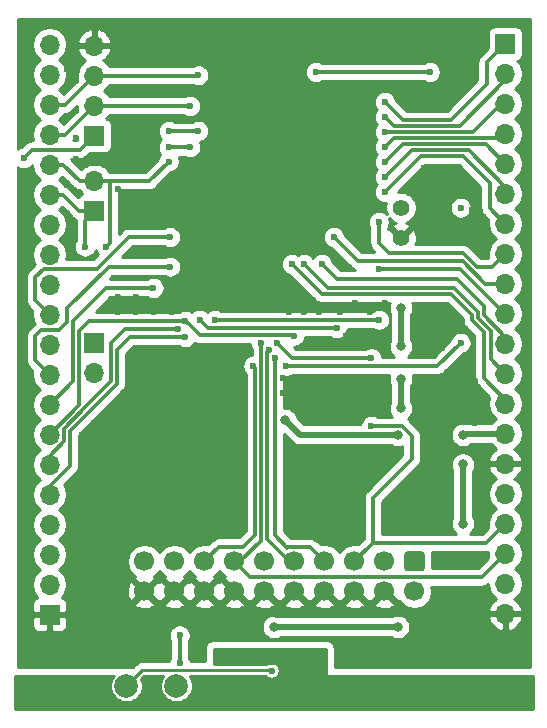
<source format=gbr>
%TF.GenerationSoftware,KiCad,Pcbnew,(5.1.10)-1*%
%TF.CreationDate,2022-01-17T18:11:01+07:00*%
%TF.ProjectId,CC2640R2F Module,43433236-3430-4523-9246-204d6f64756c,rev?*%
%TF.SameCoordinates,Original*%
%TF.FileFunction,Copper,L2,Bot*%
%TF.FilePolarity,Positive*%
%FSLAX46Y46*%
G04 Gerber Fmt 4.6, Leading zero omitted, Abs format (unit mm)*
G04 Created by KiCad (PCBNEW (5.1.10)-1) date 2022-01-17 18:11:01*
%MOMM*%
%LPD*%
G01*
G04 APERTURE LIST*
%TA.AperFunction,ComponentPad*%
%ADD10O,1.200000X1.900000*%
%TD*%
%TA.AperFunction,ComponentPad*%
%ADD11C,1.450000*%
%TD*%
%TA.AperFunction,ComponentPad*%
%ADD12O,1.700000X1.700000*%
%TD*%
%TA.AperFunction,ComponentPad*%
%ADD13R,1.700000X1.700000*%
%TD*%
%TA.AperFunction,ComponentPad*%
%ADD14C,2.000000*%
%TD*%
%TA.AperFunction,ComponentPad*%
%ADD15C,1.400000*%
%TD*%
%TA.AperFunction,ComponentPad*%
%ADD16C,1.700000*%
%TD*%
%TA.AperFunction,ViaPad*%
%ADD17C,0.800000*%
%TD*%
%TA.AperFunction,ViaPad*%
%ADD18C,0.600000*%
%TD*%
%TA.AperFunction,Conductor*%
%ADD19C,0.500000*%
%TD*%
%TA.AperFunction,Conductor*%
%ADD20C,0.300000*%
%TD*%
%TA.AperFunction,Conductor*%
%ADD21C,0.250000*%
%TD*%
%TA.AperFunction,Conductor*%
%ADD22C,0.254000*%
%TD*%
%TA.AperFunction,Conductor*%
%ADD23C,0.100000*%
%TD*%
%TA.AperFunction,Conductor*%
%ADD24C,0.253000*%
%TD*%
G04 APERTURE END LIST*
D10*
%TO.P,JTAG CONNECTOR,6*%
%TO.N,Shield*%
X129300000Y-69250000D03*
X122300000Y-69250000D03*
D11*
X128300000Y-66550000D03*
X123300000Y-66550000D03*
%TD*%
D12*
%TO.P,SDA SCL,2*%
%TO.N,I2C_SCL*%
X110800000Y-26260000D03*
D13*
%TO.P,SDA SCL,1*%
%TO.N,I2C_SDA*%
X110800000Y-28800000D03*
%TD*%
D12*
%TO.P,3V3 TX RX GND,4*%
%TO.N,GND*%
X110800000Y-14780000D03*
%TO.P,3V3 TX RX GND,3*%
%TO.N,UART_RX*%
X110800000Y-17320000D03*
%TO.P,3V3 TX RX GND,2*%
%TO.N,UART_TX*%
X110800000Y-19860000D03*
D13*
%TO.P,3V3 TX RX GND,1*%
%TO.N,+3V3*%
X110800000Y-22400000D03*
%TD*%
D12*
%TO.P,J2,20*%
%TO.N,GND*%
X145600000Y-62880000D03*
%TO.P,J2,19*%
%TO.N,+3V3*%
X145600000Y-60340000D03*
%TO.P,J2,18*%
%TO.N,JTAG_TDO*%
X145600000Y-57800000D03*
%TO.P,J2,17*%
%TO.N,JTAG_TDI*%
X145600000Y-55260000D03*
%TO.P,J2,16*%
%TO.N,+5V*%
X145600000Y-52720000D03*
%TO.P,J2,15*%
%TO.N,GND*%
X145600000Y-50180000D03*
%TO.P,J2,14*%
%TO.N,+3V3*%
X145600000Y-47640000D03*
%TO.P,J2,13*%
%TO.N,DIO_18*%
X145600000Y-45100000D03*
%TO.P,J2,12*%
%TO.N,DIO_19*%
X145600000Y-42560000D03*
%TO.P,J2,11*%
%TO.N,DIO_20*%
X145600000Y-40020000D03*
%TO.P,J2,10*%
%TO.N,DIO_21*%
X145600000Y-37480000D03*
%TO.P,J2,9*%
%TO.N,DIO_22*%
X145600000Y-34940000D03*
%TO.P,J2,8*%
%TO.N,DIO_23*%
X145600000Y-32400000D03*
%TO.P,J2,7*%
%TO.N,DIO_24*%
X145600000Y-29860000D03*
%TO.P,J2,6*%
%TO.N,DIO_25*%
X145600000Y-27320000D03*
%TO.P,J2,5*%
%TO.N,DIO_26*%
X145600000Y-24780000D03*
%TO.P,J2,4*%
%TO.N,DIO_27*%
X145600000Y-22240000D03*
%TO.P,J2,3*%
%TO.N,DIO_28*%
X145600000Y-19700000D03*
%TO.P,J2,2*%
%TO.N,DIO_29*%
X145600000Y-17160000D03*
D13*
%TO.P,J2,1*%
%TO.N,DIO_30*%
X145600000Y-14620000D03*
%TD*%
D12*
%TO.P,J1,20*%
%TO.N,DIO_0*%
X107000000Y-14700000D03*
%TO.P,J1,19*%
%TO.N,DIO_1*%
X107000000Y-17240000D03*
%TO.P,J1,18*%
%TO.N,UART_RX*%
X107000000Y-19780000D03*
%TO.P,J1,17*%
%TO.N,UART_TX*%
X107000000Y-22320000D03*
%TO.P,J1,16*%
%TO.N,I2C_SCL*%
X107000000Y-24860000D03*
%TO.P,J1,15*%
%TO.N,I2C_SDA*%
X107000000Y-27400000D03*
%TO.P,J1,14*%
%TO.N,DIO_6*%
X107000000Y-29940000D03*
%TO.P,J1,13*%
%TO.N,DIO_7*%
X107000000Y-32480000D03*
%TO.P,J1,12*%
%TO.N,DIO_8*%
X107000000Y-35020000D03*
%TO.P,J1,11*%
%TO.N,DIO_9*%
X107000000Y-37560000D03*
%TO.P,J1,10*%
%TO.N,DIO_10*%
X107000000Y-40100000D03*
%TO.P,J1,9*%
%TO.N,BOOT_ENABLE*%
X107000000Y-42640000D03*
%TO.P,J1,8*%
%TO.N,WakeUP_Sleep*%
X107000000Y-45180000D03*
%TO.P,J1,7*%
%TO.N,LED_3*%
X107000000Y-47720000D03*
%TO.P,J1,6*%
%TO.N,LED_2*%
X107000000Y-50260000D03*
%TO.P,J1,5*%
%TO.N,LED_1*%
X107000000Y-52800000D03*
%TO.P,J1,4*%
%TO.N,JTAG_TMS*%
X107000000Y-55340000D03*
%TO.P,J1,3*%
%TO.N,JTAG_TCK*%
X107000000Y-57880000D03*
%TO.P,J1,2*%
%TO.N,+5V*%
X107000000Y-60420000D03*
D13*
%TO.P,J1,1*%
%TO.N,GND*%
X107000000Y-62960000D03*
%TD*%
D14*
%TO.P,TP20,1*%
%TO.N,D-*%
X117750000Y-69000000D03*
%TD*%
%TO.P,TP19,1*%
%TO.N,D+*%
X113500000Y-69000000D03*
%TD*%
D12*
%TO.P,BOOT,2*%
%TO.N,BOOT_ENABLE*%
X110800000Y-42540000D03*
D13*
%TO.P,BOOT,1*%
%TO.N,+3V3*%
X110800000Y-40000000D03*
%TD*%
D15*
%TO.P,Reset,2*%
%TO.N,GND*%
X136750000Y-31040000D03*
%TO.P,Reset,1*%
%TO.N,nReset*%
X136750000Y-28500000D03*
%TD*%
D16*
%TO.P,J3,20*%
%TO.N,GND*%
X115040000Y-61000000D03*
%TO.P,J3,18*%
X117580000Y-61000000D03*
%TO.P,J3,16*%
X120120000Y-61000000D03*
%TO.P,J3,14*%
X122660000Y-61000000D03*
%TO.P,J3,12*%
X125200000Y-61000000D03*
%TO.P,J3,10*%
X127740000Y-61000000D03*
%TO.P,J3,8*%
X130280000Y-61000000D03*
%TO.P,J3,6*%
X132820000Y-61000000D03*
%TO.P,J3,4*%
X135360000Y-61000000D03*
%TO.P,J3,2*%
%TO.N,+3V3*%
X137900000Y-61000000D03*
%TO.P,J3,19*%
%TO.N,N/C*%
X115040000Y-58460000D03*
%TO.P,J3,17*%
X117580000Y-58460000D03*
%TO.P,J3,15*%
%TO.N,nReset*%
X120120000Y-58460000D03*
%TO.P,J3,13*%
%TO.N,JTAG_TDO*%
X122660000Y-58460000D03*
%TO.P,J3,11*%
%TO.N,N/C*%
X125200000Y-58460000D03*
%TO.P,J3,9*%
%TO.N,JTAG_TCK*%
X127740000Y-58460000D03*
%TO.P,J3,7*%
%TO.N,JTAG_TMS*%
X130280000Y-58460000D03*
%TO.P,J3,5*%
%TO.N,JTAG_TDI*%
X132820000Y-58460000D03*
%TO.P,J3,3*%
%TO.N,N/C*%
X135360000Y-58460000D03*
%TO.P,J3,1*%
%TO.N,+3V3*%
%TA.AperFunction,ComponentPad*%
G36*
G01*
X137300000Y-57610000D02*
X138500000Y-57610000D01*
G75*
G02*
X138750000Y-57860000I0J-250000D01*
G01*
X138750000Y-59060000D01*
G75*
G02*
X138500000Y-59310000I-250000J0D01*
G01*
X137300000Y-59310000D01*
G75*
G02*
X137050000Y-59060000I0J250000D01*
G01*
X137050000Y-57860000D01*
G75*
G02*
X137300000Y-57610000I250000J0D01*
G01*
G37*
%TD.AperFunction*%
%TD*%
D17*
%TO.N,+5V*%
X126000000Y-64000000D03*
X136500000Y-64000000D03*
D18*
%TO.N,GND*%
X109728000Y-47752000D03*
X110744000Y-46736000D03*
X111506000Y-47752000D03*
X112522000Y-46736000D03*
X113538000Y-47752000D03*
X110744000Y-49022000D03*
X112522000Y-49022000D03*
X109728000Y-50038000D03*
X113538000Y-50038000D03*
X111506000Y-50038000D03*
X114554000Y-42926000D03*
X114554000Y-40640000D03*
X116078000Y-41910000D03*
X117348000Y-40640000D03*
X117348000Y-42926000D03*
X118618000Y-41910000D03*
X119888000Y-40640000D03*
X119888000Y-42926000D03*
X121158000Y-41910000D03*
X122428000Y-40640000D03*
X122428000Y-42926000D03*
X118618000Y-43942000D03*
X119888000Y-45212000D03*
X117348000Y-45212000D03*
X117602000Y-50292000D03*
X117602000Y-48768000D03*
X118872000Y-49530000D03*
X120142000Y-48768000D03*
X120142000Y-50292000D03*
X109728000Y-53848000D03*
X109728000Y-54864000D03*
X111506000Y-54864000D03*
X113284000Y-54864000D03*
X113284000Y-53848000D03*
X113284000Y-60452000D03*
X112268000Y-61722000D03*
X113284000Y-62992000D03*
X115146666Y-62992000D03*
X117009332Y-62992000D03*
X118871998Y-62992000D03*
X120734664Y-62992000D03*
X122597330Y-62992000D03*
X124459996Y-62992000D03*
X126322662Y-62992000D03*
X128185328Y-62992000D03*
X130047994Y-62992000D03*
X131910660Y-62992000D03*
X133773326Y-62992000D03*
X135635992Y-62992000D03*
X137498658Y-62992000D03*
X139361324Y-62992000D03*
X141224000Y-62992000D03*
X143764000Y-61976000D03*
X143764000Y-63754000D03*
X131826000Y-65532000D03*
X133124222Y-65532000D03*
X134422444Y-65532000D03*
X135720666Y-65532000D03*
X137018888Y-65532000D03*
X138317110Y-65532000D03*
X139615332Y-65532000D03*
X140913554Y-65532000D03*
X142211776Y-65532000D03*
X143510000Y-65532000D03*
X138684000Y-31496000D03*
X139700000Y-31496000D03*
X140716000Y-31496000D03*
X137922000Y-36830000D03*
X139192000Y-36830000D03*
X140462000Y-36830000D03*
X138684000Y-38100000D03*
X140208000Y-38100000D03*
X137922000Y-39116000D03*
X139446000Y-39116000D03*
X140716000Y-39116000D03*
X138684000Y-40386000D03*
X140208000Y-40386000D03*
X138430000Y-43180000D03*
X138430000Y-44958000D03*
X138430000Y-46736000D03*
X139700000Y-44196000D03*
X139700000Y-45974000D03*
X140970000Y-43180000D03*
X140970000Y-44958000D03*
X140970000Y-46736000D03*
X141986000Y-43942000D03*
X141986000Y-45974000D03*
X143002000Y-43180000D03*
X143002000Y-44958000D03*
X143002000Y-46736000D03*
X132334000Y-42926000D03*
X133350000Y-44450000D03*
X132334000Y-45974000D03*
X130556000Y-42926000D03*
X128524000Y-42926000D03*
X129540000Y-44196000D03*
X128524000Y-45720000D03*
X130556000Y-45720000D03*
X126746000Y-42926000D03*
X126746000Y-44196000D03*
X128524000Y-40386000D03*
X130302000Y-40386000D03*
X132080000Y-39370000D03*
X133096000Y-40386000D03*
X134112000Y-39370000D03*
X132842000Y-36576000D03*
X131572000Y-37338000D03*
X134112000Y-37338000D03*
X135382000Y-36576000D03*
X127254000Y-37338000D03*
X128524000Y-37338000D03*
X129794000Y-37338000D03*
X117348000Y-37338000D03*
X115824000Y-37338000D03*
X114300000Y-37338000D03*
X112776000Y-37338000D03*
X112776000Y-36068000D03*
X114300000Y-36068000D03*
X121920000Y-33020000D03*
X124460000Y-30480000D03*
X127000000Y-27940000D03*
X129540000Y-25400000D03*
X127000000Y-25400000D03*
X129540000Y-27940000D03*
X127000000Y-30480000D03*
X129540000Y-30480000D03*
X124460000Y-33020000D03*
X127000000Y-22860000D03*
X129540000Y-22860000D03*
X129540000Y-20320000D03*
X127000000Y-20320000D03*
X124460000Y-20320000D03*
X121920000Y-20320000D03*
X121920000Y-22860000D03*
X121920000Y-25400000D03*
X119380000Y-25400000D03*
X119380000Y-27940000D03*
X121920000Y-27940000D03*
X119380000Y-30480000D03*
X121920000Y-17780000D03*
X124460000Y-17780000D03*
X127000000Y-17780000D03*
X129540000Y-15240000D03*
X127000000Y-15240000D03*
X124460000Y-15240000D03*
X121920000Y-15240000D03*
X119380000Y-15240000D03*
X119380000Y-12700000D03*
X121920000Y-12700000D03*
X124460000Y-12700000D03*
X127000000Y-12700000D03*
X129540000Y-12700000D03*
X134620000Y-12700000D03*
X134620000Y-15240000D03*
X113538000Y-12700000D03*
X113538000Y-15494000D03*
X142748000Y-31750000D03*
X142748000Y-30226000D03*
X142748000Y-28702000D03*
X142748000Y-27178000D03*
X141224000Y-26924000D03*
X139700000Y-26924000D03*
X138176000Y-26924000D03*
X138684000Y-25146000D03*
X139954000Y-25146000D03*
X137922000Y-20066000D03*
X138938000Y-18796000D03*
X139954000Y-20066000D03*
X140716000Y-18796000D03*
X137414000Y-12700000D03*
X140208000Y-12700000D03*
X143002000Y-12700000D03*
X143002000Y-14986000D03*
X143002000Y-17526000D03*
X127508000Y-51816000D03*
X127508000Y-54356000D03*
X129032000Y-53086000D03*
X130302000Y-51816000D03*
X130302000Y-54356000D03*
X131826000Y-53086000D03*
X133096000Y-51816000D03*
X133096000Y-54356000D03*
X113284000Y-58420000D03*
X111760000Y-58420000D03*
X110236000Y-58420000D03*
X139700000Y-57912000D03*
X140716000Y-58928000D03*
X143002000Y-57912000D03*
X108458000Y-28956000D03*
X108458000Y-26416000D03*
X112776000Y-26924000D03*
X113030000Y-25400000D03*
X113030000Y-23876000D03*
X113030000Y-22098000D03*
X110744000Y-24384000D03*
X109220000Y-24384000D03*
X109220000Y-22606000D03*
X109220000Y-20320000D03*
X108204000Y-21082000D03*
X109220000Y-17780000D03*
X108458000Y-16764000D03*
X108966000Y-15240000D03*
X108966000Y-12954000D03*
X104902000Y-12700000D03*
X104902000Y-14427200D03*
X104902000Y-16154400D03*
X104902000Y-17881600D03*
X104902000Y-19608800D03*
X104902000Y-21336000D03*
X105156000Y-66802000D03*
X107442000Y-66802000D03*
X109728000Y-66802000D03*
X112014000Y-66802000D03*
X114554000Y-66802000D03*
X119634000Y-66802000D03*
X109220000Y-62230000D03*
X109220000Y-63754000D03*
X110490000Y-62992000D03*
X110490000Y-64516000D03*
X110490000Y-61468000D03*
X109220000Y-60706000D03*
X122174000Y-37084000D03*
X124460000Y-22860000D03*
X124460000Y-25400000D03*
X124460000Y-27940000D03*
X121920000Y-30480000D03*
X119380000Y-33020000D03*
%TO.N,+3V3*%
X104800000Y-24300000D03*
D17*
X126950000Y-46500000D03*
X136500000Y-47750000D03*
X142000000Y-47750000D03*
X142000000Y-55250000D03*
X142000000Y-50250000D03*
X136750000Y-37000000D03*
X136750000Y-43000000D03*
X136750000Y-45500000D03*
X136750000Y-40250000D03*
D18*
%TO.N,nReset*%
X124250000Y-41900001D03*
X127050000Y-41900000D03*
X141800000Y-28500000D03*
X141799998Y-39945998D03*
%TO.N,JTAG_TDO*%
X124900000Y-39949990D03*
%TO.N,JTAG_TCK*%
X125550000Y-40600000D03*
%TO.N,JTAG_TMS*%
X126085173Y-41194636D03*
%TO.N,JTAG_TDI*%
X126238000Y-39949988D03*
X134250000Y-41250000D03*
X134250000Y-46990000D03*
%TO.N,D+*%
X125799992Y-67700008D03*
%TO.N,D-*%
X118020000Y-64730000D03*
X118020000Y-67049943D03*
%TO.N,DIO_30*%
X135382000Y-19558000D03*
%TO.N,DIO_29*%
X135382000Y-20828000D03*
%TO.N,DIO_28*%
X135382000Y-22098000D03*
%TO.N,DIO_27*%
X135382000Y-23368000D03*
%TO.N,DIO_26*%
X135382000Y-24638000D03*
%TO.N,DIO_25*%
X135382000Y-25908000D03*
%TO.N,DIO_24*%
X135382000Y-27178000D03*
%TO.N,DIO_23*%
X134874000Y-29718000D03*
%TO.N,DIO_22*%
X131064000Y-30988000D03*
%TO.N,UART_RX*%
X119600000Y-17300000D03*
X119600000Y-22000000D03*
X117099999Y-22000000D03*
%TO.N,UART_TX*%
X118900000Y-19900000D03*
X118900000Y-23400000D03*
X117099999Y-23400000D03*
%TO.N,I2C_SCL*%
X117099999Y-24599999D03*
X111800000Y-31800000D03*
%TO.N,I2C_SDA*%
X110000000Y-31800000D03*
%TO.N,DIO_9*%
X117200000Y-31000000D03*
%TO.N,BOOT_ENABLE*%
X117200000Y-33500000D03*
%TO.N,WakeUP_Sleep*%
X115800000Y-35300000D03*
X139191998Y-17018000D03*
X129539991Y-17017991D03*
%TO.N,LED_3*%
X127700000Y-39350000D03*
X118500005Y-38100005D03*
%TO.N,LED_2*%
X119700000Y-38000000D03*
X131300000Y-38700000D03*
X117900000Y-38800000D03*
%TO.N,LED_1*%
X134900000Y-38000000D03*
X121000000Y-38000000D03*
X118509150Y-39450000D03*
%TO.N,DIO_18*%
X127508000Y-33274000D03*
%TO.N,DIO_19*%
X128524000Y-33274000D03*
%TO.N,DIO_20*%
X130048000Y-33274000D03*
%TO.N,DIO_21*%
X134874000Y-33670000D03*
%TD*%
D19*
%TO.N,+5V*%
X126000000Y-64000000D02*
X136500000Y-64000000D01*
D20*
%TO.N,+3V3*%
X105500003Y-23599997D02*
X104800000Y-24300000D01*
X110800000Y-22400000D02*
X109600003Y-23599997D01*
X109600003Y-23599997D02*
X105500003Y-23599997D01*
D19*
X128200000Y-47750000D02*
X136500000Y-47750000D01*
X126950000Y-46500000D02*
X128200000Y-47750000D01*
X142110000Y-47640000D02*
X142000000Y-47750000D01*
X145600000Y-47640000D02*
X142110000Y-47640000D01*
X142000000Y-55250000D02*
X142000000Y-50250000D01*
X136750000Y-43000000D02*
X136750000Y-45500000D01*
X136750000Y-37000000D02*
X136750000Y-40250000D01*
D20*
%TO.N,nReset*%
X139845996Y-41900000D02*
X141799998Y-39945998D01*
X137424000Y-41900000D02*
X139845996Y-41900000D01*
X127050000Y-41900000D02*
X137424000Y-41900000D01*
X124399990Y-42049991D02*
X124250000Y-41900001D01*
X124399990Y-56194010D02*
X124399990Y-42049991D01*
X123387560Y-57206440D02*
X124399990Y-56194010D01*
X121373560Y-57206440D02*
X123387560Y-57206440D01*
X120120000Y-58460000D02*
X121373560Y-57206440D01*
%TO.N,JTAG_TDO*%
X143600001Y-59799999D02*
X145600000Y-57800000D01*
X123999999Y-59799999D02*
X143600001Y-59799999D01*
X122660000Y-58460000D02*
X123999999Y-59799999D01*
X124900000Y-56710000D02*
X124900000Y-39949990D01*
X123150000Y-58460000D02*
X124900000Y-56710000D01*
X122660000Y-58460000D02*
X123150000Y-58460000D01*
%TO.N,JTAG_TCK*%
X125400000Y-40750000D02*
X125550000Y-40600000D01*
X125400000Y-56566000D02*
X125400000Y-40750000D01*
X127294000Y-58460000D02*
X125400000Y-56566000D01*
X127740000Y-58460000D02*
X127294000Y-58460000D01*
%TO.N,JTAG_TMS*%
X129079999Y-57259999D02*
X130280000Y-58460000D01*
X127163999Y-57259999D02*
X129079999Y-57259999D01*
X127136999Y-57286999D02*
X127163999Y-57259999D01*
X126085173Y-56235173D02*
X127136999Y-57286999D01*
X126085173Y-41194636D02*
X126085173Y-56235173D01*
%TO.N,JTAG_TDI*%
X132820000Y-58460000D02*
X134020001Y-57259999D01*
X127538012Y-41250000D02*
X134250000Y-41250000D01*
X126238000Y-39949988D02*
X127538012Y-41250000D01*
X136850002Y-46990000D02*
X137668000Y-47807998D01*
X134250000Y-46990000D02*
X136850002Y-46990000D01*
X143964000Y-56896000D02*
X145600000Y-55260000D01*
X134384000Y-56896000D02*
X143964000Y-56896000D01*
X134020001Y-57259999D02*
X134384000Y-56896000D01*
X134384000Y-53068000D02*
X137668000Y-49784000D01*
X134384000Y-56896000D02*
X134384000Y-53068000D01*
X137668000Y-47807998D02*
X137668000Y-49784000D01*
D21*
%TO.N,D+*%
X125774983Y-67674999D02*
X125799992Y-67700008D01*
X113500000Y-69000000D02*
X114825001Y-67674999D01*
X114825001Y-67674999D02*
X125774983Y-67674999D01*
D20*
%TO.N,D-*%
X118020000Y-64730000D02*
X118020000Y-67049943D01*
%TO.N,DIO_30*%
X144018000Y-16202000D02*
X145600000Y-14620000D01*
X144018000Y-18034000D02*
X144018000Y-16202000D01*
X140970000Y-21082000D02*
X144018000Y-18034000D01*
X136906000Y-21082000D02*
X140970000Y-21082000D01*
X135382000Y-19558000D02*
X136906000Y-21082000D01*
%TO.N,DIO_29*%
X145600000Y-17722000D02*
X145600000Y-17160000D01*
X141732000Y-21590000D02*
X145600000Y-17722000D01*
X136144000Y-21590000D02*
X141732000Y-21590000D01*
X135382000Y-20828000D02*
X136144000Y-21590000D01*
%TO.N,DIO_28*%
X145600000Y-19362000D02*
X145600000Y-19700000D01*
X142864000Y-22098000D02*
X145600000Y-19362000D01*
X135382000Y-22098000D02*
X142864000Y-22098000D01*
%TO.N,DIO_27*%
X145234000Y-22606000D02*
X145600000Y-22240000D01*
X136144000Y-22606000D02*
X145234000Y-22606000D01*
X135382000Y-23368000D02*
X136144000Y-22606000D01*
%TO.N,DIO_26*%
X143934000Y-23114000D02*
X145600000Y-24780000D01*
X136906000Y-23114000D02*
X143934000Y-23114000D01*
X135382000Y-24638000D02*
X136906000Y-23114000D01*
%TO.N,DIO_25*%
X145600000Y-26728000D02*
X145600000Y-27320000D01*
X142494000Y-23622000D02*
X145600000Y-26728000D01*
X137668000Y-23622000D02*
X142494000Y-23622000D01*
X135382000Y-25908000D02*
X137668000Y-23622000D01*
%TO.N,DIO_24*%
X138430000Y-24130000D02*
X141986000Y-24130000D01*
X135382000Y-27178000D02*
X138430000Y-24130000D01*
X144272000Y-28532000D02*
X144272000Y-26416000D01*
X145600000Y-29860000D02*
X144272000Y-28532000D01*
X141986000Y-24130000D02*
X144272000Y-26416000D01*
%TO.N,DIO_23*%
X143201120Y-33528000D02*
X144472000Y-33528000D01*
X142043119Y-32369999D02*
X143201120Y-33528000D01*
X135747999Y-32369999D02*
X142043119Y-32369999D01*
X144472000Y-33528000D02*
X145600000Y-32400000D01*
X134874000Y-31496000D02*
X135747999Y-32369999D01*
X134874000Y-29718000D02*
X134874000Y-31496000D01*
%TO.N,DIO_22*%
X143906000Y-34940000D02*
X145600000Y-34940000D01*
X141986000Y-33020000D02*
X143906000Y-34940000D01*
X140462000Y-33020000D02*
X141986000Y-33020000D01*
X131064000Y-30988000D02*
X133096000Y-33020000D01*
X133096000Y-33020000D02*
X137160000Y-33020000D01*
X137160000Y-33020000D02*
X140462000Y-33020000D01*
%TO.N,UART_RX*%
X108340000Y-19780000D02*
X110800000Y-17320000D01*
X107000000Y-19780000D02*
X108340000Y-19780000D01*
X119580000Y-17320000D02*
X119600000Y-17300000D01*
X110800000Y-17320000D02*
X119580000Y-17320000D01*
X119600000Y-22000000D02*
X117099999Y-22000000D01*
%TO.N,UART_TX*%
X108340000Y-22320000D02*
X110800000Y-19860000D01*
X107000000Y-22320000D02*
X108340000Y-22320000D01*
X118860000Y-19860000D02*
X118900000Y-19900000D01*
X110800000Y-19860000D02*
X118860000Y-19860000D01*
X118900000Y-23400000D02*
X117099999Y-23400000D01*
%TO.N,I2C_SCL*%
X109560000Y-26260000D02*
X110800000Y-26260000D01*
X108160000Y-24860000D02*
X109560000Y-26260000D01*
X107000000Y-24860000D02*
X108160000Y-24860000D01*
X115439998Y-26260000D02*
X117099999Y-24599999D01*
X112099999Y-26300001D02*
X112140000Y-26260000D01*
X112099999Y-31500001D02*
X112099999Y-26300001D01*
X111800000Y-31800000D02*
X112099999Y-31500001D01*
X112140000Y-26260000D02*
X115439998Y-26260000D01*
X110800000Y-26260000D02*
X112140000Y-26260000D01*
%TO.N,I2C_SDA*%
X109500000Y-28800000D02*
X110800000Y-28800000D01*
X108100000Y-27400000D02*
X109500000Y-28800000D01*
X107000000Y-27400000D02*
X108100000Y-27400000D01*
X110000000Y-29600000D02*
X110800000Y-28800000D01*
X110000000Y-31800000D02*
X110000000Y-29600000D01*
%TO.N,DIO_9*%
X113700000Y-31000000D02*
X117200000Y-31000000D01*
X106519999Y-33680001D02*
X111019999Y-33680001D01*
X105799999Y-34400001D02*
X106519999Y-33680001D01*
X111019999Y-33680001D02*
X113700000Y-31000000D01*
X105799999Y-36359999D02*
X105799999Y-34400001D01*
X107000000Y-37560000D02*
X105799999Y-36359999D01*
%TO.N,BOOT_ENABLE*%
X112000000Y-33500000D02*
X117200000Y-33500000D01*
X108500000Y-37000000D02*
X112000000Y-33500000D01*
X106284000Y-38900000D02*
X107800000Y-38900000D01*
X108500000Y-38200000D02*
X108500000Y-37000000D01*
X105799999Y-39384001D02*
X106284000Y-38900000D01*
X105799999Y-41439999D02*
X105799999Y-39384001D01*
X107800000Y-38900000D02*
X108500000Y-38200000D01*
X107000000Y-42640000D02*
X105799999Y-41439999D01*
%TO.N,WakeUP_Sleep*%
X109000008Y-43179992D02*
X109000008Y-38099992D01*
X107000000Y-45180000D02*
X109000008Y-43179992D01*
X111800000Y-35300000D02*
X115800000Y-35300000D01*
X109000008Y-38099992D02*
X111800000Y-35300000D01*
X129540000Y-17018000D02*
X129539991Y-17017991D01*
X139191998Y-17018000D02*
X129540000Y-17018000D01*
%TO.N,LED_3*%
X127700000Y-39350000D02*
X127649988Y-39299988D01*
X127649988Y-39299988D02*
X119699988Y-39299988D01*
X119699988Y-39299988D02*
X118800004Y-38400004D01*
X118800004Y-38400004D02*
X118500005Y-38100005D01*
X107000000Y-47720000D02*
X109500018Y-45219982D01*
X110369993Y-38100005D02*
X118500005Y-38100005D01*
X109500018Y-38969980D02*
X110369993Y-38100005D01*
X109500018Y-45219982D02*
X109500018Y-38969980D01*
%TO.N,LED_2*%
X120400000Y-38700000D02*
X131300000Y-38700000D01*
X119700000Y-38000000D02*
X120400000Y-38700000D01*
X113400000Y-38800000D02*
X117900000Y-38800000D01*
X112200000Y-40000000D02*
X113400000Y-38800000D01*
X108200001Y-48296001D02*
X108200001Y-47227119D01*
X110000026Y-45392852D02*
X112199999Y-43192879D01*
X108200001Y-47227119D02*
X110000026Y-45427094D01*
X107000000Y-49496002D02*
X108200001Y-48296001D01*
X107000000Y-50260000D02*
X107000000Y-49496002D01*
X112199999Y-43192879D02*
X112200000Y-40000000D01*
X110000026Y-45427094D02*
X110000026Y-45392852D01*
%TO.N,LED_1*%
X134900000Y-38000000D02*
X121000000Y-38000000D01*
X113850000Y-39450000D02*
X118509150Y-39450000D01*
X110500037Y-45599963D02*
X112700010Y-43399990D01*
X112700010Y-40599990D02*
X113850000Y-39450000D01*
X110500037Y-45634205D02*
X110500037Y-45599963D01*
X112700010Y-43399990D02*
X112700010Y-40599990D01*
X108700012Y-47434230D02*
X110500037Y-45634205D01*
X108700012Y-50399988D02*
X108700012Y-47434230D01*
X107000000Y-52100000D02*
X108700012Y-50399988D01*
X107000000Y-52800000D02*
X107000000Y-52100000D01*
%TO.N,DIO_18*%
X130040010Y-35806010D02*
X127508000Y-33274000D01*
X140962010Y-35806010D02*
X130040010Y-35806010D01*
X142763980Y-37607980D02*
X140962010Y-35806010D01*
X142763980Y-38061100D02*
X142763980Y-37607980D01*
X143764000Y-39061120D02*
X142763980Y-38061100D01*
X143764000Y-42926000D02*
X143764000Y-39061120D01*
X145600000Y-44762000D02*
X143764000Y-42926000D01*
X145600000Y-45100000D02*
X145600000Y-44762000D01*
%TO.N,DIO_19*%
X144399999Y-41359999D02*
X145600000Y-42560000D01*
X144399999Y-38989999D02*
X144399999Y-41359999D01*
X143263990Y-37345990D02*
X143263990Y-37853990D01*
X141224000Y-35306000D02*
X143263990Y-37345990D01*
X130556000Y-35306000D02*
X141224000Y-35306000D01*
X143263990Y-37853990D02*
X144399999Y-38989999D01*
X128524000Y-33274000D02*
X130556000Y-35306000D01*
%TO.N,DIO_20*%
X131318000Y-34544000D02*
X130048000Y-33274000D01*
X138938000Y-34544000D02*
X131318000Y-34544000D01*
X141478000Y-34544000D02*
X140970000Y-34544000D01*
X143764000Y-36830000D02*
X141478000Y-34544000D01*
X143764000Y-37592000D02*
X143764000Y-36830000D01*
X145600000Y-39428000D02*
X143764000Y-37592000D01*
X145600000Y-40020000D02*
X145600000Y-39428000D01*
X138938000Y-34544000D02*
X140970000Y-34544000D01*
%TO.N,DIO_21*%
X134874000Y-33670000D02*
X137725687Y-33670000D01*
X141790000Y-33670000D02*
X145600000Y-37480000D01*
X141027687Y-33670000D02*
X141790000Y-33670000D01*
X137725687Y-33670000D02*
X141027687Y-33670000D01*
%TD*%
D22*
%TO.N,GND*%
X147676000Y-67365000D02*
X131135000Y-67365000D01*
X131135000Y-65750000D01*
X131122799Y-65626118D01*
X131086664Y-65506996D01*
X131027983Y-65397213D01*
X130949013Y-65300987D01*
X130852787Y-65222017D01*
X130743004Y-65163336D01*
X130623882Y-65127201D01*
X130500000Y-65115000D01*
X120800000Y-65115000D01*
X120676118Y-65127201D01*
X120556996Y-65163336D01*
X120447213Y-65222017D01*
X120350987Y-65300987D01*
X120272017Y-65397213D01*
X120213336Y-65506996D01*
X120177201Y-65626118D01*
X120165000Y-65750000D01*
X120165000Y-66914999D01*
X118946475Y-66914999D01*
X118919068Y-66777214D01*
X118848586Y-66607054D01*
X118805000Y-66541823D01*
X118805000Y-65238120D01*
X118848586Y-65172889D01*
X118919068Y-65002729D01*
X118955000Y-64822089D01*
X118955000Y-64637911D01*
X118919068Y-64457271D01*
X118848586Y-64287111D01*
X118746262Y-64133972D01*
X118616028Y-64003738D01*
X118462889Y-63901414D01*
X118454795Y-63898061D01*
X124965000Y-63898061D01*
X124965000Y-64101939D01*
X125004774Y-64301898D01*
X125082795Y-64490256D01*
X125196063Y-64659774D01*
X125340226Y-64803937D01*
X125509744Y-64917205D01*
X125698102Y-64995226D01*
X125898061Y-65035000D01*
X126101939Y-65035000D01*
X126301898Y-64995226D01*
X126490256Y-64917205D01*
X126538454Y-64885000D01*
X135961546Y-64885000D01*
X136009744Y-64917205D01*
X136198102Y-64995226D01*
X136398061Y-65035000D01*
X136601939Y-65035000D01*
X136801898Y-64995226D01*
X136990256Y-64917205D01*
X137159774Y-64803937D01*
X137303937Y-64659774D01*
X137417205Y-64490256D01*
X137495226Y-64301898D01*
X137535000Y-64101939D01*
X137535000Y-63898061D01*
X137495226Y-63698102D01*
X137417205Y-63509744D01*
X137303937Y-63340226D01*
X137200601Y-63236890D01*
X144158524Y-63236890D01*
X144203175Y-63384099D01*
X144328359Y-63646920D01*
X144502412Y-63880269D01*
X144718645Y-64075178D01*
X144968748Y-64224157D01*
X145243109Y-64321481D01*
X145473000Y-64200814D01*
X145473000Y-63007000D01*
X145727000Y-63007000D01*
X145727000Y-64200814D01*
X145956891Y-64321481D01*
X146231252Y-64224157D01*
X146481355Y-64075178D01*
X146697588Y-63880269D01*
X146871641Y-63646920D01*
X146996825Y-63384099D01*
X147041476Y-63236890D01*
X146920155Y-63007000D01*
X145727000Y-63007000D01*
X145473000Y-63007000D01*
X144279845Y-63007000D01*
X144158524Y-63236890D01*
X137200601Y-63236890D01*
X137159774Y-63196063D01*
X136990256Y-63082795D01*
X136801898Y-63004774D01*
X136601939Y-62965000D01*
X136398061Y-62965000D01*
X136198102Y-63004774D01*
X136009744Y-63082795D01*
X135961546Y-63115000D01*
X126538454Y-63115000D01*
X126490256Y-63082795D01*
X126301898Y-63004774D01*
X126101939Y-62965000D01*
X125898061Y-62965000D01*
X125698102Y-63004774D01*
X125509744Y-63082795D01*
X125340226Y-63196063D01*
X125196063Y-63340226D01*
X125082795Y-63509744D01*
X125004774Y-63698102D01*
X124965000Y-63898061D01*
X118454795Y-63898061D01*
X118292729Y-63830932D01*
X118112089Y-63795000D01*
X117927911Y-63795000D01*
X117747271Y-63830932D01*
X117577111Y-63901414D01*
X117423972Y-64003738D01*
X117293738Y-64133972D01*
X117191414Y-64287111D01*
X117120932Y-64457271D01*
X117085000Y-64637911D01*
X117085000Y-64822089D01*
X117120932Y-65002729D01*
X117191414Y-65172889D01*
X117235000Y-65238121D01*
X117235001Y-66541822D01*
X117191414Y-66607054D01*
X117120932Y-66777214D01*
X117093525Y-66914999D01*
X114862323Y-66914999D01*
X114825000Y-66911323D01*
X114787677Y-66914999D01*
X114787668Y-66914999D01*
X114676015Y-66925996D01*
X114532754Y-66969453D01*
X114400725Y-67040025D01*
X114400723Y-67040026D01*
X114400724Y-67040026D01*
X114313997Y-67111200D01*
X114313993Y-67111204D01*
X114285000Y-67134998D01*
X114261206Y-67163991D01*
X114060197Y-67365000D01*
X104292000Y-67365000D01*
X104292000Y-63810000D01*
X105511928Y-63810000D01*
X105524188Y-63934482D01*
X105560498Y-64054180D01*
X105619463Y-64164494D01*
X105698815Y-64261185D01*
X105795506Y-64340537D01*
X105905820Y-64399502D01*
X106025518Y-64435812D01*
X106150000Y-64448072D01*
X106714250Y-64445000D01*
X106873000Y-64286250D01*
X106873000Y-63087000D01*
X107127000Y-63087000D01*
X107127000Y-64286250D01*
X107285750Y-64445000D01*
X107850000Y-64448072D01*
X107974482Y-64435812D01*
X108094180Y-64399502D01*
X108204494Y-64340537D01*
X108301185Y-64261185D01*
X108380537Y-64164494D01*
X108439502Y-64054180D01*
X108475812Y-63934482D01*
X108488072Y-63810000D01*
X108485000Y-63245750D01*
X108326250Y-63087000D01*
X107127000Y-63087000D01*
X106873000Y-63087000D01*
X105673750Y-63087000D01*
X105515000Y-63245750D01*
X105511928Y-63810000D01*
X104292000Y-63810000D01*
X104292000Y-25085080D01*
X104357111Y-25128586D01*
X104527271Y-25199068D01*
X104707911Y-25235000D01*
X104892089Y-25235000D01*
X105072729Y-25199068D01*
X105242889Y-25128586D01*
X105396028Y-25026262D01*
X105515000Y-24907290D01*
X105515000Y-25006260D01*
X105572068Y-25293158D01*
X105684010Y-25563411D01*
X105846525Y-25806632D01*
X106053368Y-26013475D01*
X106227760Y-26130000D01*
X106053368Y-26246525D01*
X105846525Y-26453368D01*
X105684010Y-26696589D01*
X105572068Y-26966842D01*
X105515000Y-27253740D01*
X105515000Y-27546260D01*
X105572068Y-27833158D01*
X105684010Y-28103411D01*
X105846525Y-28346632D01*
X106053368Y-28553475D01*
X106227760Y-28670000D01*
X106053368Y-28786525D01*
X105846525Y-28993368D01*
X105684010Y-29236589D01*
X105572068Y-29506842D01*
X105515000Y-29793740D01*
X105515000Y-30086260D01*
X105572068Y-30373158D01*
X105684010Y-30643411D01*
X105846525Y-30886632D01*
X106053368Y-31093475D01*
X106227760Y-31210000D01*
X106053368Y-31326525D01*
X105846525Y-31533368D01*
X105684010Y-31776589D01*
X105572068Y-32046842D01*
X105515000Y-32333740D01*
X105515000Y-32626260D01*
X105572068Y-32913158D01*
X105684010Y-33183411D01*
X105773100Y-33316743D01*
X105272184Y-33817659D01*
X105242236Y-33842237D01*
X105217658Y-33872185D01*
X105217654Y-33872189D01*
X105188321Y-33907932D01*
X105144138Y-33961768D01*
X105131060Y-33986236D01*
X105071245Y-34098142D01*
X105026358Y-34246115D01*
X105011202Y-34400001D01*
X105015000Y-34438563D01*
X105014999Y-36321446D01*
X105011202Y-36359999D01*
X105014999Y-36398552D01*
X105014999Y-36398559D01*
X105026358Y-36513885D01*
X105071245Y-36661858D01*
X105144137Y-36798231D01*
X105242235Y-36917763D01*
X105272189Y-36942346D01*
X105552925Y-37223082D01*
X105515000Y-37413740D01*
X105515000Y-37706260D01*
X105572068Y-37993158D01*
X105684010Y-38263411D01*
X105732981Y-38336701D01*
X105726236Y-38342236D01*
X105701649Y-38372195D01*
X105272185Y-38801658D01*
X105242236Y-38826237D01*
X105217658Y-38856185D01*
X105217654Y-38856189D01*
X105190900Y-38888789D01*
X105144138Y-38945768D01*
X105120497Y-38989998D01*
X105071245Y-39082142D01*
X105026358Y-39230115D01*
X105011202Y-39384001D01*
X105015000Y-39422564D01*
X105014999Y-41401446D01*
X105011202Y-41439999D01*
X105014999Y-41478552D01*
X105014999Y-41478559D01*
X105026358Y-41593885D01*
X105071245Y-41741858D01*
X105144137Y-41878231D01*
X105242235Y-41997763D01*
X105272189Y-42022346D01*
X105552925Y-42303082D01*
X105515000Y-42493740D01*
X105515000Y-42786260D01*
X105572068Y-43073158D01*
X105684010Y-43343411D01*
X105846525Y-43586632D01*
X106053368Y-43793475D01*
X106227760Y-43910000D01*
X106053368Y-44026525D01*
X105846525Y-44233368D01*
X105684010Y-44476589D01*
X105572068Y-44746842D01*
X105515000Y-45033740D01*
X105515000Y-45326260D01*
X105572068Y-45613158D01*
X105684010Y-45883411D01*
X105846525Y-46126632D01*
X106053368Y-46333475D01*
X106227760Y-46450000D01*
X106053368Y-46566525D01*
X105846525Y-46773368D01*
X105684010Y-47016589D01*
X105572068Y-47286842D01*
X105515000Y-47573740D01*
X105515000Y-47866260D01*
X105572068Y-48153158D01*
X105684010Y-48423411D01*
X105846525Y-48666632D01*
X106053368Y-48873475D01*
X106227760Y-48990000D01*
X106053368Y-49106525D01*
X105846525Y-49313368D01*
X105684010Y-49556589D01*
X105572068Y-49826842D01*
X105515000Y-50113740D01*
X105515000Y-50406260D01*
X105572068Y-50693158D01*
X105684010Y-50963411D01*
X105846525Y-51206632D01*
X106053368Y-51413475D01*
X106227760Y-51530000D01*
X106053368Y-51646525D01*
X105846525Y-51853368D01*
X105684010Y-52096589D01*
X105572068Y-52366842D01*
X105515000Y-52653740D01*
X105515000Y-52946260D01*
X105572068Y-53233158D01*
X105684010Y-53503411D01*
X105846525Y-53746632D01*
X106053368Y-53953475D01*
X106227760Y-54070000D01*
X106053368Y-54186525D01*
X105846525Y-54393368D01*
X105684010Y-54636589D01*
X105572068Y-54906842D01*
X105515000Y-55193740D01*
X105515000Y-55486260D01*
X105572068Y-55773158D01*
X105684010Y-56043411D01*
X105846525Y-56286632D01*
X106053368Y-56493475D01*
X106227760Y-56610000D01*
X106053368Y-56726525D01*
X105846525Y-56933368D01*
X105684010Y-57176589D01*
X105572068Y-57446842D01*
X105515000Y-57733740D01*
X105515000Y-58026260D01*
X105572068Y-58313158D01*
X105684010Y-58583411D01*
X105846525Y-58826632D01*
X106053368Y-59033475D01*
X106227760Y-59150000D01*
X106053368Y-59266525D01*
X105846525Y-59473368D01*
X105684010Y-59716589D01*
X105572068Y-59986842D01*
X105515000Y-60273740D01*
X105515000Y-60566260D01*
X105572068Y-60853158D01*
X105684010Y-61123411D01*
X105846525Y-61366632D01*
X105978380Y-61498487D01*
X105905820Y-61520498D01*
X105795506Y-61579463D01*
X105698815Y-61658815D01*
X105619463Y-61755506D01*
X105560498Y-61865820D01*
X105524188Y-61985518D01*
X105511928Y-62110000D01*
X105515000Y-62674250D01*
X105673750Y-62833000D01*
X106873000Y-62833000D01*
X106873000Y-62813000D01*
X107127000Y-62813000D01*
X107127000Y-62833000D01*
X108326250Y-62833000D01*
X108485000Y-62674250D01*
X108488072Y-62110000D01*
X108480036Y-62028397D01*
X114191208Y-62028397D01*
X114268843Y-62277472D01*
X114532883Y-62403371D01*
X114816411Y-62475339D01*
X115108531Y-62490611D01*
X115398019Y-62448599D01*
X115673747Y-62350919D01*
X115811157Y-62277472D01*
X115888792Y-62028397D01*
X116731208Y-62028397D01*
X116808843Y-62277472D01*
X117072883Y-62403371D01*
X117356411Y-62475339D01*
X117648531Y-62490611D01*
X117938019Y-62448599D01*
X118213747Y-62350919D01*
X118351157Y-62277472D01*
X118428792Y-62028397D01*
X119271208Y-62028397D01*
X119348843Y-62277472D01*
X119612883Y-62403371D01*
X119896411Y-62475339D01*
X120188531Y-62490611D01*
X120478019Y-62448599D01*
X120753747Y-62350919D01*
X120891157Y-62277472D01*
X120968792Y-62028397D01*
X121811208Y-62028397D01*
X121888843Y-62277472D01*
X122152883Y-62403371D01*
X122436411Y-62475339D01*
X122728531Y-62490611D01*
X123018019Y-62448599D01*
X123293747Y-62350919D01*
X123431157Y-62277472D01*
X123508792Y-62028397D01*
X124351208Y-62028397D01*
X124428843Y-62277472D01*
X124692883Y-62403371D01*
X124976411Y-62475339D01*
X125268531Y-62490611D01*
X125558019Y-62448599D01*
X125833747Y-62350919D01*
X125971157Y-62277472D01*
X126048792Y-62028397D01*
X126891208Y-62028397D01*
X126968843Y-62277472D01*
X127232883Y-62403371D01*
X127516411Y-62475339D01*
X127808531Y-62490611D01*
X128098019Y-62448599D01*
X128373747Y-62350919D01*
X128511157Y-62277472D01*
X128588792Y-62028397D01*
X129431208Y-62028397D01*
X129508843Y-62277472D01*
X129772883Y-62403371D01*
X130056411Y-62475339D01*
X130348531Y-62490611D01*
X130638019Y-62448599D01*
X130913747Y-62350919D01*
X131051157Y-62277472D01*
X131128792Y-62028397D01*
X131971208Y-62028397D01*
X132048843Y-62277472D01*
X132312883Y-62403371D01*
X132596411Y-62475339D01*
X132888531Y-62490611D01*
X133178019Y-62448599D01*
X133453747Y-62350919D01*
X133591157Y-62277472D01*
X133668792Y-62028397D01*
X134511208Y-62028397D01*
X134588843Y-62277472D01*
X134852883Y-62403371D01*
X135136411Y-62475339D01*
X135428531Y-62490611D01*
X135718019Y-62448599D01*
X135993747Y-62350919D01*
X136131157Y-62277472D01*
X136208792Y-62028397D01*
X135360000Y-61179605D01*
X134511208Y-62028397D01*
X133668792Y-62028397D01*
X132820000Y-61179605D01*
X131971208Y-62028397D01*
X131128792Y-62028397D01*
X130280000Y-61179605D01*
X129431208Y-62028397D01*
X128588792Y-62028397D01*
X127740000Y-61179605D01*
X126891208Y-62028397D01*
X126048792Y-62028397D01*
X125200000Y-61179605D01*
X124351208Y-62028397D01*
X123508792Y-62028397D01*
X122660000Y-61179605D01*
X121811208Y-62028397D01*
X120968792Y-62028397D01*
X120120000Y-61179605D01*
X119271208Y-62028397D01*
X118428792Y-62028397D01*
X117580000Y-61179605D01*
X116731208Y-62028397D01*
X115888792Y-62028397D01*
X115040000Y-61179605D01*
X114191208Y-62028397D01*
X108480036Y-62028397D01*
X108475812Y-61985518D01*
X108439502Y-61865820D01*
X108380537Y-61755506D01*
X108301185Y-61658815D01*
X108204494Y-61579463D01*
X108094180Y-61520498D01*
X108021620Y-61498487D01*
X108153475Y-61366632D01*
X108315990Y-61123411D01*
X108338721Y-61068531D01*
X113549389Y-61068531D01*
X113591401Y-61358019D01*
X113689081Y-61633747D01*
X113762528Y-61771157D01*
X114011603Y-61848792D01*
X114860395Y-61000000D01*
X115219605Y-61000000D01*
X116068397Y-61848792D01*
X116310000Y-61773486D01*
X116551603Y-61848792D01*
X117400395Y-61000000D01*
X117759605Y-61000000D01*
X118608397Y-61848792D01*
X118850000Y-61773486D01*
X119091603Y-61848792D01*
X119940395Y-61000000D01*
X120299605Y-61000000D01*
X121148397Y-61848792D01*
X121390000Y-61773486D01*
X121631603Y-61848792D01*
X122480395Y-61000000D01*
X121631603Y-60151208D01*
X121390000Y-60226514D01*
X121148397Y-60151208D01*
X120299605Y-61000000D01*
X119940395Y-61000000D01*
X119091603Y-60151208D01*
X118850000Y-60226514D01*
X118608397Y-60151208D01*
X117759605Y-61000000D01*
X117400395Y-61000000D01*
X116551603Y-60151208D01*
X116310000Y-60226514D01*
X116068397Y-60151208D01*
X115219605Y-61000000D01*
X114860395Y-61000000D01*
X114011603Y-60151208D01*
X113762528Y-60228843D01*
X113636629Y-60492883D01*
X113564661Y-60776411D01*
X113549389Y-61068531D01*
X108338721Y-61068531D01*
X108427932Y-60853158D01*
X108485000Y-60566260D01*
X108485000Y-60273740D01*
X108427932Y-59986842D01*
X108315990Y-59716589D01*
X108153475Y-59473368D01*
X107946632Y-59266525D01*
X107772240Y-59150000D01*
X107946632Y-59033475D01*
X108153475Y-58826632D01*
X108315990Y-58583411D01*
X108427932Y-58313158D01*
X108485000Y-58026260D01*
X108485000Y-57733740D01*
X108427932Y-57446842D01*
X108315990Y-57176589D01*
X108153475Y-56933368D01*
X107946632Y-56726525D01*
X107772240Y-56610000D01*
X107946632Y-56493475D01*
X108153475Y-56286632D01*
X108315990Y-56043411D01*
X108427932Y-55773158D01*
X108485000Y-55486260D01*
X108485000Y-55193740D01*
X108427932Y-54906842D01*
X108315990Y-54636589D01*
X108153475Y-54393368D01*
X107946632Y-54186525D01*
X107772240Y-54070000D01*
X107946632Y-53953475D01*
X108153475Y-53746632D01*
X108315990Y-53503411D01*
X108427932Y-53233158D01*
X108485000Y-52946260D01*
X108485000Y-52653740D01*
X108427932Y-52366842D01*
X108315990Y-52096589D01*
X108234911Y-51975246D01*
X109227829Y-50982329D01*
X109257776Y-50957752D01*
X109355874Y-50838221D01*
X109428766Y-50701848D01*
X109473653Y-50553875D01*
X109485012Y-50438549D01*
X109485012Y-50438542D01*
X109488809Y-50399989D01*
X109485012Y-50361436D01*
X109485012Y-47759387D01*
X111027848Y-46216551D01*
X111057801Y-46191969D01*
X111155899Y-46072438D01*
X111176774Y-46033383D01*
X113227821Y-43982336D01*
X113257774Y-43957754D01*
X113355872Y-43838223D01*
X113428764Y-43701850D01*
X113441528Y-43659774D01*
X113473652Y-43553877D01*
X113483507Y-43453812D01*
X113485010Y-43438551D01*
X113485010Y-43438546D01*
X113488807Y-43399990D01*
X113485010Y-43361434D01*
X113485010Y-40925147D01*
X114175158Y-40235000D01*
X118001030Y-40235000D01*
X118066261Y-40278586D01*
X118236421Y-40349068D01*
X118417061Y-40385000D01*
X118601239Y-40385000D01*
X118781879Y-40349068D01*
X118952039Y-40278586D01*
X119105178Y-40176262D01*
X119235412Y-40046028D01*
X119286743Y-39969206D01*
X119384104Y-40021246D01*
X119398128Y-40028742D01*
X119546101Y-40073630D01*
X119621014Y-40081008D01*
X119661427Y-40084988D01*
X119661432Y-40084988D01*
X119699988Y-40088785D01*
X119738544Y-40084988D01*
X123973535Y-40084988D01*
X124000932Y-40222719D01*
X124071414Y-40392879D01*
X124115001Y-40458112D01*
X124115001Y-40973536D01*
X123977271Y-41000933D01*
X123807111Y-41071415D01*
X123653972Y-41173739D01*
X123523738Y-41303973D01*
X123421414Y-41457112D01*
X123350932Y-41627272D01*
X123315000Y-41807912D01*
X123315000Y-41992090D01*
X123350932Y-42172730D01*
X123421414Y-42342890D01*
X123523738Y-42496029D01*
X123614991Y-42587282D01*
X123614990Y-55868852D01*
X123062403Y-56421440D01*
X121412116Y-56421440D01*
X121373560Y-56417643D01*
X121335004Y-56421440D01*
X121334999Y-56421440D01*
X121294586Y-56425420D01*
X121219673Y-56432798D01*
X121080558Y-56474999D01*
X121071700Y-56477686D01*
X120935327Y-56550578D01*
X120815796Y-56648676D01*
X120791215Y-56678628D01*
X120456918Y-57012925D01*
X120266260Y-56975000D01*
X119973740Y-56975000D01*
X119686842Y-57032068D01*
X119416589Y-57144010D01*
X119173368Y-57306525D01*
X118966525Y-57513368D01*
X118850000Y-57687760D01*
X118733475Y-57513368D01*
X118526632Y-57306525D01*
X118283411Y-57144010D01*
X118013158Y-57032068D01*
X117726260Y-56975000D01*
X117433740Y-56975000D01*
X117146842Y-57032068D01*
X116876589Y-57144010D01*
X116633368Y-57306525D01*
X116426525Y-57513368D01*
X116310000Y-57687760D01*
X116193475Y-57513368D01*
X115986632Y-57306525D01*
X115743411Y-57144010D01*
X115473158Y-57032068D01*
X115186260Y-56975000D01*
X114893740Y-56975000D01*
X114606842Y-57032068D01*
X114336589Y-57144010D01*
X114093368Y-57306525D01*
X113886525Y-57513368D01*
X113724010Y-57756589D01*
X113612068Y-58026842D01*
X113555000Y-58313740D01*
X113555000Y-58606260D01*
X113612068Y-58893158D01*
X113724010Y-59163411D01*
X113886525Y-59406632D01*
X114093368Y-59613475D01*
X114266729Y-59729311D01*
X114191208Y-59971603D01*
X115040000Y-60820395D01*
X115888792Y-59971603D01*
X115813271Y-59729311D01*
X115986632Y-59613475D01*
X116193475Y-59406632D01*
X116310000Y-59232240D01*
X116426525Y-59406632D01*
X116633368Y-59613475D01*
X116806729Y-59729311D01*
X116731208Y-59971603D01*
X117580000Y-60820395D01*
X118428792Y-59971603D01*
X118353271Y-59729311D01*
X118526632Y-59613475D01*
X118733475Y-59406632D01*
X118850000Y-59232240D01*
X118966525Y-59406632D01*
X119173368Y-59613475D01*
X119346729Y-59729311D01*
X119271208Y-59971603D01*
X120120000Y-60820395D01*
X120968792Y-59971603D01*
X120893271Y-59729311D01*
X121066632Y-59613475D01*
X121273475Y-59406632D01*
X121390000Y-59232240D01*
X121506525Y-59406632D01*
X121713368Y-59613475D01*
X121886729Y-59729311D01*
X121811208Y-59971603D01*
X122660000Y-60820395D01*
X122674143Y-60806253D01*
X122853748Y-60985858D01*
X122839605Y-61000000D01*
X123688397Y-61848792D01*
X123930000Y-61773486D01*
X124171603Y-61848792D01*
X125020395Y-61000000D01*
X125006253Y-60985858D01*
X125185858Y-60806253D01*
X125200000Y-60820395D01*
X125214143Y-60806253D01*
X125393748Y-60985858D01*
X125379605Y-61000000D01*
X126228397Y-61848792D01*
X126470000Y-61773486D01*
X126711603Y-61848792D01*
X127560395Y-61000000D01*
X127546253Y-60985858D01*
X127725858Y-60806253D01*
X127740000Y-60820395D01*
X127754143Y-60806253D01*
X127933748Y-60985858D01*
X127919605Y-61000000D01*
X128768397Y-61848792D01*
X129010000Y-61773486D01*
X129251603Y-61848792D01*
X130100395Y-61000000D01*
X130086253Y-60985858D01*
X130265858Y-60806253D01*
X130280000Y-60820395D01*
X130294143Y-60806253D01*
X130473748Y-60985858D01*
X130459605Y-61000000D01*
X131308397Y-61848792D01*
X131550000Y-61773486D01*
X131791603Y-61848792D01*
X132640395Y-61000000D01*
X132626253Y-60985858D01*
X132805858Y-60806253D01*
X132820000Y-60820395D01*
X132834143Y-60806253D01*
X133013748Y-60985858D01*
X132999605Y-61000000D01*
X133848397Y-61848792D01*
X134090000Y-61773486D01*
X134331603Y-61848792D01*
X135180395Y-61000000D01*
X135166253Y-60985858D01*
X135345858Y-60806253D01*
X135360000Y-60820395D01*
X135374143Y-60806253D01*
X135553748Y-60985858D01*
X135539605Y-61000000D01*
X136388397Y-61848792D01*
X136630689Y-61773271D01*
X136746525Y-61946632D01*
X136953368Y-62153475D01*
X137196589Y-62315990D01*
X137466842Y-62427932D01*
X137753740Y-62485000D01*
X138046260Y-62485000D01*
X138333158Y-62427932D01*
X138603411Y-62315990D01*
X138846632Y-62153475D01*
X139053475Y-61946632D01*
X139215990Y-61703411D01*
X139327932Y-61433158D01*
X139385000Y-61146260D01*
X139385000Y-60853740D01*
X139331544Y-60584999D01*
X143561448Y-60584999D01*
X143600001Y-60588796D01*
X143638554Y-60584999D01*
X143638562Y-60584999D01*
X143753888Y-60573640D01*
X143901861Y-60528753D01*
X144038234Y-60455861D01*
X144115000Y-60392860D01*
X144115000Y-60486260D01*
X144172068Y-60773158D01*
X144284010Y-61043411D01*
X144446525Y-61286632D01*
X144653368Y-61493475D01*
X144835534Y-61615195D01*
X144718645Y-61684822D01*
X144502412Y-61879731D01*
X144328359Y-62113080D01*
X144203175Y-62375901D01*
X144158524Y-62523110D01*
X144279845Y-62753000D01*
X145473000Y-62753000D01*
X145473000Y-62733000D01*
X145727000Y-62733000D01*
X145727000Y-62753000D01*
X146920155Y-62753000D01*
X147041476Y-62523110D01*
X146996825Y-62375901D01*
X146871641Y-62113080D01*
X146697588Y-61879731D01*
X146481355Y-61684822D01*
X146364466Y-61615195D01*
X146546632Y-61493475D01*
X146753475Y-61286632D01*
X146915990Y-61043411D01*
X147027932Y-60773158D01*
X147085000Y-60486260D01*
X147085000Y-60193740D01*
X147027932Y-59906842D01*
X146915990Y-59636589D01*
X146753475Y-59393368D01*
X146546632Y-59186525D01*
X146372240Y-59070000D01*
X146546632Y-58953475D01*
X146753475Y-58746632D01*
X146915990Y-58503411D01*
X147027932Y-58233158D01*
X147085000Y-57946260D01*
X147085000Y-57653740D01*
X147027932Y-57366842D01*
X146915990Y-57096589D01*
X146753475Y-56853368D01*
X146546632Y-56646525D01*
X146372240Y-56530000D01*
X146546632Y-56413475D01*
X146753475Y-56206632D01*
X146915990Y-55963411D01*
X147027932Y-55693158D01*
X147085000Y-55406260D01*
X147085000Y-55113740D01*
X147027932Y-54826842D01*
X146915990Y-54556589D01*
X146753475Y-54313368D01*
X146546632Y-54106525D01*
X146372240Y-53990000D01*
X146546632Y-53873475D01*
X146753475Y-53666632D01*
X146915990Y-53423411D01*
X147027932Y-53153158D01*
X147085000Y-52866260D01*
X147085000Y-52573740D01*
X147027932Y-52286842D01*
X146915990Y-52016589D01*
X146753475Y-51773368D01*
X146546632Y-51566525D01*
X146364466Y-51444805D01*
X146481355Y-51375178D01*
X146697588Y-51180269D01*
X146871641Y-50946920D01*
X146996825Y-50684099D01*
X147041476Y-50536890D01*
X146920155Y-50307000D01*
X145727000Y-50307000D01*
X145727000Y-50327000D01*
X145473000Y-50327000D01*
X145473000Y-50307000D01*
X144279845Y-50307000D01*
X144158524Y-50536890D01*
X144203175Y-50684099D01*
X144328359Y-50946920D01*
X144502412Y-51180269D01*
X144718645Y-51375178D01*
X144835534Y-51444805D01*
X144653368Y-51566525D01*
X144446525Y-51773368D01*
X144284010Y-52016589D01*
X144172068Y-52286842D01*
X144115000Y-52573740D01*
X144115000Y-52866260D01*
X144172068Y-53153158D01*
X144284010Y-53423411D01*
X144446525Y-53666632D01*
X144653368Y-53873475D01*
X144827760Y-53990000D01*
X144653368Y-54106525D01*
X144446525Y-54313368D01*
X144284010Y-54556589D01*
X144172068Y-54826842D01*
X144115000Y-55113740D01*
X144115000Y-55406260D01*
X144152925Y-55596918D01*
X143638843Y-56111000D01*
X142574373Y-56111000D01*
X142659774Y-56053937D01*
X142803937Y-55909774D01*
X142917205Y-55740256D01*
X142995226Y-55551898D01*
X143035000Y-55351939D01*
X143035000Y-55148061D01*
X142995226Y-54948102D01*
X142917205Y-54759744D01*
X142885000Y-54711546D01*
X142885000Y-50788454D01*
X142917205Y-50740256D01*
X142995226Y-50551898D01*
X143035000Y-50351939D01*
X143035000Y-50148061D01*
X142995226Y-49948102D01*
X142917205Y-49759744D01*
X142803937Y-49590226D01*
X142659774Y-49446063D01*
X142490256Y-49332795D01*
X142301898Y-49254774D01*
X142101939Y-49215000D01*
X141898061Y-49215000D01*
X141698102Y-49254774D01*
X141509744Y-49332795D01*
X141340226Y-49446063D01*
X141196063Y-49590226D01*
X141082795Y-49759744D01*
X141004774Y-49948102D01*
X140965000Y-50148061D01*
X140965000Y-50351939D01*
X141004774Y-50551898D01*
X141082795Y-50740256D01*
X141115001Y-50788456D01*
X141115000Y-54711546D01*
X141082795Y-54759744D01*
X141004774Y-54948102D01*
X140965000Y-55148061D01*
X140965000Y-55351939D01*
X141004774Y-55551898D01*
X141082795Y-55740256D01*
X141196063Y-55909774D01*
X141340226Y-56053937D01*
X141425627Y-56111000D01*
X135169000Y-56111000D01*
X135169000Y-53393157D01*
X138195816Y-50366342D01*
X138225764Y-50341764D01*
X138254295Y-50307000D01*
X138284953Y-50269643D01*
X138323862Y-50222233D01*
X138396754Y-50085860D01*
X138431194Y-49972328D01*
X138441641Y-49937888D01*
X138443057Y-49923510D01*
X138453000Y-49822561D01*
X138453000Y-49822554D01*
X138456797Y-49784001D01*
X138453000Y-49745448D01*
X138453000Y-47846554D01*
X138456797Y-47807998D01*
X138453000Y-47769438D01*
X138453000Y-47769437D01*
X138447506Y-47713656D01*
X138441642Y-47654111D01*
X138396754Y-47506138D01*
X138375573Y-47466511D01*
X138323862Y-47369765D01*
X138225764Y-47250234D01*
X138195811Y-47225652D01*
X137432349Y-46462190D01*
X137407766Y-46432236D01*
X137322495Y-46362255D01*
X137409774Y-46303937D01*
X137553937Y-46159774D01*
X137667205Y-45990256D01*
X137745226Y-45801898D01*
X137785000Y-45601939D01*
X137785000Y-45398061D01*
X137745226Y-45198102D01*
X137667205Y-45009744D01*
X137635000Y-44961546D01*
X137635000Y-43538454D01*
X137667205Y-43490256D01*
X137745226Y-43301898D01*
X137785000Y-43101939D01*
X137785000Y-42898061D01*
X137745226Y-42698102D01*
X137739799Y-42685000D01*
X139807443Y-42685000D01*
X139845996Y-42688797D01*
X139884549Y-42685000D01*
X139884557Y-42685000D01*
X139999883Y-42673641D01*
X140147856Y-42628754D01*
X140284229Y-42555862D01*
X140403760Y-42457764D01*
X140428343Y-42427810D01*
X141995782Y-40860371D01*
X142072727Y-40845066D01*
X142242887Y-40774584D01*
X142396026Y-40672260D01*
X142526260Y-40542026D01*
X142628584Y-40388887D01*
X142699066Y-40218727D01*
X142734998Y-40038087D01*
X142734998Y-39853909D01*
X142699066Y-39673269D01*
X142628584Y-39503109D01*
X142526260Y-39349970D01*
X142396026Y-39219736D01*
X142242887Y-39117412D01*
X142072727Y-39046930D01*
X141892087Y-39010998D01*
X141707909Y-39010998D01*
X141527269Y-39046930D01*
X141357109Y-39117412D01*
X141203970Y-39219736D01*
X141073736Y-39349970D01*
X140971412Y-39503109D01*
X140900930Y-39673269D01*
X140885625Y-39750214D01*
X139520839Y-41115000D01*
X137318387Y-41115000D01*
X137409774Y-41053937D01*
X137553937Y-40909774D01*
X137667205Y-40740256D01*
X137745226Y-40551898D01*
X137785000Y-40351939D01*
X137785000Y-40148061D01*
X137745226Y-39948102D01*
X137667205Y-39759744D01*
X137635000Y-39711546D01*
X137635000Y-37538454D01*
X137667205Y-37490256D01*
X137745226Y-37301898D01*
X137785000Y-37101939D01*
X137785000Y-36898061D01*
X137745226Y-36698102D01*
X137700867Y-36591010D01*
X140636853Y-36591010D01*
X141978980Y-37933138D01*
X141978980Y-38022547D01*
X141975183Y-38061100D01*
X141978980Y-38099653D01*
X141978980Y-38099660D01*
X141990339Y-38214986D01*
X142035226Y-38362959D01*
X142108118Y-38499332D01*
X142206216Y-38618864D01*
X142236170Y-38643447D01*
X142979001Y-39386278D01*
X142979000Y-42887447D01*
X142975203Y-42926000D01*
X142979000Y-42964553D01*
X142979000Y-42964560D01*
X142990359Y-43079886D01*
X143035246Y-43227859D01*
X143108138Y-43364232D01*
X143206236Y-43483764D01*
X143236190Y-43508347D01*
X144237271Y-44509428D01*
X144172068Y-44666842D01*
X144115000Y-44953740D01*
X144115000Y-45246260D01*
X144172068Y-45533158D01*
X144284010Y-45803411D01*
X144446525Y-46046632D01*
X144653368Y-46253475D01*
X144827760Y-46370000D01*
X144653368Y-46486525D01*
X144446525Y-46693368D01*
X144405344Y-46755000D01*
X142302444Y-46755000D01*
X142301898Y-46754774D01*
X142101939Y-46715000D01*
X141898061Y-46715000D01*
X141698102Y-46754774D01*
X141509744Y-46832795D01*
X141340226Y-46946063D01*
X141196063Y-47090226D01*
X141082795Y-47259744D01*
X141004774Y-47448102D01*
X140965000Y-47648061D01*
X140965000Y-47851939D01*
X141004774Y-48051898D01*
X141082795Y-48240256D01*
X141196063Y-48409774D01*
X141340226Y-48553937D01*
X141509744Y-48667205D01*
X141698102Y-48745226D01*
X141898061Y-48785000D01*
X142101939Y-48785000D01*
X142301898Y-48745226D01*
X142490256Y-48667205D01*
X142659774Y-48553937D01*
X142688711Y-48525000D01*
X144405344Y-48525000D01*
X144446525Y-48586632D01*
X144653368Y-48793475D01*
X144835534Y-48915195D01*
X144718645Y-48984822D01*
X144502412Y-49179731D01*
X144328359Y-49413080D01*
X144203175Y-49675901D01*
X144158524Y-49823110D01*
X144279845Y-50053000D01*
X145473000Y-50053000D01*
X145473000Y-50033000D01*
X145727000Y-50033000D01*
X145727000Y-50053000D01*
X146920155Y-50053000D01*
X147041476Y-49823110D01*
X146996825Y-49675901D01*
X146871641Y-49413080D01*
X146697588Y-49179731D01*
X146481355Y-48984822D01*
X146364466Y-48915195D01*
X146546632Y-48793475D01*
X146753475Y-48586632D01*
X146915990Y-48343411D01*
X147027932Y-48073158D01*
X147085000Y-47786260D01*
X147085000Y-47493740D01*
X147027932Y-47206842D01*
X146915990Y-46936589D01*
X146753475Y-46693368D01*
X146546632Y-46486525D01*
X146372240Y-46370000D01*
X146546632Y-46253475D01*
X146753475Y-46046632D01*
X146915990Y-45803411D01*
X147027932Y-45533158D01*
X147085000Y-45246260D01*
X147085000Y-44953740D01*
X147027932Y-44666842D01*
X146915990Y-44396589D01*
X146753475Y-44153368D01*
X146546632Y-43946525D01*
X146372240Y-43830000D01*
X146546632Y-43713475D01*
X146753475Y-43506632D01*
X146915990Y-43263411D01*
X147027932Y-42993158D01*
X147085000Y-42706260D01*
X147085000Y-42413740D01*
X147027932Y-42126842D01*
X146915990Y-41856589D01*
X146753475Y-41613368D01*
X146546632Y-41406525D01*
X146372240Y-41290000D01*
X146546632Y-41173475D01*
X146753475Y-40966632D01*
X146915990Y-40723411D01*
X147027932Y-40453158D01*
X147085000Y-40166260D01*
X147085000Y-39873740D01*
X147027932Y-39586842D01*
X146915990Y-39316589D01*
X146753475Y-39073368D01*
X146546632Y-38866525D01*
X146372240Y-38750000D01*
X146546632Y-38633475D01*
X146753475Y-38426632D01*
X146915990Y-38183411D01*
X147027932Y-37913158D01*
X147085000Y-37626260D01*
X147085000Y-37333740D01*
X147027932Y-37046842D01*
X146915990Y-36776589D01*
X146753475Y-36533368D01*
X146546632Y-36326525D01*
X146372240Y-36210000D01*
X146546632Y-36093475D01*
X146753475Y-35886632D01*
X146915990Y-35643411D01*
X147027932Y-35373158D01*
X147085000Y-35086260D01*
X147085000Y-34793740D01*
X147027932Y-34506842D01*
X146915990Y-34236589D01*
X146753475Y-33993368D01*
X146546632Y-33786525D01*
X146372240Y-33670000D01*
X146546632Y-33553475D01*
X146753475Y-33346632D01*
X146915990Y-33103411D01*
X147027932Y-32833158D01*
X147085000Y-32546260D01*
X147085000Y-32253740D01*
X147027932Y-31966842D01*
X146915990Y-31696589D01*
X146753475Y-31453368D01*
X146546632Y-31246525D01*
X146372240Y-31130000D01*
X146546632Y-31013475D01*
X146753475Y-30806632D01*
X146915990Y-30563411D01*
X147027932Y-30293158D01*
X147085000Y-30006260D01*
X147085000Y-29713740D01*
X147027932Y-29426842D01*
X146915990Y-29156589D01*
X146753475Y-28913368D01*
X146546632Y-28706525D01*
X146372240Y-28590000D01*
X146546632Y-28473475D01*
X146753475Y-28266632D01*
X146915990Y-28023411D01*
X147027932Y-27753158D01*
X147085000Y-27466260D01*
X147085000Y-27173740D01*
X147027932Y-26886842D01*
X146915990Y-26616589D01*
X146753475Y-26373368D01*
X146546632Y-26166525D01*
X146372240Y-26050000D01*
X146546632Y-25933475D01*
X146753475Y-25726632D01*
X146915990Y-25483411D01*
X147027932Y-25213158D01*
X147085000Y-24926260D01*
X147085000Y-24633740D01*
X147027932Y-24346842D01*
X146915990Y-24076589D01*
X146753475Y-23833368D01*
X146546632Y-23626525D01*
X146372240Y-23510000D01*
X146546632Y-23393475D01*
X146753475Y-23186632D01*
X146915990Y-22943411D01*
X147027932Y-22673158D01*
X147085000Y-22386260D01*
X147085000Y-22093740D01*
X147027932Y-21806842D01*
X146915990Y-21536589D01*
X146753475Y-21293368D01*
X146546632Y-21086525D01*
X146372240Y-20970000D01*
X146546632Y-20853475D01*
X146753475Y-20646632D01*
X146915990Y-20403411D01*
X147027932Y-20133158D01*
X147085000Y-19846260D01*
X147085000Y-19553740D01*
X147027932Y-19266842D01*
X146915990Y-18996589D01*
X146753475Y-18753368D01*
X146546632Y-18546525D01*
X146372240Y-18430000D01*
X146546632Y-18313475D01*
X146753475Y-18106632D01*
X146915990Y-17863411D01*
X147027932Y-17593158D01*
X147085000Y-17306260D01*
X147085000Y-17013740D01*
X147027932Y-16726842D01*
X146915990Y-16456589D01*
X146753475Y-16213368D01*
X146621620Y-16081513D01*
X146694180Y-16059502D01*
X146804494Y-16000537D01*
X146901185Y-15921185D01*
X146980537Y-15824494D01*
X147039502Y-15714180D01*
X147075812Y-15594482D01*
X147088072Y-15470000D01*
X147088072Y-13770000D01*
X147075812Y-13645518D01*
X147039502Y-13525820D01*
X146980537Y-13415506D01*
X146901185Y-13318815D01*
X146804494Y-13239463D01*
X146694180Y-13180498D01*
X146574482Y-13144188D01*
X146450000Y-13131928D01*
X144750000Y-13131928D01*
X144625518Y-13144188D01*
X144505820Y-13180498D01*
X144395506Y-13239463D01*
X144298815Y-13318815D01*
X144219463Y-13415506D01*
X144160498Y-13525820D01*
X144124188Y-13645518D01*
X144111928Y-13770000D01*
X144111928Y-14997915D01*
X143490185Y-15619658D01*
X143460237Y-15644236D01*
X143435659Y-15674184D01*
X143435655Y-15674188D01*
X143434989Y-15675000D01*
X143362139Y-15763767D01*
X143353319Y-15780269D01*
X143289246Y-15900141D01*
X143244359Y-16048114D01*
X143229203Y-16202000D01*
X143233001Y-16240562D01*
X143233000Y-17708842D01*
X140644843Y-20297000D01*
X137231158Y-20297000D01*
X136296374Y-19362216D01*
X136281068Y-19285271D01*
X136210586Y-19115111D01*
X136108262Y-18961972D01*
X135978028Y-18831738D01*
X135824889Y-18729414D01*
X135654729Y-18658932D01*
X135474089Y-18623000D01*
X135289911Y-18623000D01*
X135109271Y-18658932D01*
X134939111Y-18729414D01*
X134785972Y-18831738D01*
X134655738Y-18961972D01*
X134553414Y-19115111D01*
X134482932Y-19285271D01*
X134447000Y-19465911D01*
X134447000Y-19650089D01*
X134482932Y-19830729D01*
X134553414Y-20000889D01*
X134655738Y-20154028D01*
X134694710Y-20193000D01*
X134655738Y-20231972D01*
X134553414Y-20385111D01*
X134482932Y-20555271D01*
X134447000Y-20735911D01*
X134447000Y-20920089D01*
X134482932Y-21100729D01*
X134553414Y-21270889D01*
X134655738Y-21424028D01*
X134694710Y-21463000D01*
X134655738Y-21501972D01*
X134553414Y-21655111D01*
X134482932Y-21825271D01*
X134447000Y-22005911D01*
X134447000Y-22190089D01*
X134482932Y-22370729D01*
X134553414Y-22540889D01*
X134655738Y-22694028D01*
X134694710Y-22733000D01*
X134655738Y-22771972D01*
X134553414Y-22925111D01*
X134482932Y-23095271D01*
X134447000Y-23275911D01*
X134447000Y-23460089D01*
X134482932Y-23640729D01*
X134553414Y-23810889D01*
X134655738Y-23964028D01*
X134694710Y-24003000D01*
X134655738Y-24041972D01*
X134553414Y-24195111D01*
X134482932Y-24365271D01*
X134447000Y-24545911D01*
X134447000Y-24730089D01*
X134482932Y-24910729D01*
X134553414Y-25080889D01*
X134655738Y-25234028D01*
X134694710Y-25273000D01*
X134655738Y-25311972D01*
X134553414Y-25465111D01*
X134482932Y-25635271D01*
X134447000Y-25815911D01*
X134447000Y-26000089D01*
X134482932Y-26180729D01*
X134553414Y-26350889D01*
X134655738Y-26504028D01*
X134694710Y-26543000D01*
X134655738Y-26581972D01*
X134553414Y-26735111D01*
X134482932Y-26905271D01*
X134447000Y-27085911D01*
X134447000Y-27270089D01*
X134482932Y-27450729D01*
X134553414Y-27620889D01*
X134655738Y-27774028D01*
X134785972Y-27904262D01*
X134939111Y-28006586D01*
X135109271Y-28077068D01*
X135289911Y-28113000D01*
X135465826Y-28113000D01*
X135415000Y-28368514D01*
X135415000Y-28631486D01*
X135466304Y-28889405D01*
X135536031Y-29057741D01*
X135470028Y-28991738D01*
X135316889Y-28889414D01*
X135146729Y-28818932D01*
X134966089Y-28783000D01*
X134781911Y-28783000D01*
X134601271Y-28818932D01*
X134431111Y-28889414D01*
X134277972Y-28991738D01*
X134147738Y-29121972D01*
X134045414Y-29275111D01*
X133974932Y-29445271D01*
X133939000Y-29625911D01*
X133939000Y-29810089D01*
X133974932Y-29990729D01*
X134045414Y-30160889D01*
X134089000Y-30226121D01*
X134089001Y-31457438D01*
X134085203Y-31496000D01*
X134100359Y-31649886D01*
X134145246Y-31797859D01*
X134161670Y-31828586D01*
X134218139Y-31934233D01*
X134240737Y-31961768D01*
X134291655Y-32023812D01*
X134291659Y-32023816D01*
X134316237Y-32053764D01*
X134346185Y-32078342D01*
X134502843Y-32235000D01*
X133421158Y-32235000D01*
X131978374Y-30792216D01*
X131963068Y-30715271D01*
X131892586Y-30545111D01*
X131790262Y-30391972D01*
X131660028Y-30261738D01*
X131506889Y-30159414D01*
X131336729Y-30088932D01*
X131156089Y-30053000D01*
X130971911Y-30053000D01*
X130791271Y-30088932D01*
X130621111Y-30159414D01*
X130467972Y-30261738D01*
X130337738Y-30391972D01*
X130235414Y-30545111D01*
X130164932Y-30715271D01*
X130129000Y-30895911D01*
X130129000Y-31080089D01*
X130164932Y-31260729D01*
X130235414Y-31430889D01*
X130337738Y-31584028D01*
X130467972Y-31714262D01*
X130621111Y-31816586D01*
X130791271Y-31887068D01*
X130868216Y-31902374D01*
X132513658Y-33547816D01*
X132538236Y-33577764D01*
X132568184Y-33602342D01*
X132568187Y-33602345D01*
X132578981Y-33611203D01*
X132657767Y-33675862D01*
X132785506Y-33744139D01*
X132794140Y-33748754D01*
X132827916Y-33759000D01*
X131643158Y-33759000D01*
X130962374Y-33078216D01*
X130947068Y-33001271D01*
X130876586Y-32831111D01*
X130774262Y-32677972D01*
X130644028Y-32547738D01*
X130490889Y-32445414D01*
X130320729Y-32374932D01*
X130140089Y-32339000D01*
X129955911Y-32339000D01*
X129775271Y-32374932D01*
X129605111Y-32445414D01*
X129451972Y-32547738D01*
X129321738Y-32677972D01*
X129286000Y-32731458D01*
X129250262Y-32677972D01*
X129120028Y-32547738D01*
X128966889Y-32445414D01*
X128796729Y-32374932D01*
X128616089Y-32339000D01*
X128431911Y-32339000D01*
X128251271Y-32374932D01*
X128081111Y-32445414D01*
X128016000Y-32488920D01*
X127950889Y-32445414D01*
X127780729Y-32374932D01*
X127600089Y-32339000D01*
X127415911Y-32339000D01*
X127235271Y-32374932D01*
X127065111Y-32445414D01*
X126911972Y-32547738D01*
X126781738Y-32677972D01*
X126679414Y-32831111D01*
X126608932Y-33001271D01*
X126573000Y-33181911D01*
X126573000Y-33366089D01*
X126608932Y-33546729D01*
X126679414Y-33716889D01*
X126781738Y-33870028D01*
X126911972Y-34000262D01*
X127065111Y-34102586D01*
X127235271Y-34173068D01*
X127312217Y-34188374D01*
X129457663Y-36333820D01*
X129482246Y-36363774D01*
X129601777Y-36461872D01*
X129699088Y-36513885D01*
X129738150Y-36534764D01*
X129886123Y-36579652D01*
X129961036Y-36587030D01*
X130001449Y-36591010D01*
X130001454Y-36591010D01*
X130040010Y-36594807D01*
X130078566Y-36591010D01*
X135799133Y-36591010D01*
X135754774Y-36698102D01*
X135715000Y-36898061D01*
X135715000Y-37101939D01*
X135754774Y-37301898D01*
X135832795Y-37490256D01*
X135865000Y-37538455D01*
X135865001Y-39711544D01*
X135832795Y-39759744D01*
X135754774Y-39948102D01*
X135715000Y-40148061D01*
X135715000Y-40351939D01*
X135754774Y-40551898D01*
X135832795Y-40740256D01*
X135946063Y-40909774D01*
X136090226Y-41053937D01*
X136181613Y-41115000D01*
X135176464Y-41115000D01*
X135149068Y-40977271D01*
X135078586Y-40807111D01*
X134976262Y-40653972D01*
X134846028Y-40523738D01*
X134692889Y-40421414D01*
X134522729Y-40350932D01*
X134342089Y-40315000D01*
X134157911Y-40315000D01*
X133977271Y-40350932D01*
X133807111Y-40421414D01*
X133741880Y-40465000D01*
X127863169Y-40465000D01*
X127683169Y-40285000D01*
X127792089Y-40285000D01*
X127972729Y-40249068D01*
X128142889Y-40178586D01*
X128296028Y-40076262D01*
X128426262Y-39946028D01*
X128528586Y-39792889D01*
X128599068Y-39622729D01*
X128626464Y-39485000D01*
X130791880Y-39485000D01*
X130857111Y-39528586D01*
X131027271Y-39599068D01*
X131207911Y-39635000D01*
X131392089Y-39635000D01*
X131572729Y-39599068D01*
X131742889Y-39528586D01*
X131896028Y-39426262D01*
X132026262Y-39296028D01*
X132128586Y-39142889D01*
X132199068Y-38972729D01*
X132235000Y-38792089D01*
X132235000Y-38785000D01*
X134391880Y-38785000D01*
X134457111Y-38828586D01*
X134627271Y-38899068D01*
X134807911Y-38935000D01*
X134992089Y-38935000D01*
X135172729Y-38899068D01*
X135342889Y-38828586D01*
X135496028Y-38726262D01*
X135626262Y-38596028D01*
X135728586Y-38442889D01*
X135799068Y-38272729D01*
X135835000Y-38092089D01*
X135835000Y-37907911D01*
X135799068Y-37727271D01*
X135728586Y-37557111D01*
X135626262Y-37403972D01*
X135496028Y-37273738D01*
X135342889Y-37171414D01*
X135172729Y-37100932D01*
X134992089Y-37065000D01*
X134807911Y-37065000D01*
X134627271Y-37100932D01*
X134457111Y-37171414D01*
X134391880Y-37215000D01*
X121508120Y-37215000D01*
X121442889Y-37171414D01*
X121272729Y-37100932D01*
X121092089Y-37065000D01*
X120907911Y-37065000D01*
X120727271Y-37100932D01*
X120557111Y-37171414D01*
X120403972Y-37273738D01*
X120350000Y-37327710D01*
X120296028Y-37273738D01*
X120142889Y-37171414D01*
X119972729Y-37100932D01*
X119792089Y-37065000D01*
X119607911Y-37065000D01*
X119427271Y-37100932D01*
X119257111Y-37171414D01*
X119103972Y-37273738D01*
X119040843Y-37336867D01*
X118942894Y-37271419D01*
X118772734Y-37200937D01*
X118592094Y-37165005D01*
X118407916Y-37165005D01*
X118227276Y-37200937D01*
X118057116Y-37271419D01*
X117991885Y-37315005D01*
X110895152Y-37315005D01*
X112125157Y-36085000D01*
X115291880Y-36085000D01*
X115357111Y-36128586D01*
X115527271Y-36199068D01*
X115707911Y-36235000D01*
X115892089Y-36235000D01*
X116072729Y-36199068D01*
X116242889Y-36128586D01*
X116396028Y-36026262D01*
X116526262Y-35896028D01*
X116628586Y-35742889D01*
X116699068Y-35572729D01*
X116735000Y-35392089D01*
X116735000Y-35207911D01*
X116699068Y-35027271D01*
X116628586Y-34857111D01*
X116526262Y-34703972D01*
X116396028Y-34573738D01*
X116242889Y-34471414D01*
X116072729Y-34400932D01*
X115892089Y-34365000D01*
X115707911Y-34365000D01*
X115527271Y-34400932D01*
X115357111Y-34471414D01*
X115291880Y-34515000D01*
X112095158Y-34515000D01*
X112325158Y-34285000D01*
X116691880Y-34285000D01*
X116757111Y-34328586D01*
X116927271Y-34399068D01*
X117107911Y-34435000D01*
X117292089Y-34435000D01*
X117472729Y-34399068D01*
X117642889Y-34328586D01*
X117796028Y-34226262D01*
X117926262Y-34096028D01*
X118028586Y-33942889D01*
X118099068Y-33772729D01*
X118135000Y-33592089D01*
X118135000Y-33407911D01*
X118099068Y-33227271D01*
X118028586Y-33057111D01*
X117926262Y-32903972D01*
X117796028Y-32773738D01*
X117642889Y-32671414D01*
X117472729Y-32600932D01*
X117292089Y-32565000D01*
X117107911Y-32565000D01*
X116927271Y-32600932D01*
X116757111Y-32671414D01*
X116691880Y-32715000D01*
X113095157Y-32715000D01*
X114025157Y-31785000D01*
X116691880Y-31785000D01*
X116757111Y-31828586D01*
X116927271Y-31899068D01*
X117107911Y-31935000D01*
X117292089Y-31935000D01*
X117472729Y-31899068D01*
X117642889Y-31828586D01*
X117796028Y-31726262D01*
X117926262Y-31596028D01*
X118028586Y-31442889D01*
X118099068Y-31272729D01*
X118135000Y-31092089D01*
X118135000Y-30907911D01*
X118099068Y-30727271D01*
X118028586Y-30557111D01*
X117926262Y-30403972D01*
X117796028Y-30273738D01*
X117642889Y-30171414D01*
X117472729Y-30100932D01*
X117292089Y-30065000D01*
X117107911Y-30065000D01*
X116927271Y-30100932D01*
X116757111Y-30171414D01*
X116691880Y-30215000D01*
X113738556Y-30215000D01*
X113700000Y-30211203D01*
X113661444Y-30215000D01*
X113661439Y-30215000D01*
X113621026Y-30218980D01*
X113546113Y-30226358D01*
X113398140Y-30271246D01*
X113261767Y-30344138D01*
X113142236Y-30442236D01*
X113117653Y-30472190D01*
X112884999Y-30704844D01*
X112884999Y-27045000D01*
X115401445Y-27045000D01*
X115439998Y-27048797D01*
X115478551Y-27045000D01*
X115478559Y-27045000D01*
X115593885Y-27033641D01*
X115741858Y-26988754D01*
X115878231Y-26915862D01*
X115997762Y-26817764D01*
X116022345Y-26787810D01*
X117295783Y-25514372D01*
X117372728Y-25499067D01*
X117542888Y-25428585D01*
X117696027Y-25326261D01*
X117826261Y-25196027D01*
X117928585Y-25042888D01*
X117999067Y-24872728D01*
X118034999Y-24692088D01*
X118034999Y-24507910D01*
X117999067Y-24327270D01*
X117940137Y-24185000D01*
X118391880Y-24185000D01*
X118457111Y-24228586D01*
X118627271Y-24299068D01*
X118807911Y-24335000D01*
X118992089Y-24335000D01*
X119172729Y-24299068D01*
X119342889Y-24228586D01*
X119496028Y-24126262D01*
X119626262Y-23996028D01*
X119728586Y-23842889D01*
X119799068Y-23672729D01*
X119835000Y-23492089D01*
X119835000Y-23307911D01*
X119799068Y-23127271D01*
X119728586Y-22957111D01*
X119711263Y-22931186D01*
X119872729Y-22899068D01*
X120042889Y-22828586D01*
X120196028Y-22726262D01*
X120326262Y-22596028D01*
X120428586Y-22442889D01*
X120499068Y-22272729D01*
X120535000Y-22092089D01*
X120535000Y-21907911D01*
X120499068Y-21727271D01*
X120428586Y-21557111D01*
X120326262Y-21403972D01*
X120196028Y-21273738D01*
X120042889Y-21171414D01*
X119872729Y-21100932D01*
X119692089Y-21065000D01*
X119507911Y-21065000D01*
X119327271Y-21100932D01*
X119157111Y-21171414D01*
X119091880Y-21215000D01*
X117608119Y-21215000D01*
X117542888Y-21171414D01*
X117372728Y-21100932D01*
X117192088Y-21065000D01*
X117007910Y-21065000D01*
X116827270Y-21100932D01*
X116657110Y-21171414D01*
X116503971Y-21273738D01*
X116373737Y-21403972D01*
X116271413Y-21557111D01*
X116200931Y-21727271D01*
X116164999Y-21907911D01*
X116164999Y-22092089D01*
X116200931Y-22272729D01*
X116271413Y-22442889D01*
X116373737Y-22596028D01*
X116477709Y-22700000D01*
X116373737Y-22803972D01*
X116271413Y-22957111D01*
X116200931Y-23127271D01*
X116164999Y-23307911D01*
X116164999Y-23492089D01*
X116200931Y-23672729D01*
X116271413Y-23842889D01*
X116373737Y-23996028D01*
X116377709Y-24000000D01*
X116373737Y-24003971D01*
X116271413Y-24157110D01*
X116200931Y-24327270D01*
X116185626Y-24404215D01*
X115114841Y-25475000D01*
X112178555Y-25475000D01*
X112140000Y-25471203D01*
X112101445Y-25475000D01*
X112061474Y-25475000D01*
X111953475Y-25313368D01*
X111746632Y-25106525D01*
X111503411Y-24944010D01*
X111233158Y-24832068D01*
X110946260Y-24775000D01*
X110653740Y-24775000D01*
X110366842Y-24832068D01*
X110096589Y-24944010D01*
X109853368Y-25106525D01*
X109685025Y-25274868D01*
X108795154Y-24384997D01*
X109561450Y-24384997D01*
X109600003Y-24388794D01*
X109638556Y-24384997D01*
X109638564Y-24384997D01*
X109753890Y-24373638D01*
X109901863Y-24328751D01*
X110038236Y-24255859D01*
X110157767Y-24157761D01*
X110182350Y-24127807D01*
X110422085Y-23888072D01*
X111650000Y-23888072D01*
X111774482Y-23875812D01*
X111894180Y-23839502D01*
X112004494Y-23780537D01*
X112101185Y-23701185D01*
X112180537Y-23604494D01*
X112239502Y-23494180D01*
X112275812Y-23374482D01*
X112288072Y-23250000D01*
X112288072Y-21550000D01*
X112275812Y-21425518D01*
X112239502Y-21305820D01*
X112180537Y-21195506D01*
X112101185Y-21098815D01*
X112004494Y-21019463D01*
X111894180Y-20960498D01*
X111821620Y-20938487D01*
X111953475Y-20806632D01*
X112061474Y-20645000D01*
X118332015Y-20645000D01*
X118457111Y-20728586D01*
X118627271Y-20799068D01*
X118807911Y-20835000D01*
X118992089Y-20835000D01*
X119172729Y-20799068D01*
X119342889Y-20728586D01*
X119496028Y-20626262D01*
X119626262Y-20496028D01*
X119728586Y-20342889D01*
X119799068Y-20172729D01*
X119835000Y-19992089D01*
X119835000Y-19807911D01*
X119799068Y-19627271D01*
X119728586Y-19457111D01*
X119626262Y-19303972D01*
X119496028Y-19173738D01*
X119342889Y-19071414D01*
X119172729Y-19000932D01*
X118992089Y-18965000D01*
X118807911Y-18965000D01*
X118627271Y-19000932D01*
X118457111Y-19071414D01*
X118451744Y-19075000D01*
X112061474Y-19075000D01*
X111953475Y-18913368D01*
X111746632Y-18706525D01*
X111572240Y-18590000D01*
X111746632Y-18473475D01*
X111953475Y-18266632D01*
X112061474Y-18105000D01*
X119121812Y-18105000D01*
X119157111Y-18128586D01*
X119327271Y-18199068D01*
X119507911Y-18235000D01*
X119692089Y-18235000D01*
X119872729Y-18199068D01*
X120042889Y-18128586D01*
X120196028Y-18026262D01*
X120326262Y-17896028D01*
X120428586Y-17742889D01*
X120499068Y-17572729D01*
X120535000Y-17392089D01*
X120535000Y-17207911D01*
X120499068Y-17027271D01*
X120457080Y-16925902D01*
X128604991Y-16925902D01*
X128604991Y-17110080D01*
X128640923Y-17290720D01*
X128711405Y-17460880D01*
X128813729Y-17614019D01*
X128943963Y-17744253D01*
X129097102Y-17846577D01*
X129267262Y-17917059D01*
X129447902Y-17952991D01*
X129632080Y-17952991D01*
X129812720Y-17917059D01*
X129982880Y-17846577D01*
X130048098Y-17803000D01*
X138683878Y-17803000D01*
X138749109Y-17846586D01*
X138919269Y-17917068D01*
X139099909Y-17953000D01*
X139284087Y-17953000D01*
X139464727Y-17917068D01*
X139634887Y-17846586D01*
X139788026Y-17744262D01*
X139918260Y-17614028D01*
X140020584Y-17460889D01*
X140091066Y-17290729D01*
X140126998Y-17110089D01*
X140126998Y-16925911D01*
X140091066Y-16745271D01*
X140020584Y-16575111D01*
X139918260Y-16421972D01*
X139788026Y-16291738D01*
X139634887Y-16189414D01*
X139464727Y-16118932D01*
X139284087Y-16083000D01*
X139099909Y-16083000D01*
X138919269Y-16118932D01*
X138749109Y-16189414D01*
X138683878Y-16233000D01*
X130048125Y-16233000D01*
X129982880Y-16189405D01*
X129812720Y-16118923D01*
X129632080Y-16082991D01*
X129447902Y-16082991D01*
X129267262Y-16118923D01*
X129097102Y-16189405D01*
X128943963Y-16291729D01*
X128813729Y-16421963D01*
X128711405Y-16575102D01*
X128640923Y-16745262D01*
X128604991Y-16925902D01*
X120457080Y-16925902D01*
X120428586Y-16857111D01*
X120326262Y-16703972D01*
X120196028Y-16573738D01*
X120042889Y-16471414D01*
X119872729Y-16400932D01*
X119692089Y-16365000D01*
X119507911Y-16365000D01*
X119327271Y-16400932D01*
X119157111Y-16471414D01*
X119061948Y-16535000D01*
X112061474Y-16535000D01*
X111953475Y-16373368D01*
X111746632Y-16166525D01*
X111564466Y-16044805D01*
X111681355Y-15975178D01*
X111897588Y-15780269D01*
X112071641Y-15546920D01*
X112196825Y-15284099D01*
X112241476Y-15136890D01*
X112120155Y-14907000D01*
X110927000Y-14907000D01*
X110927000Y-14927000D01*
X110673000Y-14927000D01*
X110673000Y-14907000D01*
X109479845Y-14907000D01*
X109358524Y-15136890D01*
X109403175Y-15284099D01*
X109528359Y-15546920D01*
X109702412Y-15780269D01*
X109918645Y-15975178D01*
X110035534Y-16044805D01*
X109853368Y-16166525D01*
X109646525Y-16373368D01*
X109484010Y-16616589D01*
X109372068Y-16886842D01*
X109315000Y-17173740D01*
X109315000Y-17466260D01*
X109352924Y-17656918D01*
X108162687Y-18847155D01*
X108153475Y-18833368D01*
X107946632Y-18626525D01*
X107772240Y-18510000D01*
X107946632Y-18393475D01*
X108153475Y-18186632D01*
X108315990Y-17943411D01*
X108427932Y-17673158D01*
X108485000Y-17386260D01*
X108485000Y-17093740D01*
X108427932Y-16806842D01*
X108315990Y-16536589D01*
X108153475Y-16293368D01*
X107946632Y-16086525D01*
X107772240Y-15970000D01*
X107946632Y-15853475D01*
X108153475Y-15646632D01*
X108315990Y-15403411D01*
X108427932Y-15133158D01*
X108485000Y-14846260D01*
X108485000Y-14553740D01*
X108459016Y-14423110D01*
X109358524Y-14423110D01*
X109479845Y-14653000D01*
X110673000Y-14653000D01*
X110673000Y-13459186D01*
X110927000Y-13459186D01*
X110927000Y-14653000D01*
X112120155Y-14653000D01*
X112241476Y-14423110D01*
X112196825Y-14275901D01*
X112071641Y-14013080D01*
X111897588Y-13779731D01*
X111681355Y-13584822D01*
X111431252Y-13435843D01*
X111156891Y-13338519D01*
X110927000Y-13459186D01*
X110673000Y-13459186D01*
X110443109Y-13338519D01*
X110168748Y-13435843D01*
X109918645Y-13584822D01*
X109702412Y-13779731D01*
X109528359Y-14013080D01*
X109403175Y-14275901D01*
X109358524Y-14423110D01*
X108459016Y-14423110D01*
X108427932Y-14266842D01*
X108315990Y-13996589D01*
X108153475Y-13753368D01*
X107946632Y-13546525D01*
X107703411Y-13384010D01*
X107433158Y-13272068D01*
X107146260Y-13215000D01*
X106853740Y-13215000D01*
X106566842Y-13272068D01*
X106296589Y-13384010D01*
X106053368Y-13546525D01*
X105846525Y-13753368D01*
X105684010Y-13996589D01*
X105572068Y-14266842D01*
X105515000Y-14553740D01*
X105515000Y-14846260D01*
X105572068Y-15133158D01*
X105684010Y-15403411D01*
X105846525Y-15646632D01*
X106053368Y-15853475D01*
X106227760Y-15970000D01*
X106053368Y-16086525D01*
X105846525Y-16293368D01*
X105684010Y-16536589D01*
X105572068Y-16806842D01*
X105515000Y-17093740D01*
X105515000Y-17386260D01*
X105572068Y-17673158D01*
X105684010Y-17943411D01*
X105846525Y-18186632D01*
X106053368Y-18393475D01*
X106227760Y-18510000D01*
X106053368Y-18626525D01*
X105846525Y-18833368D01*
X105684010Y-19076589D01*
X105572068Y-19346842D01*
X105515000Y-19633740D01*
X105515000Y-19926260D01*
X105572068Y-20213158D01*
X105684010Y-20483411D01*
X105846525Y-20726632D01*
X106053368Y-20933475D01*
X106227760Y-21050000D01*
X106053368Y-21166525D01*
X105846525Y-21373368D01*
X105684010Y-21616589D01*
X105572068Y-21886842D01*
X105515000Y-22173740D01*
X105515000Y-22466260D01*
X105572068Y-22753158D01*
X105597682Y-22814997D01*
X105538559Y-22814997D01*
X105500003Y-22811200D01*
X105461447Y-22814997D01*
X105461442Y-22814997D01*
X105421029Y-22818977D01*
X105346116Y-22826355D01*
X105198143Y-22871243D01*
X105061770Y-22944135D01*
X104942239Y-23042233D01*
X104917658Y-23072185D01*
X104604217Y-23385626D01*
X104527271Y-23400932D01*
X104357111Y-23471414D01*
X104292000Y-23514920D01*
X104292000Y-12573000D01*
X147676001Y-12573000D01*
X147676000Y-67365000D01*
%TA.AperFunction,Conductor*%
D23*
G36*
X147676000Y-67365000D02*
G01*
X131135000Y-67365000D01*
X131135000Y-65750000D01*
X131122799Y-65626118D01*
X131086664Y-65506996D01*
X131027983Y-65397213D01*
X130949013Y-65300987D01*
X130852787Y-65222017D01*
X130743004Y-65163336D01*
X130623882Y-65127201D01*
X130500000Y-65115000D01*
X120800000Y-65115000D01*
X120676118Y-65127201D01*
X120556996Y-65163336D01*
X120447213Y-65222017D01*
X120350987Y-65300987D01*
X120272017Y-65397213D01*
X120213336Y-65506996D01*
X120177201Y-65626118D01*
X120165000Y-65750000D01*
X120165000Y-66914999D01*
X118946475Y-66914999D01*
X118919068Y-66777214D01*
X118848586Y-66607054D01*
X118805000Y-66541823D01*
X118805000Y-65238120D01*
X118848586Y-65172889D01*
X118919068Y-65002729D01*
X118955000Y-64822089D01*
X118955000Y-64637911D01*
X118919068Y-64457271D01*
X118848586Y-64287111D01*
X118746262Y-64133972D01*
X118616028Y-64003738D01*
X118462889Y-63901414D01*
X118454795Y-63898061D01*
X124965000Y-63898061D01*
X124965000Y-64101939D01*
X125004774Y-64301898D01*
X125082795Y-64490256D01*
X125196063Y-64659774D01*
X125340226Y-64803937D01*
X125509744Y-64917205D01*
X125698102Y-64995226D01*
X125898061Y-65035000D01*
X126101939Y-65035000D01*
X126301898Y-64995226D01*
X126490256Y-64917205D01*
X126538454Y-64885000D01*
X135961546Y-64885000D01*
X136009744Y-64917205D01*
X136198102Y-64995226D01*
X136398061Y-65035000D01*
X136601939Y-65035000D01*
X136801898Y-64995226D01*
X136990256Y-64917205D01*
X137159774Y-64803937D01*
X137303937Y-64659774D01*
X137417205Y-64490256D01*
X137495226Y-64301898D01*
X137535000Y-64101939D01*
X137535000Y-63898061D01*
X137495226Y-63698102D01*
X137417205Y-63509744D01*
X137303937Y-63340226D01*
X137200601Y-63236890D01*
X144158524Y-63236890D01*
X144203175Y-63384099D01*
X144328359Y-63646920D01*
X144502412Y-63880269D01*
X144718645Y-64075178D01*
X144968748Y-64224157D01*
X145243109Y-64321481D01*
X145473000Y-64200814D01*
X145473000Y-63007000D01*
X145727000Y-63007000D01*
X145727000Y-64200814D01*
X145956891Y-64321481D01*
X146231252Y-64224157D01*
X146481355Y-64075178D01*
X146697588Y-63880269D01*
X146871641Y-63646920D01*
X146996825Y-63384099D01*
X147041476Y-63236890D01*
X146920155Y-63007000D01*
X145727000Y-63007000D01*
X145473000Y-63007000D01*
X144279845Y-63007000D01*
X144158524Y-63236890D01*
X137200601Y-63236890D01*
X137159774Y-63196063D01*
X136990256Y-63082795D01*
X136801898Y-63004774D01*
X136601939Y-62965000D01*
X136398061Y-62965000D01*
X136198102Y-63004774D01*
X136009744Y-63082795D01*
X135961546Y-63115000D01*
X126538454Y-63115000D01*
X126490256Y-63082795D01*
X126301898Y-63004774D01*
X126101939Y-62965000D01*
X125898061Y-62965000D01*
X125698102Y-63004774D01*
X125509744Y-63082795D01*
X125340226Y-63196063D01*
X125196063Y-63340226D01*
X125082795Y-63509744D01*
X125004774Y-63698102D01*
X124965000Y-63898061D01*
X118454795Y-63898061D01*
X118292729Y-63830932D01*
X118112089Y-63795000D01*
X117927911Y-63795000D01*
X117747271Y-63830932D01*
X117577111Y-63901414D01*
X117423972Y-64003738D01*
X117293738Y-64133972D01*
X117191414Y-64287111D01*
X117120932Y-64457271D01*
X117085000Y-64637911D01*
X117085000Y-64822089D01*
X117120932Y-65002729D01*
X117191414Y-65172889D01*
X117235000Y-65238121D01*
X117235001Y-66541822D01*
X117191414Y-66607054D01*
X117120932Y-66777214D01*
X117093525Y-66914999D01*
X114862323Y-66914999D01*
X114825000Y-66911323D01*
X114787677Y-66914999D01*
X114787668Y-66914999D01*
X114676015Y-66925996D01*
X114532754Y-66969453D01*
X114400725Y-67040025D01*
X114400723Y-67040026D01*
X114400724Y-67040026D01*
X114313997Y-67111200D01*
X114313993Y-67111204D01*
X114285000Y-67134998D01*
X114261206Y-67163991D01*
X114060197Y-67365000D01*
X104292000Y-67365000D01*
X104292000Y-63810000D01*
X105511928Y-63810000D01*
X105524188Y-63934482D01*
X105560498Y-64054180D01*
X105619463Y-64164494D01*
X105698815Y-64261185D01*
X105795506Y-64340537D01*
X105905820Y-64399502D01*
X106025518Y-64435812D01*
X106150000Y-64448072D01*
X106714250Y-64445000D01*
X106873000Y-64286250D01*
X106873000Y-63087000D01*
X107127000Y-63087000D01*
X107127000Y-64286250D01*
X107285750Y-64445000D01*
X107850000Y-64448072D01*
X107974482Y-64435812D01*
X108094180Y-64399502D01*
X108204494Y-64340537D01*
X108301185Y-64261185D01*
X108380537Y-64164494D01*
X108439502Y-64054180D01*
X108475812Y-63934482D01*
X108488072Y-63810000D01*
X108485000Y-63245750D01*
X108326250Y-63087000D01*
X107127000Y-63087000D01*
X106873000Y-63087000D01*
X105673750Y-63087000D01*
X105515000Y-63245750D01*
X105511928Y-63810000D01*
X104292000Y-63810000D01*
X104292000Y-25085080D01*
X104357111Y-25128586D01*
X104527271Y-25199068D01*
X104707911Y-25235000D01*
X104892089Y-25235000D01*
X105072729Y-25199068D01*
X105242889Y-25128586D01*
X105396028Y-25026262D01*
X105515000Y-24907290D01*
X105515000Y-25006260D01*
X105572068Y-25293158D01*
X105684010Y-25563411D01*
X105846525Y-25806632D01*
X106053368Y-26013475D01*
X106227760Y-26130000D01*
X106053368Y-26246525D01*
X105846525Y-26453368D01*
X105684010Y-26696589D01*
X105572068Y-26966842D01*
X105515000Y-27253740D01*
X105515000Y-27546260D01*
X105572068Y-27833158D01*
X105684010Y-28103411D01*
X105846525Y-28346632D01*
X106053368Y-28553475D01*
X106227760Y-28670000D01*
X106053368Y-28786525D01*
X105846525Y-28993368D01*
X105684010Y-29236589D01*
X105572068Y-29506842D01*
X105515000Y-29793740D01*
X105515000Y-30086260D01*
X105572068Y-30373158D01*
X105684010Y-30643411D01*
X105846525Y-30886632D01*
X106053368Y-31093475D01*
X106227760Y-31210000D01*
X106053368Y-31326525D01*
X105846525Y-31533368D01*
X105684010Y-31776589D01*
X105572068Y-32046842D01*
X105515000Y-32333740D01*
X105515000Y-32626260D01*
X105572068Y-32913158D01*
X105684010Y-33183411D01*
X105773100Y-33316743D01*
X105272184Y-33817659D01*
X105242236Y-33842237D01*
X105217658Y-33872185D01*
X105217654Y-33872189D01*
X105188321Y-33907932D01*
X105144138Y-33961768D01*
X105131060Y-33986236D01*
X105071245Y-34098142D01*
X105026358Y-34246115D01*
X105011202Y-34400001D01*
X105015000Y-34438563D01*
X105014999Y-36321446D01*
X105011202Y-36359999D01*
X105014999Y-36398552D01*
X105014999Y-36398559D01*
X105026358Y-36513885D01*
X105071245Y-36661858D01*
X105144137Y-36798231D01*
X105242235Y-36917763D01*
X105272189Y-36942346D01*
X105552925Y-37223082D01*
X105515000Y-37413740D01*
X105515000Y-37706260D01*
X105572068Y-37993158D01*
X105684010Y-38263411D01*
X105732981Y-38336701D01*
X105726236Y-38342236D01*
X105701649Y-38372195D01*
X105272185Y-38801658D01*
X105242236Y-38826237D01*
X105217658Y-38856185D01*
X105217654Y-38856189D01*
X105190900Y-38888789D01*
X105144138Y-38945768D01*
X105120497Y-38989998D01*
X105071245Y-39082142D01*
X105026358Y-39230115D01*
X105011202Y-39384001D01*
X105015000Y-39422564D01*
X105014999Y-41401446D01*
X105011202Y-41439999D01*
X105014999Y-41478552D01*
X105014999Y-41478559D01*
X105026358Y-41593885D01*
X105071245Y-41741858D01*
X105144137Y-41878231D01*
X105242235Y-41997763D01*
X105272189Y-42022346D01*
X105552925Y-42303082D01*
X105515000Y-42493740D01*
X105515000Y-42786260D01*
X105572068Y-43073158D01*
X105684010Y-43343411D01*
X105846525Y-43586632D01*
X106053368Y-43793475D01*
X106227760Y-43910000D01*
X106053368Y-44026525D01*
X105846525Y-44233368D01*
X105684010Y-44476589D01*
X105572068Y-44746842D01*
X105515000Y-45033740D01*
X105515000Y-45326260D01*
X105572068Y-45613158D01*
X105684010Y-45883411D01*
X105846525Y-46126632D01*
X106053368Y-46333475D01*
X106227760Y-46450000D01*
X106053368Y-46566525D01*
X105846525Y-46773368D01*
X105684010Y-47016589D01*
X105572068Y-47286842D01*
X105515000Y-47573740D01*
X105515000Y-47866260D01*
X105572068Y-48153158D01*
X105684010Y-48423411D01*
X105846525Y-48666632D01*
X106053368Y-48873475D01*
X106227760Y-48990000D01*
X106053368Y-49106525D01*
X105846525Y-49313368D01*
X105684010Y-49556589D01*
X105572068Y-49826842D01*
X105515000Y-50113740D01*
X105515000Y-50406260D01*
X105572068Y-50693158D01*
X105684010Y-50963411D01*
X105846525Y-51206632D01*
X106053368Y-51413475D01*
X106227760Y-51530000D01*
X106053368Y-51646525D01*
X105846525Y-51853368D01*
X105684010Y-52096589D01*
X105572068Y-52366842D01*
X105515000Y-52653740D01*
X105515000Y-52946260D01*
X105572068Y-53233158D01*
X105684010Y-53503411D01*
X105846525Y-53746632D01*
X106053368Y-53953475D01*
X106227760Y-54070000D01*
X106053368Y-54186525D01*
X105846525Y-54393368D01*
X105684010Y-54636589D01*
X105572068Y-54906842D01*
X105515000Y-55193740D01*
X105515000Y-55486260D01*
X105572068Y-55773158D01*
X105684010Y-56043411D01*
X105846525Y-56286632D01*
X106053368Y-56493475D01*
X106227760Y-56610000D01*
X106053368Y-56726525D01*
X105846525Y-56933368D01*
X105684010Y-57176589D01*
X105572068Y-57446842D01*
X105515000Y-57733740D01*
X105515000Y-58026260D01*
X105572068Y-58313158D01*
X105684010Y-58583411D01*
X105846525Y-58826632D01*
X106053368Y-59033475D01*
X106227760Y-59150000D01*
X106053368Y-59266525D01*
X105846525Y-59473368D01*
X105684010Y-59716589D01*
X105572068Y-59986842D01*
X105515000Y-60273740D01*
X105515000Y-60566260D01*
X105572068Y-60853158D01*
X105684010Y-61123411D01*
X105846525Y-61366632D01*
X105978380Y-61498487D01*
X105905820Y-61520498D01*
X105795506Y-61579463D01*
X105698815Y-61658815D01*
X105619463Y-61755506D01*
X105560498Y-61865820D01*
X105524188Y-61985518D01*
X105511928Y-62110000D01*
X105515000Y-62674250D01*
X105673750Y-62833000D01*
X106873000Y-62833000D01*
X106873000Y-62813000D01*
X107127000Y-62813000D01*
X107127000Y-62833000D01*
X108326250Y-62833000D01*
X108485000Y-62674250D01*
X108488072Y-62110000D01*
X108480036Y-62028397D01*
X114191208Y-62028397D01*
X114268843Y-62277472D01*
X114532883Y-62403371D01*
X114816411Y-62475339D01*
X115108531Y-62490611D01*
X115398019Y-62448599D01*
X115673747Y-62350919D01*
X115811157Y-62277472D01*
X115888792Y-62028397D01*
X116731208Y-62028397D01*
X116808843Y-62277472D01*
X117072883Y-62403371D01*
X117356411Y-62475339D01*
X117648531Y-62490611D01*
X117938019Y-62448599D01*
X118213747Y-62350919D01*
X118351157Y-62277472D01*
X118428792Y-62028397D01*
X119271208Y-62028397D01*
X119348843Y-62277472D01*
X119612883Y-62403371D01*
X119896411Y-62475339D01*
X120188531Y-62490611D01*
X120478019Y-62448599D01*
X120753747Y-62350919D01*
X120891157Y-62277472D01*
X120968792Y-62028397D01*
X121811208Y-62028397D01*
X121888843Y-62277472D01*
X122152883Y-62403371D01*
X122436411Y-62475339D01*
X122728531Y-62490611D01*
X123018019Y-62448599D01*
X123293747Y-62350919D01*
X123431157Y-62277472D01*
X123508792Y-62028397D01*
X124351208Y-62028397D01*
X124428843Y-62277472D01*
X124692883Y-62403371D01*
X124976411Y-62475339D01*
X125268531Y-62490611D01*
X125558019Y-62448599D01*
X125833747Y-62350919D01*
X125971157Y-62277472D01*
X126048792Y-62028397D01*
X126891208Y-62028397D01*
X126968843Y-62277472D01*
X127232883Y-62403371D01*
X127516411Y-62475339D01*
X127808531Y-62490611D01*
X128098019Y-62448599D01*
X128373747Y-62350919D01*
X128511157Y-62277472D01*
X128588792Y-62028397D01*
X129431208Y-62028397D01*
X129508843Y-62277472D01*
X129772883Y-62403371D01*
X130056411Y-62475339D01*
X130348531Y-62490611D01*
X130638019Y-62448599D01*
X130913747Y-62350919D01*
X131051157Y-62277472D01*
X131128792Y-62028397D01*
X131971208Y-62028397D01*
X132048843Y-62277472D01*
X132312883Y-62403371D01*
X132596411Y-62475339D01*
X132888531Y-62490611D01*
X133178019Y-62448599D01*
X133453747Y-62350919D01*
X133591157Y-62277472D01*
X133668792Y-62028397D01*
X134511208Y-62028397D01*
X134588843Y-62277472D01*
X134852883Y-62403371D01*
X135136411Y-62475339D01*
X135428531Y-62490611D01*
X135718019Y-62448599D01*
X135993747Y-62350919D01*
X136131157Y-62277472D01*
X136208792Y-62028397D01*
X135360000Y-61179605D01*
X134511208Y-62028397D01*
X133668792Y-62028397D01*
X132820000Y-61179605D01*
X131971208Y-62028397D01*
X131128792Y-62028397D01*
X130280000Y-61179605D01*
X129431208Y-62028397D01*
X128588792Y-62028397D01*
X127740000Y-61179605D01*
X126891208Y-62028397D01*
X126048792Y-62028397D01*
X125200000Y-61179605D01*
X124351208Y-62028397D01*
X123508792Y-62028397D01*
X122660000Y-61179605D01*
X121811208Y-62028397D01*
X120968792Y-62028397D01*
X120120000Y-61179605D01*
X119271208Y-62028397D01*
X118428792Y-62028397D01*
X117580000Y-61179605D01*
X116731208Y-62028397D01*
X115888792Y-62028397D01*
X115040000Y-61179605D01*
X114191208Y-62028397D01*
X108480036Y-62028397D01*
X108475812Y-61985518D01*
X108439502Y-61865820D01*
X108380537Y-61755506D01*
X108301185Y-61658815D01*
X108204494Y-61579463D01*
X108094180Y-61520498D01*
X108021620Y-61498487D01*
X108153475Y-61366632D01*
X108315990Y-61123411D01*
X108338721Y-61068531D01*
X113549389Y-61068531D01*
X113591401Y-61358019D01*
X113689081Y-61633747D01*
X113762528Y-61771157D01*
X114011603Y-61848792D01*
X114860395Y-61000000D01*
X115219605Y-61000000D01*
X116068397Y-61848792D01*
X116310000Y-61773486D01*
X116551603Y-61848792D01*
X117400395Y-61000000D01*
X117759605Y-61000000D01*
X118608397Y-61848792D01*
X118850000Y-61773486D01*
X119091603Y-61848792D01*
X119940395Y-61000000D01*
X120299605Y-61000000D01*
X121148397Y-61848792D01*
X121390000Y-61773486D01*
X121631603Y-61848792D01*
X122480395Y-61000000D01*
X121631603Y-60151208D01*
X121390000Y-60226514D01*
X121148397Y-60151208D01*
X120299605Y-61000000D01*
X119940395Y-61000000D01*
X119091603Y-60151208D01*
X118850000Y-60226514D01*
X118608397Y-60151208D01*
X117759605Y-61000000D01*
X117400395Y-61000000D01*
X116551603Y-60151208D01*
X116310000Y-60226514D01*
X116068397Y-60151208D01*
X115219605Y-61000000D01*
X114860395Y-61000000D01*
X114011603Y-60151208D01*
X113762528Y-60228843D01*
X113636629Y-60492883D01*
X113564661Y-60776411D01*
X113549389Y-61068531D01*
X108338721Y-61068531D01*
X108427932Y-60853158D01*
X108485000Y-60566260D01*
X108485000Y-60273740D01*
X108427932Y-59986842D01*
X108315990Y-59716589D01*
X108153475Y-59473368D01*
X107946632Y-59266525D01*
X107772240Y-59150000D01*
X107946632Y-59033475D01*
X108153475Y-58826632D01*
X108315990Y-58583411D01*
X108427932Y-58313158D01*
X108485000Y-58026260D01*
X108485000Y-57733740D01*
X108427932Y-57446842D01*
X108315990Y-57176589D01*
X108153475Y-56933368D01*
X107946632Y-56726525D01*
X107772240Y-56610000D01*
X107946632Y-56493475D01*
X108153475Y-56286632D01*
X108315990Y-56043411D01*
X108427932Y-55773158D01*
X108485000Y-55486260D01*
X108485000Y-55193740D01*
X108427932Y-54906842D01*
X108315990Y-54636589D01*
X108153475Y-54393368D01*
X107946632Y-54186525D01*
X107772240Y-54070000D01*
X107946632Y-53953475D01*
X108153475Y-53746632D01*
X108315990Y-53503411D01*
X108427932Y-53233158D01*
X108485000Y-52946260D01*
X108485000Y-52653740D01*
X108427932Y-52366842D01*
X108315990Y-52096589D01*
X108234911Y-51975246D01*
X109227829Y-50982329D01*
X109257776Y-50957752D01*
X109355874Y-50838221D01*
X109428766Y-50701848D01*
X109473653Y-50553875D01*
X109485012Y-50438549D01*
X109485012Y-50438542D01*
X109488809Y-50399989D01*
X109485012Y-50361436D01*
X109485012Y-47759387D01*
X111027848Y-46216551D01*
X111057801Y-46191969D01*
X111155899Y-46072438D01*
X111176774Y-46033383D01*
X113227821Y-43982336D01*
X113257774Y-43957754D01*
X113355872Y-43838223D01*
X113428764Y-43701850D01*
X113441528Y-43659774D01*
X113473652Y-43553877D01*
X113483507Y-43453812D01*
X113485010Y-43438551D01*
X113485010Y-43438546D01*
X113488807Y-43399990D01*
X113485010Y-43361434D01*
X113485010Y-40925147D01*
X114175158Y-40235000D01*
X118001030Y-40235000D01*
X118066261Y-40278586D01*
X118236421Y-40349068D01*
X118417061Y-40385000D01*
X118601239Y-40385000D01*
X118781879Y-40349068D01*
X118952039Y-40278586D01*
X119105178Y-40176262D01*
X119235412Y-40046028D01*
X119286743Y-39969206D01*
X119384104Y-40021246D01*
X119398128Y-40028742D01*
X119546101Y-40073630D01*
X119621014Y-40081008D01*
X119661427Y-40084988D01*
X119661432Y-40084988D01*
X119699988Y-40088785D01*
X119738544Y-40084988D01*
X123973535Y-40084988D01*
X124000932Y-40222719D01*
X124071414Y-40392879D01*
X124115001Y-40458112D01*
X124115001Y-40973536D01*
X123977271Y-41000933D01*
X123807111Y-41071415D01*
X123653972Y-41173739D01*
X123523738Y-41303973D01*
X123421414Y-41457112D01*
X123350932Y-41627272D01*
X123315000Y-41807912D01*
X123315000Y-41992090D01*
X123350932Y-42172730D01*
X123421414Y-42342890D01*
X123523738Y-42496029D01*
X123614991Y-42587282D01*
X123614990Y-55868852D01*
X123062403Y-56421440D01*
X121412116Y-56421440D01*
X121373560Y-56417643D01*
X121335004Y-56421440D01*
X121334999Y-56421440D01*
X121294586Y-56425420D01*
X121219673Y-56432798D01*
X121080558Y-56474999D01*
X121071700Y-56477686D01*
X120935327Y-56550578D01*
X120815796Y-56648676D01*
X120791215Y-56678628D01*
X120456918Y-57012925D01*
X120266260Y-56975000D01*
X119973740Y-56975000D01*
X119686842Y-57032068D01*
X119416589Y-57144010D01*
X119173368Y-57306525D01*
X118966525Y-57513368D01*
X118850000Y-57687760D01*
X118733475Y-57513368D01*
X118526632Y-57306525D01*
X118283411Y-57144010D01*
X118013158Y-57032068D01*
X117726260Y-56975000D01*
X117433740Y-56975000D01*
X117146842Y-57032068D01*
X116876589Y-57144010D01*
X116633368Y-57306525D01*
X116426525Y-57513368D01*
X116310000Y-57687760D01*
X116193475Y-57513368D01*
X115986632Y-57306525D01*
X115743411Y-57144010D01*
X115473158Y-57032068D01*
X115186260Y-56975000D01*
X114893740Y-56975000D01*
X114606842Y-57032068D01*
X114336589Y-57144010D01*
X114093368Y-57306525D01*
X113886525Y-57513368D01*
X113724010Y-57756589D01*
X113612068Y-58026842D01*
X113555000Y-58313740D01*
X113555000Y-58606260D01*
X113612068Y-58893158D01*
X113724010Y-59163411D01*
X113886525Y-59406632D01*
X114093368Y-59613475D01*
X114266729Y-59729311D01*
X114191208Y-59971603D01*
X115040000Y-60820395D01*
X115888792Y-59971603D01*
X115813271Y-59729311D01*
X115986632Y-59613475D01*
X116193475Y-59406632D01*
X116310000Y-59232240D01*
X116426525Y-59406632D01*
X116633368Y-59613475D01*
X116806729Y-59729311D01*
X116731208Y-59971603D01*
X117580000Y-60820395D01*
X118428792Y-59971603D01*
X118353271Y-59729311D01*
X118526632Y-59613475D01*
X118733475Y-59406632D01*
X118850000Y-59232240D01*
X118966525Y-59406632D01*
X119173368Y-59613475D01*
X119346729Y-59729311D01*
X119271208Y-59971603D01*
X120120000Y-60820395D01*
X120968792Y-59971603D01*
X120893271Y-59729311D01*
X121066632Y-59613475D01*
X121273475Y-59406632D01*
X121390000Y-59232240D01*
X121506525Y-59406632D01*
X121713368Y-59613475D01*
X121886729Y-59729311D01*
X121811208Y-59971603D01*
X122660000Y-60820395D01*
X122674143Y-60806253D01*
X122853748Y-60985858D01*
X122839605Y-61000000D01*
X123688397Y-61848792D01*
X123930000Y-61773486D01*
X124171603Y-61848792D01*
X125020395Y-61000000D01*
X125006253Y-60985858D01*
X125185858Y-60806253D01*
X125200000Y-60820395D01*
X125214143Y-60806253D01*
X125393748Y-60985858D01*
X125379605Y-61000000D01*
X126228397Y-61848792D01*
X126470000Y-61773486D01*
X126711603Y-61848792D01*
X127560395Y-61000000D01*
X127546253Y-60985858D01*
X127725858Y-60806253D01*
X127740000Y-60820395D01*
X127754143Y-60806253D01*
X127933748Y-60985858D01*
X127919605Y-61000000D01*
X128768397Y-61848792D01*
X129010000Y-61773486D01*
X129251603Y-61848792D01*
X130100395Y-61000000D01*
X130086253Y-60985858D01*
X130265858Y-60806253D01*
X130280000Y-60820395D01*
X130294143Y-60806253D01*
X130473748Y-60985858D01*
X130459605Y-61000000D01*
X131308397Y-61848792D01*
X131550000Y-61773486D01*
X131791603Y-61848792D01*
X132640395Y-61000000D01*
X132626253Y-60985858D01*
X132805858Y-60806253D01*
X132820000Y-60820395D01*
X132834143Y-60806253D01*
X133013748Y-60985858D01*
X132999605Y-61000000D01*
X133848397Y-61848792D01*
X134090000Y-61773486D01*
X134331603Y-61848792D01*
X135180395Y-61000000D01*
X135166253Y-60985858D01*
X135345858Y-60806253D01*
X135360000Y-60820395D01*
X135374143Y-60806253D01*
X135553748Y-60985858D01*
X135539605Y-61000000D01*
X136388397Y-61848792D01*
X136630689Y-61773271D01*
X136746525Y-61946632D01*
X136953368Y-62153475D01*
X137196589Y-62315990D01*
X137466842Y-62427932D01*
X137753740Y-62485000D01*
X138046260Y-62485000D01*
X138333158Y-62427932D01*
X138603411Y-62315990D01*
X138846632Y-62153475D01*
X139053475Y-61946632D01*
X139215990Y-61703411D01*
X139327932Y-61433158D01*
X139385000Y-61146260D01*
X139385000Y-60853740D01*
X139331544Y-60584999D01*
X143561448Y-60584999D01*
X143600001Y-60588796D01*
X143638554Y-60584999D01*
X143638562Y-60584999D01*
X143753888Y-60573640D01*
X143901861Y-60528753D01*
X144038234Y-60455861D01*
X144115000Y-60392860D01*
X144115000Y-60486260D01*
X144172068Y-60773158D01*
X144284010Y-61043411D01*
X144446525Y-61286632D01*
X144653368Y-61493475D01*
X144835534Y-61615195D01*
X144718645Y-61684822D01*
X144502412Y-61879731D01*
X144328359Y-62113080D01*
X144203175Y-62375901D01*
X144158524Y-62523110D01*
X144279845Y-62753000D01*
X145473000Y-62753000D01*
X145473000Y-62733000D01*
X145727000Y-62733000D01*
X145727000Y-62753000D01*
X146920155Y-62753000D01*
X147041476Y-62523110D01*
X146996825Y-62375901D01*
X146871641Y-62113080D01*
X146697588Y-61879731D01*
X146481355Y-61684822D01*
X146364466Y-61615195D01*
X146546632Y-61493475D01*
X146753475Y-61286632D01*
X146915990Y-61043411D01*
X147027932Y-60773158D01*
X147085000Y-60486260D01*
X147085000Y-60193740D01*
X147027932Y-59906842D01*
X146915990Y-59636589D01*
X146753475Y-59393368D01*
X146546632Y-59186525D01*
X146372240Y-59070000D01*
X146546632Y-58953475D01*
X146753475Y-58746632D01*
X146915990Y-58503411D01*
X147027932Y-58233158D01*
X147085000Y-57946260D01*
X147085000Y-57653740D01*
X147027932Y-57366842D01*
X146915990Y-57096589D01*
X146753475Y-56853368D01*
X146546632Y-56646525D01*
X146372240Y-56530000D01*
X146546632Y-56413475D01*
X146753475Y-56206632D01*
X146915990Y-55963411D01*
X147027932Y-55693158D01*
X147085000Y-55406260D01*
X147085000Y-55113740D01*
X147027932Y-54826842D01*
X146915990Y-54556589D01*
X146753475Y-54313368D01*
X146546632Y-54106525D01*
X146372240Y-53990000D01*
X146546632Y-53873475D01*
X146753475Y-53666632D01*
X146915990Y-53423411D01*
X147027932Y-53153158D01*
X147085000Y-52866260D01*
X147085000Y-52573740D01*
X147027932Y-52286842D01*
X146915990Y-52016589D01*
X146753475Y-51773368D01*
X146546632Y-51566525D01*
X146364466Y-51444805D01*
X146481355Y-51375178D01*
X146697588Y-51180269D01*
X146871641Y-50946920D01*
X146996825Y-50684099D01*
X147041476Y-50536890D01*
X146920155Y-50307000D01*
X145727000Y-50307000D01*
X145727000Y-50327000D01*
X145473000Y-50327000D01*
X145473000Y-50307000D01*
X144279845Y-50307000D01*
X144158524Y-50536890D01*
X144203175Y-50684099D01*
X144328359Y-50946920D01*
X144502412Y-51180269D01*
X144718645Y-51375178D01*
X144835534Y-51444805D01*
X144653368Y-51566525D01*
X144446525Y-51773368D01*
X144284010Y-52016589D01*
X144172068Y-52286842D01*
X144115000Y-52573740D01*
X144115000Y-52866260D01*
X144172068Y-53153158D01*
X144284010Y-53423411D01*
X144446525Y-53666632D01*
X144653368Y-53873475D01*
X144827760Y-53990000D01*
X144653368Y-54106525D01*
X144446525Y-54313368D01*
X144284010Y-54556589D01*
X144172068Y-54826842D01*
X144115000Y-55113740D01*
X144115000Y-55406260D01*
X144152925Y-55596918D01*
X143638843Y-56111000D01*
X142574373Y-56111000D01*
X142659774Y-56053937D01*
X142803937Y-55909774D01*
X142917205Y-55740256D01*
X142995226Y-55551898D01*
X143035000Y-55351939D01*
X143035000Y-55148061D01*
X142995226Y-54948102D01*
X142917205Y-54759744D01*
X142885000Y-54711546D01*
X142885000Y-50788454D01*
X142917205Y-50740256D01*
X142995226Y-50551898D01*
X143035000Y-50351939D01*
X143035000Y-50148061D01*
X142995226Y-49948102D01*
X142917205Y-49759744D01*
X142803937Y-49590226D01*
X142659774Y-49446063D01*
X142490256Y-49332795D01*
X142301898Y-49254774D01*
X142101939Y-49215000D01*
X141898061Y-49215000D01*
X141698102Y-49254774D01*
X141509744Y-49332795D01*
X141340226Y-49446063D01*
X141196063Y-49590226D01*
X141082795Y-49759744D01*
X141004774Y-49948102D01*
X140965000Y-50148061D01*
X140965000Y-50351939D01*
X141004774Y-50551898D01*
X141082795Y-50740256D01*
X141115001Y-50788456D01*
X141115000Y-54711546D01*
X141082795Y-54759744D01*
X141004774Y-54948102D01*
X140965000Y-55148061D01*
X140965000Y-55351939D01*
X141004774Y-55551898D01*
X141082795Y-55740256D01*
X141196063Y-55909774D01*
X141340226Y-56053937D01*
X141425627Y-56111000D01*
X135169000Y-56111000D01*
X135169000Y-53393157D01*
X138195816Y-50366342D01*
X138225764Y-50341764D01*
X138254295Y-50307000D01*
X138284953Y-50269643D01*
X138323862Y-50222233D01*
X138396754Y-50085860D01*
X138431194Y-49972328D01*
X138441641Y-49937888D01*
X138443057Y-49923510D01*
X138453000Y-49822561D01*
X138453000Y-49822554D01*
X138456797Y-49784001D01*
X138453000Y-49745448D01*
X138453000Y-47846554D01*
X138456797Y-47807998D01*
X138453000Y-47769438D01*
X138453000Y-47769437D01*
X138447506Y-47713656D01*
X138441642Y-47654111D01*
X138396754Y-47506138D01*
X138375573Y-47466511D01*
X138323862Y-47369765D01*
X138225764Y-47250234D01*
X138195811Y-47225652D01*
X137432349Y-46462190D01*
X137407766Y-46432236D01*
X137322495Y-46362255D01*
X137409774Y-46303937D01*
X137553937Y-46159774D01*
X137667205Y-45990256D01*
X137745226Y-45801898D01*
X137785000Y-45601939D01*
X137785000Y-45398061D01*
X137745226Y-45198102D01*
X137667205Y-45009744D01*
X137635000Y-44961546D01*
X137635000Y-43538454D01*
X137667205Y-43490256D01*
X137745226Y-43301898D01*
X137785000Y-43101939D01*
X137785000Y-42898061D01*
X137745226Y-42698102D01*
X137739799Y-42685000D01*
X139807443Y-42685000D01*
X139845996Y-42688797D01*
X139884549Y-42685000D01*
X139884557Y-42685000D01*
X139999883Y-42673641D01*
X140147856Y-42628754D01*
X140284229Y-42555862D01*
X140403760Y-42457764D01*
X140428343Y-42427810D01*
X141995782Y-40860371D01*
X142072727Y-40845066D01*
X142242887Y-40774584D01*
X142396026Y-40672260D01*
X142526260Y-40542026D01*
X142628584Y-40388887D01*
X142699066Y-40218727D01*
X142734998Y-40038087D01*
X142734998Y-39853909D01*
X142699066Y-39673269D01*
X142628584Y-39503109D01*
X142526260Y-39349970D01*
X142396026Y-39219736D01*
X142242887Y-39117412D01*
X142072727Y-39046930D01*
X141892087Y-39010998D01*
X141707909Y-39010998D01*
X141527269Y-39046930D01*
X141357109Y-39117412D01*
X141203970Y-39219736D01*
X141073736Y-39349970D01*
X140971412Y-39503109D01*
X140900930Y-39673269D01*
X140885625Y-39750214D01*
X139520839Y-41115000D01*
X137318387Y-41115000D01*
X137409774Y-41053937D01*
X137553937Y-40909774D01*
X137667205Y-40740256D01*
X137745226Y-40551898D01*
X137785000Y-40351939D01*
X137785000Y-40148061D01*
X137745226Y-39948102D01*
X137667205Y-39759744D01*
X137635000Y-39711546D01*
X137635000Y-37538454D01*
X137667205Y-37490256D01*
X137745226Y-37301898D01*
X137785000Y-37101939D01*
X137785000Y-36898061D01*
X137745226Y-36698102D01*
X137700867Y-36591010D01*
X140636853Y-36591010D01*
X141978980Y-37933138D01*
X141978980Y-38022547D01*
X141975183Y-38061100D01*
X141978980Y-38099653D01*
X141978980Y-38099660D01*
X141990339Y-38214986D01*
X142035226Y-38362959D01*
X142108118Y-38499332D01*
X142206216Y-38618864D01*
X142236170Y-38643447D01*
X142979001Y-39386278D01*
X142979000Y-42887447D01*
X142975203Y-42926000D01*
X142979000Y-42964553D01*
X142979000Y-42964560D01*
X142990359Y-43079886D01*
X143035246Y-43227859D01*
X143108138Y-43364232D01*
X143206236Y-43483764D01*
X143236190Y-43508347D01*
X144237271Y-44509428D01*
X144172068Y-44666842D01*
X144115000Y-44953740D01*
X144115000Y-45246260D01*
X144172068Y-45533158D01*
X144284010Y-45803411D01*
X144446525Y-46046632D01*
X144653368Y-46253475D01*
X144827760Y-46370000D01*
X144653368Y-46486525D01*
X144446525Y-46693368D01*
X144405344Y-46755000D01*
X142302444Y-46755000D01*
X142301898Y-46754774D01*
X142101939Y-46715000D01*
X141898061Y-46715000D01*
X141698102Y-46754774D01*
X141509744Y-46832795D01*
X141340226Y-46946063D01*
X141196063Y-47090226D01*
X141082795Y-47259744D01*
X141004774Y-47448102D01*
X140965000Y-47648061D01*
X140965000Y-47851939D01*
X141004774Y-48051898D01*
X141082795Y-48240256D01*
X141196063Y-48409774D01*
X141340226Y-48553937D01*
X141509744Y-48667205D01*
X141698102Y-48745226D01*
X141898061Y-48785000D01*
X142101939Y-48785000D01*
X142301898Y-48745226D01*
X142490256Y-48667205D01*
X142659774Y-48553937D01*
X142688711Y-48525000D01*
X144405344Y-48525000D01*
X144446525Y-48586632D01*
X144653368Y-48793475D01*
X144835534Y-48915195D01*
X144718645Y-48984822D01*
X144502412Y-49179731D01*
X144328359Y-49413080D01*
X144203175Y-49675901D01*
X144158524Y-49823110D01*
X144279845Y-50053000D01*
X145473000Y-50053000D01*
X145473000Y-50033000D01*
X145727000Y-50033000D01*
X145727000Y-50053000D01*
X146920155Y-50053000D01*
X147041476Y-49823110D01*
X146996825Y-49675901D01*
X146871641Y-49413080D01*
X146697588Y-49179731D01*
X146481355Y-48984822D01*
X146364466Y-48915195D01*
X146546632Y-48793475D01*
X146753475Y-48586632D01*
X146915990Y-48343411D01*
X147027932Y-48073158D01*
X147085000Y-47786260D01*
X147085000Y-47493740D01*
X147027932Y-47206842D01*
X146915990Y-46936589D01*
X146753475Y-46693368D01*
X146546632Y-46486525D01*
X146372240Y-46370000D01*
X146546632Y-46253475D01*
X146753475Y-46046632D01*
X146915990Y-45803411D01*
X147027932Y-45533158D01*
X147085000Y-45246260D01*
X147085000Y-44953740D01*
X147027932Y-44666842D01*
X146915990Y-44396589D01*
X146753475Y-44153368D01*
X146546632Y-43946525D01*
X146372240Y-43830000D01*
X146546632Y-43713475D01*
X146753475Y-43506632D01*
X146915990Y-43263411D01*
X147027932Y-42993158D01*
X147085000Y-42706260D01*
X147085000Y-42413740D01*
X147027932Y-42126842D01*
X146915990Y-41856589D01*
X146753475Y-41613368D01*
X146546632Y-41406525D01*
X146372240Y-41290000D01*
X146546632Y-41173475D01*
X146753475Y-40966632D01*
X146915990Y-40723411D01*
X147027932Y-40453158D01*
X147085000Y-40166260D01*
X147085000Y-39873740D01*
X147027932Y-39586842D01*
X146915990Y-39316589D01*
X146753475Y-39073368D01*
X146546632Y-38866525D01*
X146372240Y-38750000D01*
X146546632Y-38633475D01*
X146753475Y-38426632D01*
X146915990Y-38183411D01*
X147027932Y-37913158D01*
X147085000Y-37626260D01*
X147085000Y-37333740D01*
X147027932Y-37046842D01*
X146915990Y-36776589D01*
X146753475Y-36533368D01*
X146546632Y-36326525D01*
X146372240Y-36210000D01*
X146546632Y-36093475D01*
X146753475Y-35886632D01*
X146915990Y-35643411D01*
X147027932Y-35373158D01*
X147085000Y-35086260D01*
X147085000Y-34793740D01*
X147027932Y-34506842D01*
X146915990Y-34236589D01*
X146753475Y-33993368D01*
X146546632Y-33786525D01*
X146372240Y-33670000D01*
X146546632Y-33553475D01*
X146753475Y-33346632D01*
X146915990Y-33103411D01*
X147027932Y-32833158D01*
X147085000Y-32546260D01*
X147085000Y-32253740D01*
X147027932Y-31966842D01*
X146915990Y-31696589D01*
X146753475Y-31453368D01*
X146546632Y-31246525D01*
X146372240Y-31130000D01*
X146546632Y-31013475D01*
X146753475Y-30806632D01*
X146915990Y-30563411D01*
X147027932Y-30293158D01*
X147085000Y-30006260D01*
X147085000Y-29713740D01*
X147027932Y-29426842D01*
X146915990Y-29156589D01*
X146753475Y-28913368D01*
X146546632Y-28706525D01*
X146372240Y-28590000D01*
X146546632Y-28473475D01*
X146753475Y-28266632D01*
X146915990Y-28023411D01*
X147027932Y-27753158D01*
X147085000Y-27466260D01*
X147085000Y-27173740D01*
X147027932Y-26886842D01*
X146915990Y-26616589D01*
X146753475Y-26373368D01*
X146546632Y-26166525D01*
X146372240Y-26050000D01*
X146546632Y-25933475D01*
X146753475Y-25726632D01*
X146915990Y-25483411D01*
X147027932Y-25213158D01*
X147085000Y-24926260D01*
X147085000Y-24633740D01*
X147027932Y-24346842D01*
X146915990Y-24076589D01*
X146753475Y-23833368D01*
X146546632Y-23626525D01*
X146372240Y-23510000D01*
X146546632Y-23393475D01*
X146753475Y-23186632D01*
X146915990Y-22943411D01*
X147027932Y-22673158D01*
X147085000Y-22386260D01*
X147085000Y-22093740D01*
X147027932Y-21806842D01*
X146915990Y-21536589D01*
X146753475Y-21293368D01*
X146546632Y-21086525D01*
X146372240Y-20970000D01*
X146546632Y-20853475D01*
X146753475Y-20646632D01*
X146915990Y-20403411D01*
X147027932Y-20133158D01*
X147085000Y-19846260D01*
X147085000Y-19553740D01*
X147027932Y-19266842D01*
X146915990Y-18996589D01*
X146753475Y-18753368D01*
X146546632Y-18546525D01*
X146372240Y-18430000D01*
X146546632Y-18313475D01*
X146753475Y-18106632D01*
X146915990Y-17863411D01*
X147027932Y-17593158D01*
X147085000Y-17306260D01*
X147085000Y-17013740D01*
X147027932Y-16726842D01*
X146915990Y-16456589D01*
X146753475Y-16213368D01*
X146621620Y-16081513D01*
X146694180Y-16059502D01*
X146804494Y-16000537D01*
X146901185Y-15921185D01*
X146980537Y-15824494D01*
X147039502Y-15714180D01*
X147075812Y-15594482D01*
X147088072Y-15470000D01*
X147088072Y-13770000D01*
X147075812Y-13645518D01*
X147039502Y-13525820D01*
X146980537Y-13415506D01*
X146901185Y-13318815D01*
X146804494Y-13239463D01*
X146694180Y-13180498D01*
X146574482Y-13144188D01*
X146450000Y-13131928D01*
X144750000Y-13131928D01*
X144625518Y-13144188D01*
X144505820Y-13180498D01*
X144395506Y-13239463D01*
X144298815Y-13318815D01*
X144219463Y-13415506D01*
X144160498Y-13525820D01*
X144124188Y-13645518D01*
X144111928Y-13770000D01*
X144111928Y-14997915D01*
X143490185Y-15619658D01*
X143460237Y-15644236D01*
X143435659Y-15674184D01*
X143435655Y-15674188D01*
X143434989Y-15675000D01*
X143362139Y-15763767D01*
X143353319Y-15780269D01*
X143289246Y-15900141D01*
X143244359Y-16048114D01*
X143229203Y-16202000D01*
X143233001Y-16240562D01*
X143233000Y-17708842D01*
X140644843Y-20297000D01*
X137231158Y-20297000D01*
X136296374Y-19362216D01*
X136281068Y-19285271D01*
X136210586Y-19115111D01*
X136108262Y-18961972D01*
X135978028Y-18831738D01*
X135824889Y-18729414D01*
X135654729Y-18658932D01*
X135474089Y-18623000D01*
X135289911Y-18623000D01*
X135109271Y-18658932D01*
X134939111Y-18729414D01*
X134785972Y-18831738D01*
X134655738Y-18961972D01*
X134553414Y-19115111D01*
X134482932Y-19285271D01*
X134447000Y-19465911D01*
X134447000Y-19650089D01*
X134482932Y-19830729D01*
X134553414Y-20000889D01*
X134655738Y-20154028D01*
X134694710Y-20193000D01*
X134655738Y-20231972D01*
X134553414Y-20385111D01*
X134482932Y-20555271D01*
X134447000Y-20735911D01*
X134447000Y-20920089D01*
X134482932Y-21100729D01*
X134553414Y-21270889D01*
X134655738Y-21424028D01*
X134694710Y-21463000D01*
X134655738Y-21501972D01*
X134553414Y-21655111D01*
X134482932Y-21825271D01*
X134447000Y-22005911D01*
X134447000Y-22190089D01*
X134482932Y-22370729D01*
X134553414Y-22540889D01*
X134655738Y-22694028D01*
X134694710Y-22733000D01*
X134655738Y-22771972D01*
X134553414Y-22925111D01*
X134482932Y-23095271D01*
X134447000Y-23275911D01*
X134447000Y-23460089D01*
X134482932Y-23640729D01*
X134553414Y-23810889D01*
X134655738Y-23964028D01*
X134694710Y-24003000D01*
X134655738Y-24041972D01*
X134553414Y-24195111D01*
X134482932Y-24365271D01*
X134447000Y-24545911D01*
X134447000Y-24730089D01*
X134482932Y-24910729D01*
X134553414Y-25080889D01*
X134655738Y-25234028D01*
X134694710Y-25273000D01*
X134655738Y-25311972D01*
X134553414Y-25465111D01*
X134482932Y-25635271D01*
X134447000Y-25815911D01*
X134447000Y-26000089D01*
X134482932Y-26180729D01*
X134553414Y-26350889D01*
X134655738Y-26504028D01*
X134694710Y-26543000D01*
X134655738Y-26581972D01*
X134553414Y-26735111D01*
X134482932Y-26905271D01*
X134447000Y-27085911D01*
X134447000Y-27270089D01*
X134482932Y-27450729D01*
X134553414Y-27620889D01*
X134655738Y-27774028D01*
X134785972Y-27904262D01*
X134939111Y-28006586D01*
X135109271Y-28077068D01*
X135289911Y-28113000D01*
X135465826Y-28113000D01*
X135415000Y-28368514D01*
X135415000Y-28631486D01*
X135466304Y-28889405D01*
X135536031Y-29057741D01*
X135470028Y-28991738D01*
X135316889Y-28889414D01*
X135146729Y-28818932D01*
X134966089Y-28783000D01*
X134781911Y-28783000D01*
X134601271Y-28818932D01*
X134431111Y-28889414D01*
X134277972Y-28991738D01*
X134147738Y-29121972D01*
X134045414Y-29275111D01*
X133974932Y-29445271D01*
X133939000Y-29625911D01*
X133939000Y-29810089D01*
X133974932Y-29990729D01*
X134045414Y-30160889D01*
X134089000Y-30226121D01*
X134089001Y-31457438D01*
X134085203Y-31496000D01*
X134100359Y-31649886D01*
X134145246Y-31797859D01*
X134161670Y-31828586D01*
X134218139Y-31934233D01*
X134240737Y-31961768D01*
X134291655Y-32023812D01*
X134291659Y-32023816D01*
X134316237Y-32053764D01*
X134346185Y-32078342D01*
X134502843Y-32235000D01*
X133421158Y-32235000D01*
X131978374Y-30792216D01*
X131963068Y-30715271D01*
X131892586Y-30545111D01*
X131790262Y-30391972D01*
X131660028Y-30261738D01*
X131506889Y-30159414D01*
X131336729Y-30088932D01*
X131156089Y-30053000D01*
X130971911Y-30053000D01*
X130791271Y-30088932D01*
X130621111Y-30159414D01*
X130467972Y-30261738D01*
X130337738Y-30391972D01*
X130235414Y-30545111D01*
X130164932Y-30715271D01*
X130129000Y-30895911D01*
X130129000Y-31080089D01*
X130164932Y-31260729D01*
X130235414Y-31430889D01*
X130337738Y-31584028D01*
X130467972Y-31714262D01*
X130621111Y-31816586D01*
X130791271Y-31887068D01*
X130868216Y-31902374D01*
X132513658Y-33547816D01*
X132538236Y-33577764D01*
X132568184Y-33602342D01*
X132568187Y-33602345D01*
X132578981Y-33611203D01*
X132657767Y-33675862D01*
X132785506Y-33744139D01*
X132794140Y-33748754D01*
X132827916Y-33759000D01*
X131643158Y-33759000D01*
X130962374Y-33078216D01*
X130947068Y-33001271D01*
X130876586Y-32831111D01*
X130774262Y-32677972D01*
X130644028Y-32547738D01*
X130490889Y-32445414D01*
X130320729Y-32374932D01*
X130140089Y-32339000D01*
X129955911Y-32339000D01*
X129775271Y-32374932D01*
X129605111Y-32445414D01*
X129451972Y-32547738D01*
X129321738Y-32677972D01*
X129286000Y-32731458D01*
X129250262Y-32677972D01*
X129120028Y-32547738D01*
X128966889Y-32445414D01*
X128796729Y-32374932D01*
X128616089Y-32339000D01*
X128431911Y-32339000D01*
X128251271Y-32374932D01*
X128081111Y-32445414D01*
X128016000Y-32488920D01*
X127950889Y-32445414D01*
X127780729Y-32374932D01*
X127600089Y-32339000D01*
X127415911Y-32339000D01*
X127235271Y-32374932D01*
X127065111Y-32445414D01*
X126911972Y-32547738D01*
X126781738Y-32677972D01*
X126679414Y-32831111D01*
X126608932Y-33001271D01*
X126573000Y-33181911D01*
X126573000Y-33366089D01*
X126608932Y-33546729D01*
X126679414Y-33716889D01*
X126781738Y-33870028D01*
X126911972Y-34000262D01*
X127065111Y-34102586D01*
X127235271Y-34173068D01*
X127312217Y-34188374D01*
X129457663Y-36333820D01*
X129482246Y-36363774D01*
X129601777Y-36461872D01*
X129699088Y-36513885D01*
X129738150Y-36534764D01*
X129886123Y-36579652D01*
X129961036Y-36587030D01*
X130001449Y-36591010D01*
X130001454Y-36591010D01*
X130040010Y-36594807D01*
X130078566Y-36591010D01*
X135799133Y-36591010D01*
X135754774Y-36698102D01*
X135715000Y-36898061D01*
X135715000Y-37101939D01*
X135754774Y-37301898D01*
X135832795Y-37490256D01*
X135865000Y-37538455D01*
X135865001Y-39711544D01*
X135832795Y-39759744D01*
X135754774Y-39948102D01*
X135715000Y-40148061D01*
X135715000Y-40351939D01*
X135754774Y-40551898D01*
X135832795Y-40740256D01*
X135946063Y-40909774D01*
X136090226Y-41053937D01*
X136181613Y-41115000D01*
X135176464Y-41115000D01*
X135149068Y-40977271D01*
X135078586Y-40807111D01*
X134976262Y-40653972D01*
X134846028Y-40523738D01*
X134692889Y-40421414D01*
X134522729Y-40350932D01*
X134342089Y-40315000D01*
X134157911Y-40315000D01*
X133977271Y-40350932D01*
X133807111Y-40421414D01*
X133741880Y-40465000D01*
X127863169Y-40465000D01*
X127683169Y-40285000D01*
X127792089Y-40285000D01*
X127972729Y-40249068D01*
X128142889Y-40178586D01*
X128296028Y-40076262D01*
X128426262Y-39946028D01*
X128528586Y-39792889D01*
X128599068Y-39622729D01*
X128626464Y-39485000D01*
X130791880Y-39485000D01*
X130857111Y-39528586D01*
X131027271Y-39599068D01*
X131207911Y-39635000D01*
X131392089Y-39635000D01*
X131572729Y-39599068D01*
X131742889Y-39528586D01*
X131896028Y-39426262D01*
X132026262Y-39296028D01*
X132128586Y-39142889D01*
X132199068Y-38972729D01*
X132235000Y-38792089D01*
X132235000Y-38785000D01*
X134391880Y-38785000D01*
X134457111Y-38828586D01*
X134627271Y-38899068D01*
X134807911Y-38935000D01*
X134992089Y-38935000D01*
X135172729Y-38899068D01*
X135342889Y-38828586D01*
X135496028Y-38726262D01*
X135626262Y-38596028D01*
X135728586Y-38442889D01*
X135799068Y-38272729D01*
X135835000Y-38092089D01*
X135835000Y-37907911D01*
X135799068Y-37727271D01*
X135728586Y-37557111D01*
X135626262Y-37403972D01*
X135496028Y-37273738D01*
X135342889Y-37171414D01*
X135172729Y-37100932D01*
X134992089Y-37065000D01*
X134807911Y-37065000D01*
X134627271Y-37100932D01*
X134457111Y-37171414D01*
X134391880Y-37215000D01*
X121508120Y-37215000D01*
X121442889Y-37171414D01*
X121272729Y-37100932D01*
X121092089Y-37065000D01*
X120907911Y-37065000D01*
X120727271Y-37100932D01*
X120557111Y-37171414D01*
X120403972Y-37273738D01*
X120350000Y-37327710D01*
X120296028Y-37273738D01*
X120142889Y-37171414D01*
X119972729Y-37100932D01*
X119792089Y-37065000D01*
X119607911Y-37065000D01*
X119427271Y-37100932D01*
X119257111Y-37171414D01*
X119103972Y-37273738D01*
X119040843Y-37336867D01*
X118942894Y-37271419D01*
X118772734Y-37200937D01*
X118592094Y-37165005D01*
X118407916Y-37165005D01*
X118227276Y-37200937D01*
X118057116Y-37271419D01*
X117991885Y-37315005D01*
X110895152Y-37315005D01*
X112125157Y-36085000D01*
X115291880Y-36085000D01*
X115357111Y-36128586D01*
X115527271Y-36199068D01*
X115707911Y-36235000D01*
X115892089Y-36235000D01*
X116072729Y-36199068D01*
X116242889Y-36128586D01*
X116396028Y-36026262D01*
X116526262Y-35896028D01*
X116628586Y-35742889D01*
X116699068Y-35572729D01*
X116735000Y-35392089D01*
X116735000Y-35207911D01*
X116699068Y-35027271D01*
X116628586Y-34857111D01*
X116526262Y-34703972D01*
X116396028Y-34573738D01*
X116242889Y-34471414D01*
X116072729Y-34400932D01*
X115892089Y-34365000D01*
X115707911Y-34365000D01*
X115527271Y-34400932D01*
X115357111Y-34471414D01*
X115291880Y-34515000D01*
X112095158Y-34515000D01*
X112325158Y-34285000D01*
X116691880Y-34285000D01*
X116757111Y-34328586D01*
X116927271Y-34399068D01*
X117107911Y-34435000D01*
X117292089Y-34435000D01*
X117472729Y-34399068D01*
X117642889Y-34328586D01*
X117796028Y-34226262D01*
X117926262Y-34096028D01*
X118028586Y-33942889D01*
X118099068Y-33772729D01*
X118135000Y-33592089D01*
X118135000Y-33407911D01*
X118099068Y-33227271D01*
X118028586Y-33057111D01*
X117926262Y-32903972D01*
X117796028Y-32773738D01*
X117642889Y-32671414D01*
X117472729Y-32600932D01*
X117292089Y-32565000D01*
X117107911Y-32565000D01*
X116927271Y-32600932D01*
X116757111Y-32671414D01*
X116691880Y-32715000D01*
X113095157Y-32715000D01*
X114025157Y-31785000D01*
X116691880Y-31785000D01*
X116757111Y-31828586D01*
X116927271Y-31899068D01*
X117107911Y-31935000D01*
X117292089Y-31935000D01*
X117472729Y-31899068D01*
X117642889Y-31828586D01*
X117796028Y-31726262D01*
X117926262Y-31596028D01*
X118028586Y-31442889D01*
X118099068Y-31272729D01*
X118135000Y-31092089D01*
X118135000Y-30907911D01*
X118099068Y-30727271D01*
X118028586Y-30557111D01*
X117926262Y-30403972D01*
X117796028Y-30273738D01*
X117642889Y-30171414D01*
X117472729Y-30100932D01*
X117292089Y-30065000D01*
X117107911Y-30065000D01*
X116927271Y-30100932D01*
X116757111Y-30171414D01*
X116691880Y-30215000D01*
X113738556Y-30215000D01*
X113700000Y-30211203D01*
X113661444Y-30215000D01*
X113661439Y-30215000D01*
X113621026Y-30218980D01*
X113546113Y-30226358D01*
X113398140Y-30271246D01*
X113261767Y-30344138D01*
X113142236Y-30442236D01*
X113117653Y-30472190D01*
X112884999Y-30704844D01*
X112884999Y-27045000D01*
X115401445Y-27045000D01*
X115439998Y-27048797D01*
X115478551Y-27045000D01*
X115478559Y-27045000D01*
X115593885Y-27033641D01*
X115741858Y-26988754D01*
X115878231Y-26915862D01*
X115997762Y-26817764D01*
X116022345Y-26787810D01*
X117295783Y-25514372D01*
X117372728Y-25499067D01*
X117542888Y-25428585D01*
X117696027Y-25326261D01*
X117826261Y-25196027D01*
X117928585Y-25042888D01*
X117999067Y-24872728D01*
X118034999Y-24692088D01*
X118034999Y-24507910D01*
X117999067Y-24327270D01*
X117940137Y-24185000D01*
X118391880Y-24185000D01*
X118457111Y-24228586D01*
X118627271Y-24299068D01*
X118807911Y-24335000D01*
X118992089Y-24335000D01*
X119172729Y-24299068D01*
X119342889Y-24228586D01*
X119496028Y-24126262D01*
X119626262Y-23996028D01*
X119728586Y-23842889D01*
X119799068Y-23672729D01*
X119835000Y-23492089D01*
X119835000Y-23307911D01*
X119799068Y-23127271D01*
X119728586Y-22957111D01*
X119711263Y-22931186D01*
X119872729Y-22899068D01*
X120042889Y-22828586D01*
X120196028Y-22726262D01*
X120326262Y-22596028D01*
X120428586Y-22442889D01*
X120499068Y-22272729D01*
X120535000Y-22092089D01*
X120535000Y-21907911D01*
X120499068Y-21727271D01*
X120428586Y-21557111D01*
X120326262Y-21403972D01*
X120196028Y-21273738D01*
X120042889Y-21171414D01*
X119872729Y-21100932D01*
X119692089Y-21065000D01*
X119507911Y-21065000D01*
X119327271Y-21100932D01*
X119157111Y-21171414D01*
X119091880Y-21215000D01*
X117608119Y-21215000D01*
X117542888Y-21171414D01*
X117372728Y-21100932D01*
X117192088Y-21065000D01*
X117007910Y-21065000D01*
X116827270Y-21100932D01*
X116657110Y-21171414D01*
X116503971Y-21273738D01*
X116373737Y-21403972D01*
X116271413Y-21557111D01*
X116200931Y-21727271D01*
X116164999Y-21907911D01*
X116164999Y-22092089D01*
X116200931Y-22272729D01*
X116271413Y-22442889D01*
X116373737Y-22596028D01*
X116477709Y-22700000D01*
X116373737Y-22803972D01*
X116271413Y-22957111D01*
X116200931Y-23127271D01*
X116164999Y-23307911D01*
X116164999Y-23492089D01*
X116200931Y-23672729D01*
X116271413Y-23842889D01*
X116373737Y-23996028D01*
X116377709Y-24000000D01*
X116373737Y-24003971D01*
X116271413Y-24157110D01*
X116200931Y-24327270D01*
X116185626Y-24404215D01*
X115114841Y-25475000D01*
X112178555Y-25475000D01*
X112140000Y-25471203D01*
X112101445Y-25475000D01*
X112061474Y-25475000D01*
X111953475Y-25313368D01*
X111746632Y-25106525D01*
X111503411Y-24944010D01*
X111233158Y-24832068D01*
X110946260Y-24775000D01*
X110653740Y-24775000D01*
X110366842Y-24832068D01*
X110096589Y-24944010D01*
X109853368Y-25106525D01*
X109685025Y-25274868D01*
X108795154Y-24384997D01*
X109561450Y-24384997D01*
X109600003Y-24388794D01*
X109638556Y-24384997D01*
X109638564Y-24384997D01*
X109753890Y-24373638D01*
X109901863Y-24328751D01*
X110038236Y-24255859D01*
X110157767Y-24157761D01*
X110182350Y-24127807D01*
X110422085Y-23888072D01*
X111650000Y-23888072D01*
X111774482Y-23875812D01*
X111894180Y-23839502D01*
X112004494Y-23780537D01*
X112101185Y-23701185D01*
X112180537Y-23604494D01*
X112239502Y-23494180D01*
X112275812Y-23374482D01*
X112288072Y-23250000D01*
X112288072Y-21550000D01*
X112275812Y-21425518D01*
X112239502Y-21305820D01*
X112180537Y-21195506D01*
X112101185Y-21098815D01*
X112004494Y-21019463D01*
X111894180Y-20960498D01*
X111821620Y-20938487D01*
X111953475Y-20806632D01*
X112061474Y-20645000D01*
X118332015Y-20645000D01*
X118457111Y-20728586D01*
X118627271Y-20799068D01*
X118807911Y-20835000D01*
X118992089Y-20835000D01*
X119172729Y-20799068D01*
X119342889Y-20728586D01*
X119496028Y-20626262D01*
X119626262Y-20496028D01*
X119728586Y-20342889D01*
X119799068Y-20172729D01*
X119835000Y-19992089D01*
X119835000Y-19807911D01*
X119799068Y-19627271D01*
X119728586Y-19457111D01*
X119626262Y-19303972D01*
X119496028Y-19173738D01*
X119342889Y-19071414D01*
X119172729Y-19000932D01*
X118992089Y-18965000D01*
X118807911Y-18965000D01*
X118627271Y-19000932D01*
X118457111Y-19071414D01*
X118451744Y-19075000D01*
X112061474Y-19075000D01*
X111953475Y-18913368D01*
X111746632Y-18706525D01*
X111572240Y-18590000D01*
X111746632Y-18473475D01*
X111953475Y-18266632D01*
X112061474Y-18105000D01*
X119121812Y-18105000D01*
X119157111Y-18128586D01*
X119327271Y-18199068D01*
X119507911Y-18235000D01*
X119692089Y-18235000D01*
X119872729Y-18199068D01*
X120042889Y-18128586D01*
X120196028Y-18026262D01*
X120326262Y-17896028D01*
X120428586Y-17742889D01*
X120499068Y-17572729D01*
X120535000Y-17392089D01*
X120535000Y-17207911D01*
X120499068Y-17027271D01*
X120457080Y-16925902D01*
X128604991Y-16925902D01*
X128604991Y-17110080D01*
X128640923Y-17290720D01*
X128711405Y-17460880D01*
X128813729Y-17614019D01*
X128943963Y-17744253D01*
X129097102Y-17846577D01*
X129267262Y-17917059D01*
X129447902Y-17952991D01*
X129632080Y-17952991D01*
X129812720Y-17917059D01*
X129982880Y-17846577D01*
X130048098Y-17803000D01*
X138683878Y-17803000D01*
X138749109Y-17846586D01*
X138919269Y-17917068D01*
X139099909Y-17953000D01*
X139284087Y-17953000D01*
X139464727Y-17917068D01*
X139634887Y-17846586D01*
X139788026Y-17744262D01*
X139918260Y-17614028D01*
X140020584Y-17460889D01*
X140091066Y-17290729D01*
X140126998Y-17110089D01*
X140126998Y-16925911D01*
X140091066Y-16745271D01*
X140020584Y-16575111D01*
X139918260Y-16421972D01*
X139788026Y-16291738D01*
X139634887Y-16189414D01*
X139464727Y-16118932D01*
X139284087Y-16083000D01*
X139099909Y-16083000D01*
X138919269Y-16118932D01*
X138749109Y-16189414D01*
X138683878Y-16233000D01*
X130048125Y-16233000D01*
X129982880Y-16189405D01*
X129812720Y-16118923D01*
X129632080Y-16082991D01*
X129447902Y-16082991D01*
X129267262Y-16118923D01*
X129097102Y-16189405D01*
X128943963Y-16291729D01*
X128813729Y-16421963D01*
X128711405Y-16575102D01*
X128640923Y-16745262D01*
X128604991Y-16925902D01*
X120457080Y-16925902D01*
X120428586Y-16857111D01*
X120326262Y-16703972D01*
X120196028Y-16573738D01*
X120042889Y-16471414D01*
X119872729Y-16400932D01*
X119692089Y-16365000D01*
X119507911Y-16365000D01*
X119327271Y-16400932D01*
X119157111Y-16471414D01*
X119061948Y-16535000D01*
X112061474Y-16535000D01*
X111953475Y-16373368D01*
X111746632Y-16166525D01*
X111564466Y-16044805D01*
X111681355Y-15975178D01*
X111897588Y-15780269D01*
X112071641Y-15546920D01*
X112196825Y-15284099D01*
X112241476Y-15136890D01*
X112120155Y-14907000D01*
X110927000Y-14907000D01*
X110927000Y-14927000D01*
X110673000Y-14927000D01*
X110673000Y-14907000D01*
X109479845Y-14907000D01*
X109358524Y-15136890D01*
X109403175Y-15284099D01*
X109528359Y-15546920D01*
X109702412Y-15780269D01*
X109918645Y-15975178D01*
X110035534Y-16044805D01*
X109853368Y-16166525D01*
X109646525Y-16373368D01*
X109484010Y-16616589D01*
X109372068Y-16886842D01*
X109315000Y-17173740D01*
X109315000Y-17466260D01*
X109352924Y-17656918D01*
X108162687Y-18847155D01*
X108153475Y-18833368D01*
X107946632Y-18626525D01*
X107772240Y-18510000D01*
X107946632Y-18393475D01*
X108153475Y-18186632D01*
X108315990Y-17943411D01*
X108427932Y-17673158D01*
X108485000Y-17386260D01*
X108485000Y-17093740D01*
X108427932Y-16806842D01*
X108315990Y-16536589D01*
X108153475Y-16293368D01*
X107946632Y-16086525D01*
X107772240Y-15970000D01*
X107946632Y-15853475D01*
X108153475Y-15646632D01*
X108315990Y-15403411D01*
X108427932Y-15133158D01*
X108485000Y-14846260D01*
X108485000Y-14553740D01*
X108459016Y-14423110D01*
X109358524Y-14423110D01*
X109479845Y-14653000D01*
X110673000Y-14653000D01*
X110673000Y-13459186D01*
X110927000Y-13459186D01*
X110927000Y-14653000D01*
X112120155Y-14653000D01*
X112241476Y-14423110D01*
X112196825Y-14275901D01*
X112071641Y-14013080D01*
X111897588Y-13779731D01*
X111681355Y-13584822D01*
X111431252Y-13435843D01*
X111156891Y-13338519D01*
X110927000Y-13459186D01*
X110673000Y-13459186D01*
X110443109Y-13338519D01*
X110168748Y-13435843D01*
X109918645Y-13584822D01*
X109702412Y-13779731D01*
X109528359Y-14013080D01*
X109403175Y-14275901D01*
X109358524Y-14423110D01*
X108459016Y-14423110D01*
X108427932Y-14266842D01*
X108315990Y-13996589D01*
X108153475Y-13753368D01*
X107946632Y-13546525D01*
X107703411Y-13384010D01*
X107433158Y-13272068D01*
X107146260Y-13215000D01*
X106853740Y-13215000D01*
X106566842Y-13272068D01*
X106296589Y-13384010D01*
X106053368Y-13546525D01*
X105846525Y-13753368D01*
X105684010Y-13996589D01*
X105572068Y-14266842D01*
X105515000Y-14553740D01*
X105515000Y-14846260D01*
X105572068Y-15133158D01*
X105684010Y-15403411D01*
X105846525Y-15646632D01*
X106053368Y-15853475D01*
X106227760Y-15970000D01*
X106053368Y-16086525D01*
X105846525Y-16293368D01*
X105684010Y-16536589D01*
X105572068Y-16806842D01*
X105515000Y-17093740D01*
X105515000Y-17386260D01*
X105572068Y-17673158D01*
X105684010Y-17943411D01*
X105846525Y-18186632D01*
X106053368Y-18393475D01*
X106227760Y-18510000D01*
X106053368Y-18626525D01*
X105846525Y-18833368D01*
X105684010Y-19076589D01*
X105572068Y-19346842D01*
X105515000Y-19633740D01*
X105515000Y-19926260D01*
X105572068Y-20213158D01*
X105684010Y-20483411D01*
X105846525Y-20726632D01*
X106053368Y-20933475D01*
X106227760Y-21050000D01*
X106053368Y-21166525D01*
X105846525Y-21373368D01*
X105684010Y-21616589D01*
X105572068Y-21886842D01*
X105515000Y-22173740D01*
X105515000Y-22466260D01*
X105572068Y-22753158D01*
X105597682Y-22814997D01*
X105538559Y-22814997D01*
X105500003Y-22811200D01*
X105461447Y-22814997D01*
X105461442Y-22814997D01*
X105421029Y-22818977D01*
X105346116Y-22826355D01*
X105198143Y-22871243D01*
X105061770Y-22944135D01*
X104942239Y-23042233D01*
X104917658Y-23072185D01*
X104604217Y-23385626D01*
X104527271Y-23400932D01*
X104357111Y-23471414D01*
X104292000Y-23514920D01*
X104292000Y-12573000D01*
X147676001Y-12573000D01*
X147676000Y-67365000D01*
G37*
%TD.AperFunction*%
D22*
X144115000Y-57946260D02*
X144152925Y-58136918D01*
X143274844Y-59014999D01*
X139388072Y-59014999D01*
X139388072Y-57860000D01*
X139371008Y-57686746D01*
X139369265Y-57681000D01*
X143925447Y-57681000D01*
X143964000Y-57684797D01*
X144002553Y-57681000D01*
X144002561Y-57681000D01*
X144115000Y-57669925D01*
X144115000Y-57946260D01*
%TA.AperFunction,Conductor*%
D23*
G36*
X144115000Y-57946260D02*
G01*
X144152925Y-58136918D01*
X143274844Y-59014999D01*
X139388072Y-59014999D01*
X139388072Y-57860000D01*
X139371008Y-57686746D01*
X139369265Y-57681000D01*
X143925447Y-57681000D01*
X143964000Y-57684797D01*
X144002553Y-57681000D01*
X144002561Y-57681000D01*
X144115000Y-57669925D01*
X144115000Y-57946260D01*
G37*
%TD.AperFunction*%
D22*
X127543470Y-48345049D02*
X127571183Y-48378817D01*
X127604951Y-48406530D01*
X127604953Y-48406532D01*
X127672040Y-48461589D01*
X127705941Y-48489411D01*
X127859687Y-48571589D01*
X127942779Y-48596795D01*
X128026509Y-48622195D01*
X128041306Y-48623652D01*
X128156523Y-48635000D01*
X128156531Y-48635000D01*
X128200000Y-48639281D01*
X128243469Y-48635000D01*
X135961546Y-48635000D01*
X136009744Y-48667205D01*
X136198102Y-48745226D01*
X136398061Y-48785000D01*
X136601939Y-48785000D01*
X136801898Y-48745226D01*
X136883000Y-48711632D01*
X136883001Y-49458841D01*
X133856185Y-52485658D01*
X133826237Y-52510236D01*
X133801659Y-52540184D01*
X133801655Y-52540188D01*
X133774120Y-52573740D01*
X133728139Y-52629767D01*
X133700036Y-52682345D01*
X133655246Y-52766141D01*
X133610359Y-52914114D01*
X133595203Y-53068000D01*
X133599001Y-53106563D01*
X133599000Y-56570843D01*
X133156918Y-57012925D01*
X132966260Y-56975000D01*
X132673740Y-56975000D01*
X132386842Y-57032068D01*
X132116589Y-57144010D01*
X131873368Y-57306525D01*
X131666525Y-57513368D01*
X131550000Y-57687760D01*
X131433475Y-57513368D01*
X131226632Y-57306525D01*
X130983411Y-57144010D01*
X130713158Y-57032068D01*
X130426260Y-56975000D01*
X130133740Y-56975000D01*
X129943082Y-57012925D01*
X129662344Y-56732187D01*
X129637763Y-56702235D01*
X129518232Y-56604137D01*
X129381859Y-56531245D01*
X129233886Y-56486358D01*
X129118560Y-56474999D01*
X129118552Y-56474999D01*
X129079999Y-56471202D01*
X129041446Y-56474999D01*
X127435156Y-56474999D01*
X126870173Y-55910016D01*
X126870173Y-47671751D01*
X127543470Y-48345049D01*
%TA.AperFunction,Conductor*%
D23*
G36*
X127543470Y-48345049D02*
G01*
X127571183Y-48378817D01*
X127604951Y-48406530D01*
X127604953Y-48406532D01*
X127672040Y-48461589D01*
X127705941Y-48489411D01*
X127859687Y-48571589D01*
X127942779Y-48596795D01*
X128026509Y-48622195D01*
X128041306Y-48623652D01*
X128156523Y-48635000D01*
X128156531Y-48635000D01*
X128200000Y-48639281D01*
X128243469Y-48635000D01*
X135961546Y-48635000D01*
X136009744Y-48667205D01*
X136198102Y-48745226D01*
X136398061Y-48785000D01*
X136601939Y-48785000D01*
X136801898Y-48745226D01*
X136883000Y-48711632D01*
X136883001Y-49458841D01*
X133856185Y-52485658D01*
X133826237Y-52510236D01*
X133801659Y-52540184D01*
X133801655Y-52540188D01*
X133774120Y-52573740D01*
X133728139Y-52629767D01*
X133700036Y-52682345D01*
X133655246Y-52766141D01*
X133610359Y-52914114D01*
X133595203Y-53068000D01*
X133599001Y-53106563D01*
X133599000Y-56570843D01*
X133156918Y-57012925D01*
X132966260Y-56975000D01*
X132673740Y-56975000D01*
X132386842Y-57032068D01*
X132116589Y-57144010D01*
X131873368Y-57306525D01*
X131666525Y-57513368D01*
X131550000Y-57687760D01*
X131433475Y-57513368D01*
X131226632Y-57306525D01*
X130983411Y-57144010D01*
X130713158Y-57032068D01*
X130426260Y-56975000D01*
X130133740Y-56975000D01*
X129943082Y-57012925D01*
X129662344Y-56732187D01*
X129637763Y-56702235D01*
X129518232Y-56604137D01*
X129381859Y-56531245D01*
X129233886Y-56486358D01*
X129118560Y-56474999D01*
X129118552Y-56474999D01*
X129079999Y-56471202D01*
X129041446Y-56474999D01*
X127435156Y-56474999D01*
X126870173Y-55910016D01*
X126870173Y-47671751D01*
X127543470Y-48345049D01*
G37*
%TD.AperFunction*%
D22*
X135754774Y-42698102D02*
X135715000Y-42898061D01*
X135715000Y-43101939D01*
X135754774Y-43301898D01*
X135832795Y-43490256D01*
X135865000Y-43538455D01*
X135865001Y-44961545D01*
X135832795Y-45009744D01*
X135754774Y-45198102D01*
X135715000Y-45398061D01*
X135715000Y-45601939D01*
X135754774Y-45801898D01*
X135832795Y-45990256D01*
X135946063Y-46159774D01*
X135991289Y-46205000D01*
X134758120Y-46205000D01*
X134692889Y-46161414D01*
X134522729Y-46090932D01*
X134342089Y-46055000D01*
X134157911Y-46055000D01*
X133977271Y-46090932D01*
X133807111Y-46161414D01*
X133653972Y-46263738D01*
X133523738Y-46393972D01*
X133421414Y-46547111D01*
X133350932Y-46717271D01*
X133321546Y-46865000D01*
X128566579Y-46865000D01*
X127956535Y-46254957D01*
X127945226Y-46198102D01*
X127867205Y-46009744D01*
X127753937Y-45840226D01*
X127609774Y-45696063D01*
X127440256Y-45582795D01*
X127251898Y-45504774D01*
X127051939Y-45465000D01*
X126870173Y-45465000D01*
X126870173Y-42817548D01*
X126957911Y-42835000D01*
X127142089Y-42835000D01*
X127322729Y-42799068D01*
X127492889Y-42728586D01*
X127558120Y-42685000D01*
X135760201Y-42685000D01*
X135754774Y-42698102D01*
%TA.AperFunction,Conductor*%
D23*
G36*
X135754774Y-42698102D02*
G01*
X135715000Y-42898061D01*
X135715000Y-43101939D01*
X135754774Y-43301898D01*
X135832795Y-43490256D01*
X135865000Y-43538455D01*
X135865001Y-44961545D01*
X135832795Y-45009744D01*
X135754774Y-45198102D01*
X135715000Y-45398061D01*
X135715000Y-45601939D01*
X135754774Y-45801898D01*
X135832795Y-45990256D01*
X135946063Y-46159774D01*
X135991289Y-46205000D01*
X134758120Y-46205000D01*
X134692889Y-46161414D01*
X134522729Y-46090932D01*
X134342089Y-46055000D01*
X134157911Y-46055000D01*
X133977271Y-46090932D01*
X133807111Y-46161414D01*
X133653972Y-46263738D01*
X133523738Y-46393972D01*
X133421414Y-46547111D01*
X133350932Y-46717271D01*
X133321546Y-46865000D01*
X128566579Y-46865000D01*
X127956535Y-46254957D01*
X127945226Y-46198102D01*
X127867205Y-46009744D01*
X127753937Y-45840226D01*
X127609774Y-45696063D01*
X127440256Y-45582795D01*
X127251898Y-45504774D01*
X127051939Y-45465000D01*
X126870173Y-45465000D01*
X126870173Y-42817548D01*
X126957911Y-42835000D01*
X127142089Y-42835000D01*
X127322729Y-42799068D01*
X127492889Y-42728586D01*
X127558120Y-42685000D01*
X135760201Y-42685000D01*
X135754774Y-42698102D01*
G37*
%TD.AperFunction*%
D22*
X108917658Y-29327816D02*
X108942236Y-29357764D01*
X108972184Y-29382342D01*
X108972187Y-29382345D01*
X108992564Y-29399068D01*
X109061767Y-29455862D01*
X109198140Y-29528754D01*
X109217637Y-29534669D01*
X109211203Y-29600000D01*
X109215001Y-29638563D01*
X109215000Y-31291879D01*
X109171414Y-31357111D01*
X109100932Y-31527271D01*
X109065000Y-31707911D01*
X109065000Y-31892089D01*
X109100932Y-32072729D01*
X109171414Y-32242889D01*
X109273738Y-32396028D01*
X109403972Y-32526262D01*
X109557111Y-32628586D01*
X109727271Y-32699068D01*
X109907911Y-32735000D01*
X110092089Y-32735000D01*
X110272729Y-32699068D01*
X110442889Y-32628586D01*
X110596028Y-32526262D01*
X110726262Y-32396028D01*
X110828586Y-32242889D01*
X110899068Y-32072729D01*
X110900000Y-32068044D01*
X110900932Y-32072729D01*
X110971414Y-32242889D01*
X111073738Y-32396028D01*
X111133777Y-32456067D01*
X110694842Y-32895001D01*
X108431544Y-32895001D01*
X108485000Y-32626260D01*
X108485000Y-32333740D01*
X108427932Y-32046842D01*
X108315990Y-31776589D01*
X108153475Y-31533368D01*
X107946632Y-31326525D01*
X107772240Y-31210000D01*
X107946632Y-31093475D01*
X108153475Y-30886632D01*
X108315990Y-30643411D01*
X108427932Y-30373158D01*
X108485000Y-30086260D01*
X108485000Y-29793740D01*
X108427932Y-29506842D01*
X108315990Y-29236589D01*
X108153475Y-28993368D01*
X107946632Y-28786525D01*
X107772240Y-28670000D01*
X107946632Y-28553475D01*
X108044975Y-28455132D01*
X108917658Y-29327816D01*
%TA.AperFunction,Conductor*%
D23*
G36*
X108917658Y-29327816D02*
G01*
X108942236Y-29357764D01*
X108972184Y-29382342D01*
X108972187Y-29382345D01*
X108992564Y-29399068D01*
X109061767Y-29455862D01*
X109198140Y-29528754D01*
X109217637Y-29534669D01*
X109211203Y-29600000D01*
X109215001Y-29638563D01*
X109215000Y-31291879D01*
X109171414Y-31357111D01*
X109100932Y-31527271D01*
X109065000Y-31707911D01*
X109065000Y-31892089D01*
X109100932Y-32072729D01*
X109171414Y-32242889D01*
X109273738Y-32396028D01*
X109403972Y-32526262D01*
X109557111Y-32628586D01*
X109727271Y-32699068D01*
X109907911Y-32735000D01*
X110092089Y-32735000D01*
X110272729Y-32699068D01*
X110442889Y-32628586D01*
X110596028Y-32526262D01*
X110726262Y-32396028D01*
X110828586Y-32242889D01*
X110899068Y-32072729D01*
X110900000Y-32068044D01*
X110900932Y-32072729D01*
X110971414Y-32242889D01*
X111073738Y-32396028D01*
X111133777Y-32456067D01*
X110694842Y-32895001D01*
X108431544Y-32895001D01*
X108485000Y-32626260D01*
X108485000Y-32333740D01*
X108427932Y-32046842D01*
X108315990Y-31776589D01*
X108153475Y-31533368D01*
X107946632Y-31326525D01*
X107772240Y-31210000D01*
X107946632Y-31093475D01*
X108153475Y-30886632D01*
X108315990Y-30643411D01*
X108427932Y-30373158D01*
X108485000Y-30086260D01*
X108485000Y-29793740D01*
X108427932Y-29506842D01*
X108315990Y-29236589D01*
X108153475Y-28993368D01*
X107946632Y-28786525D01*
X107772240Y-28670000D01*
X107946632Y-28553475D01*
X108044975Y-28455132D01*
X108917658Y-29327816D01*
G37*
%TD.AperFunction*%
D22*
X143487001Y-26741159D02*
X143487000Y-28493447D01*
X143483203Y-28532000D01*
X143487000Y-28570553D01*
X143487000Y-28570560D01*
X143498359Y-28685886D01*
X143543246Y-28833859D01*
X143616138Y-28970232D01*
X143714236Y-29089764D01*
X143744190Y-29114347D01*
X144152925Y-29523082D01*
X144115000Y-29713740D01*
X144115000Y-30006260D01*
X144172068Y-30293158D01*
X144284010Y-30563411D01*
X144446525Y-30806632D01*
X144653368Y-31013475D01*
X144827760Y-31130000D01*
X144653368Y-31246525D01*
X144446525Y-31453368D01*
X144284010Y-31696589D01*
X144172068Y-31966842D01*
X144115000Y-32253740D01*
X144115000Y-32546260D01*
X144152925Y-32736918D01*
X144146843Y-32743000D01*
X143526277Y-32743000D01*
X142625466Y-31842189D01*
X142600883Y-31812235D01*
X142481352Y-31714137D01*
X142344979Y-31641245D01*
X142197006Y-31596358D01*
X142081680Y-31584999D01*
X142081672Y-31584999D01*
X142043119Y-31581202D01*
X142004566Y-31584999D01*
X137968848Y-31584999D01*
X138015934Y-31483758D01*
X138078183Y-31228260D01*
X138089390Y-30965527D01*
X138049125Y-30705656D01*
X137958935Y-30458634D01*
X137905037Y-30357797D01*
X137671269Y-30298336D01*
X136929605Y-31040000D01*
X136943748Y-31054143D01*
X136764143Y-31233748D01*
X136750000Y-31219605D01*
X136735858Y-31233748D01*
X136556253Y-31054143D01*
X136570395Y-31040000D01*
X135828731Y-30298336D01*
X135659000Y-30341509D01*
X135659000Y-30226120D01*
X135702586Y-30160889D01*
X135773068Y-29990729D01*
X135809000Y-29810089D01*
X135809000Y-29625911D01*
X135773068Y-29445271D01*
X135748865Y-29386840D01*
X135898987Y-29536962D01*
X136117641Y-29683061D01*
X136331444Y-29771621D01*
X136168634Y-29831065D01*
X136067797Y-29884963D01*
X136008336Y-30118731D01*
X136750000Y-30860395D01*
X137491664Y-30118731D01*
X137432203Y-29884963D01*
X137193758Y-29774066D01*
X137174173Y-29769294D01*
X137382359Y-29683061D01*
X137601013Y-29536962D01*
X137786962Y-29351013D01*
X137933061Y-29132359D01*
X138033696Y-28889405D01*
X138085000Y-28631486D01*
X138085000Y-28407911D01*
X140865000Y-28407911D01*
X140865000Y-28592089D01*
X140900932Y-28772729D01*
X140971414Y-28942889D01*
X141073738Y-29096028D01*
X141203972Y-29226262D01*
X141357111Y-29328586D01*
X141527271Y-29399068D01*
X141707911Y-29435000D01*
X141892089Y-29435000D01*
X142072729Y-29399068D01*
X142242889Y-29328586D01*
X142396028Y-29226262D01*
X142526262Y-29096028D01*
X142628586Y-28942889D01*
X142699068Y-28772729D01*
X142735000Y-28592089D01*
X142735000Y-28407911D01*
X142699068Y-28227271D01*
X142628586Y-28057111D01*
X142526262Y-27903972D01*
X142396028Y-27773738D01*
X142242889Y-27671414D01*
X142072729Y-27600932D01*
X141892089Y-27565000D01*
X141707911Y-27565000D01*
X141527271Y-27600932D01*
X141357111Y-27671414D01*
X141203972Y-27773738D01*
X141073738Y-27903972D01*
X140971414Y-28057111D01*
X140900932Y-28227271D01*
X140865000Y-28407911D01*
X138085000Y-28407911D01*
X138085000Y-28368514D01*
X138033696Y-28110595D01*
X137933061Y-27867641D01*
X137786962Y-27648987D01*
X137601013Y-27463038D01*
X137382359Y-27316939D01*
X137139405Y-27216304D01*
X136881486Y-27165000D01*
X136618514Y-27165000D01*
X136477010Y-27193147D01*
X138755158Y-24915000D01*
X141660843Y-24915000D01*
X143487001Y-26741159D01*
%TA.AperFunction,Conductor*%
D23*
G36*
X143487001Y-26741159D02*
G01*
X143487000Y-28493447D01*
X143483203Y-28532000D01*
X143487000Y-28570553D01*
X143487000Y-28570560D01*
X143498359Y-28685886D01*
X143543246Y-28833859D01*
X143616138Y-28970232D01*
X143714236Y-29089764D01*
X143744190Y-29114347D01*
X144152925Y-29523082D01*
X144115000Y-29713740D01*
X144115000Y-30006260D01*
X144172068Y-30293158D01*
X144284010Y-30563411D01*
X144446525Y-30806632D01*
X144653368Y-31013475D01*
X144827760Y-31130000D01*
X144653368Y-31246525D01*
X144446525Y-31453368D01*
X144284010Y-31696589D01*
X144172068Y-31966842D01*
X144115000Y-32253740D01*
X144115000Y-32546260D01*
X144152925Y-32736918D01*
X144146843Y-32743000D01*
X143526277Y-32743000D01*
X142625466Y-31842189D01*
X142600883Y-31812235D01*
X142481352Y-31714137D01*
X142344979Y-31641245D01*
X142197006Y-31596358D01*
X142081680Y-31584999D01*
X142081672Y-31584999D01*
X142043119Y-31581202D01*
X142004566Y-31584999D01*
X137968848Y-31584999D01*
X138015934Y-31483758D01*
X138078183Y-31228260D01*
X138089390Y-30965527D01*
X138049125Y-30705656D01*
X137958935Y-30458634D01*
X137905037Y-30357797D01*
X137671269Y-30298336D01*
X136929605Y-31040000D01*
X136943748Y-31054143D01*
X136764143Y-31233748D01*
X136750000Y-31219605D01*
X136735858Y-31233748D01*
X136556253Y-31054143D01*
X136570395Y-31040000D01*
X135828731Y-30298336D01*
X135659000Y-30341509D01*
X135659000Y-30226120D01*
X135702586Y-30160889D01*
X135773068Y-29990729D01*
X135809000Y-29810089D01*
X135809000Y-29625911D01*
X135773068Y-29445271D01*
X135748865Y-29386840D01*
X135898987Y-29536962D01*
X136117641Y-29683061D01*
X136331444Y-29771621D01*
X136168634Y-29831065D01*
X136067797Y-29884963D01*
X136008336Y-30118731D01*
X136750000Y-30860395D01*
X137491664Y-30118731D01*
X137432203Y-29884963D01*
X137193758Y-29774066D01*
X137174173Y-29769294D01*
X137382359Y-29683061D01*
X137601013Y-29536962D01*
X137786962Y-29351013D01*
X137933061Y-29132359D01*
X138033696Y-28889405D01*
X138085000Y-28631486D01*
X138085000Y-28407911D01*
X140865000Y-28407911D01*
X140865000Y-28592089D01*
X140900932Y-28772729D01*
X140971414Y-28942889D01*
X141073738Y-29096028D01*
X141203972Y-29226262D01*
X141357111Y-29328586D01*
X141527271Y-29399068D01*
X141707911Y-29435000D01*
X141892089Y-29435000D01*
X142072729Y-29399068D01*
X142242889Y-29328586D01*
X142396028Y-29226262D01*
X142526262Y-29096028D01*
X142628586Y-28942889D01*
X142699068Y-28772729D01*
X142735000Y-28592089D01*
X142735000Y-28407911D01*
X142699068Y-28227271D01*
X142628586Y-28057111D01*
X142526262Y-27903972D01*
X142396028Y-27773738D01*
X142242889Y-27671414D01*
X142072729Y-27600932D01*
X141892089Y-27565000D01*
X141707911Y-27565000D01*
X141527271Y-27600932D01*
X141357111Y-27671414D01*
X141203972Y-27773738D01*
X141073738Y-27903972D01*
X140971414Y-28057111D01*
X140900932Y-28227271D01*
X140865000Y-28407911D01*
X138085000Y-28407911D01*
X138085000Y-28368514D01*
X138033696Y-28110595D01*
X137933061Y-27867641D01*
X137786962Y-27648987D01*
X137601013Y-27463038D01*
X137382359Y-27316939D01*
X137139405Y-27216304D01*
X136881486Y-27165000D01*
X136618514Y-27165000D01*
X136477010Y-27193147D01*
X138755158Y-24915000D01*
X141660843Y-24915000D01*
X143487001Y-26741159D01*
G37*
%TD.AperFunction*%
D22*
X108977658Y-26787816D02*
X109002236Y-26817764D01*
X109032184Y-26842342D01*
X109032187Y-26842345D01*
X109061559Y-26866450D01*
X109121767Y-26915862D01*
X109258140Y-26988754D01*
X109406113Y-27033642D01*
X109481026Y-27041020D01*
X109521439Y-27045000D01*
X109521444Y-27045000D01*
X109539729Y-27046801D01*
X109646525Y-27206632D01*
X109778380Y-27338487D01*
X109705820Y-27360498D01*
X109595506Y-27419463D01*
X109498815Y-27498815D01*
X109419463Y-27595506D01*
X109414656Y-27604499D01*
X108682347Y-26872190D01*
X108657764Y-26842236D01*
X108538233Y-26744138D01*
X108401860Y-26671246D01*
X108272922Y-26632133D01*
X108153475Y-26453368D01*
X107946632Y-26246525D01*
X107772240Y-26130000D01*
X107946632Y-26013475D01*
X108074975Y-25885132D01*
X108977658Y-26787816D01*
%TA.AperFunction,Conductor*%
D23*
G36*
X108977658Y-26787816D02*
G01*
X109002236Y-26817764D01*
X109032184Y-26842342D01*
X109032187Y-26842345D01*
X109061559Y-26866450D01*
X109121767Y-26915862D01*
X109258140Y-26988754D01*
X109406113Y-27033642D01*
X109481026Y-27041020D01*
X109521439Y-27045000D01*
X109521444Y-27045000D01*
X109539729Y-27046801D01*
X109646525Y-27206632D01*
X109778380Y-27338487D01*
X109705820Y-27360498D01*
X109595506Y-27419463D01*
X109498815Y-27498815D01*
X109419463Y-27595506D01*
X109414656Y-27604499D01*
X108682347Y-26872190D01*
X108657764Y-26842236D01*
X108538233Y-26744138D01*
X108401860Y-26671246D01*
X108272922Y-26632133D01*
X108153475Y-26453368D01*
X107946632Y-26246525D01*
X107772240Y-26130000D01*
X107946632Y-26013475D01*
X108074975Y-25885132D01*
X108977658Y-26787816D01*
G37*
%TD.AperFunction*%
D22*
X109311928Y-22777915D02*
X109274846Y-22814997D01*
X108955160Y-22814997D01*
X109311928Y-22458229D01*
X109311928Y-22777915D01*
%TA.AperFunction,Conductor*%
D23*
G36*
X109311928Y-22777915D02*
G01*
X109274846Y-22814997D01*
X108955160Y-22814997D01*
X109311928Y-22458229D01*
X109311928Y-22777915D01*
G37*
%TD.AperFunction*%
D22*
X109315000Y-20006260D02*
X109352924Y-20196918D01*
X108162687Y-21387155D01*
X108153475Y-21373368D01*
X107946632Y-21166525D01*
X107772240Y-21050000D01*
X107946632Y-20933475D01*
X108153475Y-20726632D01*
X108261474Y-20565000D01*
X108301447Y-20565000D01*
X108340000Y-20568797D01*
X108378553Y-20565000D01*
X108378561Y-20565000D01*
X108493887Y-20553641D01*
X108641860Y-20508754D01*
X108778233Y-20435862D01*
X108897764Y-20337764D01*
X108922347Y-20307810D01*
X109315000Y-19915157D01*
X109315000Y-20006260D01*
%TA.AperFunction,Conductor*%
D23*
G36*
X109315000Y-20006260D02*
G01*
X109352924Y-20196918D01*
X108162687Y-21387155D01*
X108153475Y-21373368D01*
X107946632Y-21166525D01*
X107772240Y-21050000D01*
X107946632Y-20933475D01*
X108153475Y-20726632D01*
X108261474Y-20565000D01*
X108301447Y-20565000D01*
X108340000Y-20568797D01*
X108378553Y-20565000D01*
X108378561Y-20565000D01*
X108493887Y-20553641D01*
X108641860Y-20508754D01*
X108778233Y-20435862D01*
X108897764Y-20337764D01*
X108922347Y-20307810D01*
X109315000Y-19915157D01*
X109315000Y-20006260D01*
G37*
%TD.AperFunction*%
%TD*%
D24*
%TO.N,Shield*%
X130373500Y-68000000D02*
X130375931Y-68024679D01*
X130383129Y-68048409D01*
X130394819Y-68070280D01*
X130410551Y-68089449D01*
X130429720Y-68105181D01*
X130451591Y-68116871D01*
X130475321Y-68124069D01*
X130500000Y-68126500D01*
X147930500Y-68126500D01*
X147930500Y-70968500D01*
X104037500Y-70968500D01*
X104037500Y-68126500D01*
X112423340Y-68126500D01*
X112276616Y-68346088D01*
X112172552Y-68597323D01*
X112119500Y-68864033D01*
X112119500Y-69135967D01*
X112172552Y-69402677D01*
X112276616Y-69653912D01*
X112427695Y-69880018D01*
X112619982Y-70072305D01*
X112846088Y-70223384D01*
X113097323Y-70327448D01*
X113364033Y-70380500D01*
X113635967Y-70380500D01*
X113902677Y-70327448D01*
X114153912Y-70223384D01*
X114380018Y-70072305D01*
X114572305Y-69880018D01*
X114723384Y-69653912D01*
X114827448Y-69402677D01*
X114880500Y-69135967D01*
X114880500Y-68864033D01*
X114827448Y-68597323D01*
X114765974Y-68448911D01*
X115034386Y-68180499D01*
X116637259Y-68180499D01*
X116526616Y-68346088D01*
X116422552Y-68597323D01*
X116369500Y-68864033D01*
X116369500Y-69135967D01*
X116422552Y-69402677D01*
X116526616Y-69653912D01*
X116677695Y-69880018D01*
X116869982Y-70072305D01*
X117096088Y-70223384D01*
X117347323Y-70327448D01*
X117614033Y-70380500D01*
X117885967Y-70380500D01*
X118152677Y-70327448D01*
X118403912Y-70223384D01*
X118630018Y-70072305D01*
X118822305Y-69880018D01*
X118973384Y-69653912D01*
X119077448Y-69402677D01*
X119130500Y-69135967D01*
X119130500Y-68864033D01*
X119077448Y-68597323D01*
X118973384Y-68346088D01*
X118862741Y-68180499D01*
X125318110Y-68180499D01*
X125366198Y-68228587D01*
X125477654Y-68303060D01*
X125601497Y-68354357D01*
X125732969Y-68380508D01*
X125867015Y-68380508D01*
X125998487Y-68354357D01*
X126122330Y-68303060D01*
X126233786Y-68228587D01*
X126328571Y-68133802D01*
X126403044Y-68022346D01*
X126454341Y-67898503D01*
X126480492Y-67767031D01*
X126480492Y-67632985D01*
X126454341Y-67501513D01*
X126403044Y-67377670D01*
X126328571Y-67266214D01*
X126233786Y-67171429D01*
X126122330Y-67096956D01*
X125998487Y-67045659D01*
X125867015Y-67019508D01*
X125732969Y-67019508D01*
X125601497Y-67045659D01*
X125477654Y-67096956D01*
X125369086Y-67169499D01*
X120926500Y-67169499D01*
X120926500Y-65876500D01*
X130373500Y-65876500D01*
X130373500Y-68000000D01*
%TA.AperFunction,Conductor*%
D23*
G36*
X130373500Y-68000000D02*
G01*
X130375931Y-68024679D01*
X130383129Y-68048409D01*
X130394819Y-68070280D01*
X130410551Y-68089449D01*
X130429720Y-68105181D01*
X130451591Y-68116871D01*
X130475321Y-68124069D01*
X130500000Y-68126500D01*
X147930500Y-68126500D01*
X147930500Y-70968500D01*
X104037500Y-70968500D01*
X104037500Y-68126500D01*
X112423340Y-68126500D01*
X112276616Y-68346088D01*
X112172552Y-68597323D01*
X112119500Y-68864033D01*
X112119500Y-69135967D01*
X112172552Y-69402677D01*
X112276616Y-69653912D01*
X112427695Y-69880018D01*
X112619982Y-70072305D01*
X112846088Y-70223384D01*
X113097323Y-70327448D01*
X113364033Y-70380500D01*
X113635967Y-70380500D01*
X113902677Y-70327448D01*
X114153912Y-70223384D01*
X114380018Y-70072305D01*
X114572305Y-69880018D01*
X114723384Y-69653912D01*
X114827448Y-69402677D01*
X114880500Y-69135967D01*
X114880500Y-68864033D01*
X114827448Y-68597323D01*
X114765974Y-68448911D01*
X115034386Y-68180499D01*
X116637259Y-68180499D01*
X116526616Y-68346088D01*
X116422552Y-68597323D01*
X116369500Y-68864033D01*
X116369500Y-69135967D01*
X116422552Y-69402677D01*
X116526616Y-69653912D01*
X116677695Y-69880018D01*
X116869982Y-70072305D01*
X117096088Y-70223384D01*
X117347323Y-70327448D01*
X117614033Y-70380500D01*
X117885967Y-70380500D01*
X118152677Y-70327448D01*
X118403912Y-70223384D01*
X118630018Y-70072305D01*
X118822305Y-69880018D01*
X118973384Y-69653912D01*
X119077448Y-69402677D01*
X119130500Y-69135967D01*
X119130500Y-68864033D01*
X119077448Y-68597323D01*
X118973384Y-68346088D01*
X118862741Y-68180499D01*
X125318110Y-68180499D01*
X125366198Y-68228587D01*
X125477654Y-68303060D01*
X125601497Y-68354357D01*
X125732969Y-68380508D01*
X125867015Y-68380508D01*
X125998487Y-68354357D01*
X126122330Y-68303060D01*
X126233786Y-68228587D01*
X126328571Y-68133802D01*
X126403044Y-68022346D01*
X126454341Y-67898503D01*
X126480492Y-67767031D01*
X126480492Y-67632985D01*
X126454341Y-67501513D01*
X126403044Y-67377670D01*
X126328571Y-67266214D01*
X126233786Y-67171429D01*
X126122330Y-67096956D01*
X125998487Y-67045659D01*
X125867015Y-67019508D01*
X125732969Y-67019508D01*
X125601497Y-67045659D01*
X125477654Y-67096956D01*
X125369086Y-67169499D01*
X120926500Y-67169499D01*
X120926500Y-65876500D01*
X130373500Y-65876500D01*
X130373500Y-68000000D01*
G37*
%TD.AperFunction*%
%TD*%
M02*

</source>
